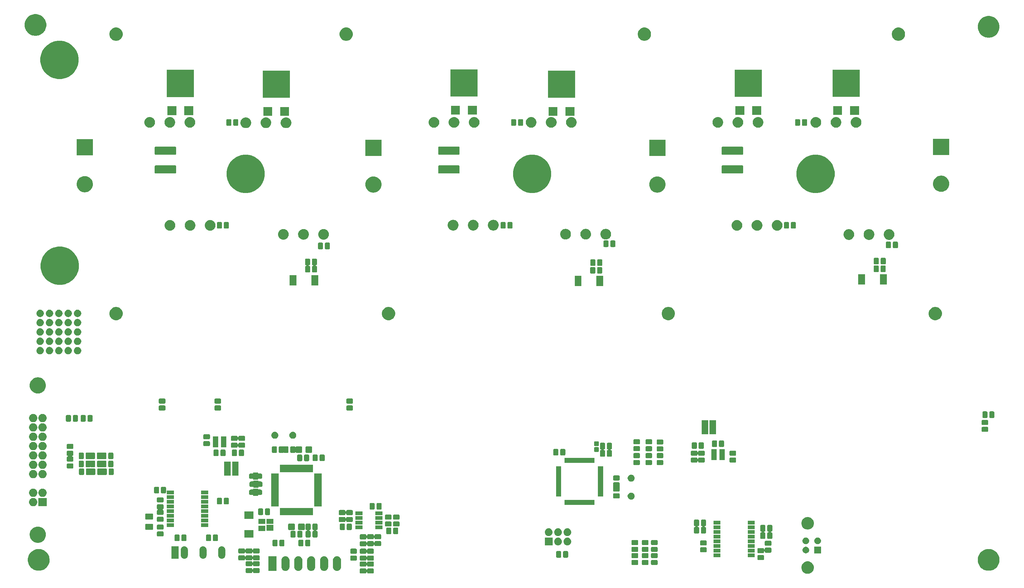
<source format=gbr>
%TF.GenerationSoftware,KiCad,Pcbnew,(5.0.0)*%
%TF.CreationDate,2019-04-29T14:38:46+02:00*%
%TF.ProjectId,Amalga_100,416D616C67615F3130302E6B69636164,rev?*%
%TF.SameCoordinates,Original*%
%TF.FileFunction,Soldermask,Top*%
%TF.FilePolarity,Negative*%
%FSLAX46Y46*%
G04 Gerber Fmt 4.6, Leading zero omitted, Abs format (unit mm)*
G04 Created by KiCad (PCBNEW (5.0.0)) date 04/29/19 14:38:46*
%MOMM*%
%LPD*%
G01*
G04 APERTURE LIST*
%ADD10C,0.100000*%
G04 APERTURE END LIST*
D10*
G36*
X229235872Y-162955330D02*
X229235874Y-162955331D01*
X229235875Y-162955331D01*
X229247888Y-162960307D01*
X229545252Y-163083479D01*
X229823687Y-163269523D01*
X230060477Y-163506313D01*
X230246521Y-163784748D01*
X230374670Y-164094128D01*
X230440000Y-164422565D01*
X230440000Y-164757435D01*
X230375132Y-165083551D01*
X230374669Y-165085875D01*
X230371120Y-165094442D01*
X230246521Y-165395252D01*
X230060477Y-165673687D01*
X229823687Y-165910477D01*
X229545252Y-166096521D01*
X229296284Y-166199647D01*
X229235875Y-166224669D01*
X229235874Y-166224669D01*
X229235872Y-166224670D01*
X228907435Y-166290000D01*
X228572565Y-166290000D01*
X228244128Y-166224670D01*
X228244126Y-166224669D01*
X228244125Y-166224669D01*
X228183716Y-166199647D01*
X227934748Y-166096521D01*
X227656313Y-165910477D01*
X227419523Y-165673687D01*
X227233479Y-165395252D01*
X227108880Y-165094442D01*
X227105331Y-165085875D01*
X227104869Y-165083551D01*
X227040000Y-164757435D01*
X227040000Y-164422565D01*
X227105330Y-164094128D01*
X227233479Y-163784748D01*
X227419523Y-163506313D01*
X227656313Y-163269523D01*
X227934748Y-163083479D01*
X228232112Y-162960307D01*
X228244125Y-162955331D01*
X228244126Y-162955331D01*
X228244128Y-162955330D01*
X228572565Y-162890000D01*
X228907435Y-162890000D01*
X229235872Y-162955330D01*
X229235872Y-162955330D01*
G37*
G36*
X108663463Y-164818619D02*
X108718478Y-164835307D01*
X108769178Y-164862407D01*
X108813620Y-164898880D01*
X108850093Y-164943322D01*
X108877193Y-164994022D01*
X108893881Y-165049037D01*
X108900482Y-165116052D01*
X108904306Y-165135279D01*
X108911808Y-165153390D01*
X108922699Y-165169690D01*
X108936561Y-165183551D01*
X108952861Y-165194442D01*
X108970972Y-165201944D01*
X108990199Y-165205768D01*
X109009802Y-165205768D01*
X109029029Y-165201944D01*
X109047140Y-165194442D01*
X109063440Y-165183551D01*
X109077301Y-165169689D01*
X109088192Y-165153389D01*
X109095694Y-165135278D01*
X109099518Y-165116052D01*
X109106119Y-165049037D01*
X109122807Y-164994022D01*
X109149907Y-164943322D01*
X109186380Y-164898880D01*
X109230822Y-164862407D01*
X109281522Y-164835307D01*
X109336537Y-164818619D01*
X109398658Y-164812500D01*
X110601342Y-164812500D01*
X110663463Y-164818619D01*
X110718478Y-164835307D01*
X110769178Y-164862407D01*
X110813620Y-164898880D01*
X110850093Y-164943322D01*
X110877193Y-164994022D01*
X110893881Y-165049037D01*
X110900000Y-165111158D01*
X110900000Y-165888842D01*
X110893881Y-165950963D01*
X110877193Y-166005978D01*
X110850093Y-166056678D01*
X110813620Y-166101120D01*
X110769178Y-166137593D01*
X110718478Y-166164693D01*
X110663463Y-166181381D01*
X110601342Y-166187500D01*
X109398658Y-166187500D01*
X109336537Y-166181381D01*
X109281522Y-166164693D01*
X109230822Y-166137593D01*
X109186380Y-166101120D01*
X109149907Y-166056678D01*
X109122807Y-166005978D01*
X109106119Y-165950963D01*
X109099518Y-165883948D01*
X109095694Y-165864721D01*
X109088192Y-165846610D01*
X109077301Y-165830310D01*
X109063439Y-165816449D01*
X109047139Y-165805558D01*
X109029028Y-165798056D01*
X109009801Y-165794232D01*
X108990198Y-165794232D01*
X108970971Y-165798056D01*
X108952860Y-165805558D01*
X108936560Y-165816449D01*
X108922699Y-165830311D01*
X108911808Y-165846611D01*
X108904306Y-165864722D01*
X108900482Y-165883948D01*
X108893881Y-165950963D01*
X108877193Y-166005978D01*
X108850093Y-166056678D01*
X108813620Y-166101120D01*
X108769178Y-166137593D01*
X108718478Y-166164693D01*
X108663463Y-166181381D01*
X108601342Y-166187500D01*
X107398658Y-166187500D01*
X107336537Y-166181381D01*
X107281522Y-166164693D01*
X107230822Y-166137593D01*
X107186380Y-166101120D01*
X107149907Y-166056678D01*
X107122807Y-166005978D01*
X107106119Y-165950963D01*
X107100000Y-165888842D01*
X107100000Y-165111158D01*
X107106119Y-165049037D01*
X107122807Y-164994022D01*
X107149907Y-164943322D01*
X107186380Y-164898880D01*
X107230822Y-164862407D01*
X107281522Y-164835307D01*
X107336537Y-164818619D01*
X107398658Y-164812500D01*
X108601342Y-164812500D01*
X108663463Y-164818619D01*
X108663463Y-164818619D01*
G37*
G36*
X77663463Y-164718619D02*
X77718478Y-164735307D01*
X77769178Y-164762407D01*
X77813620Y-164798880D01*
X77850093Y-164843322D01*
X77877193Y-164894022D01*
X77893881Y-164949037D01*
X77900482Y-165016052D01*
X77904306Y-165035279D01*
X77911808Y-165053390D01*
X77922699Y-165069690D01*
X77936561Y-165083551D01*
X77952861Y-165094442D01*
X77970972Y-165101944D01*
X77990199Y-165105768D01*
X78009802Y-165105768D01*
X78029029Y-165101944D01*
X78047140Y-165094442D01*
X78063440Y-165083551D01*
X78077301Y-165069689D01*
X78088192Y-165053389D01*
X78095694Y-165035278D01*
X78099518Y-165016052D01*
X78106119Y-164949037D01*
X78122807Y-164894022D01*
X78149907Y-164843322D01*
X78186380Y-164798880D01*
X78230822Y-164762407D01*
X78281522Y-164735307D01*
X78336537Y-164718619D01*
X78398658Y-164712500D01*
X79601342Y-164712500D01*
X79663463Y-164718619D01*
X79718478Y-164735307D01*
X79769178Y-164762407D01*
X79813620Y-164798880D01*
X79850093Y-164843322D01*
X79877193Y-164894022D01*
X79893881Y-164949037D01*
X79900000Y-165011158D01*
X79900000Y-165788842D01*
X79893881Y-165850963D01*
X79877193Y-165905978D01*
X79850093Y-165956678D01*
X79813620Y-166001120D01*
X79769178Y-166037593D01*
X79718478Y-166064693D01*
X79663463Y-166081381D01*
X79601342Y-166087500D01*
X78398658Y-166087500D01*
X78336537Y-166081381D01*
X78281522Y-166064693D01*
X78230822Y-166037593D01*
X78186380Y-166001120D01*
X78149907Y-165956678D01*
X78122807Y-165905978D01*
X78106119Y-165850963D01*
X78099518Y-165783948D01*
X78095694Y-165764721D01*
X78088192Y-165746610D01*
X78077301Y-165730310D01*
X78063439Y-165716449D01*
X78047139Y-165705558D01*
X78029028Y-165698056D01*
X78009801Y-165694232D01*
X77990198Y-165694232D01*
X77970971Y-165698056D01*
X77952860Y-165705558D01*
X77936560Y-165716449D01*
X77922699Y-165730311D01*
X77911808Y-165746611D01*
X77904306Y-165764722D01*
X77900482Y-165783948D01*
X77893881Y-165850963D01*
X77877193Y-165905978D01*
X77850093Y-165956678D01*
X77813620Y-166001120D01*
X77769178Y-166037593D01*
X77718478Y-166064693D01*
X77663463Y-166081381D01*
X77601342Y-166087500D01*
X76398658Y-166087500D01*
X76336537Y-166081381D01*
X76281522Y-166064693D01*
X76230822Y-166037593D01*
X76186380Y-166001120D01*
X76149907Y-165956678D01*
X76122807Y-165905978D01*
X76106119Y-165850963D01*
X76100000Y-165788842D01*
X76100000Y-165011158D01*
X76106119Y-164949037D01*
X76122807Y-164894022D01*
X76149907Y-164843322D01*
X76186380Y-164798880D01*
X76230822Y-164762407D01*
X76281522Y-164735307D01*
X76336537Y-164718619D01*
X76398658Y-164712500D01*
X77601342Y-164712500D01*
X77663463Y-164718619D01*
X77663463Y-164718619D01*
G37*
G36*
X94115634Y-161515915D02*
X94322988Y-161578816D01*
X94422380Y-161631942D01*
X94514084Y-161680958D01*
X94629848Y-161775963D01*
X94681581Y-161818419D01*
X94819041Y-161985914D01*
X94921184Y-162177011D01*
X94984085Y-162384365D01*
X95000000Y-162545958D01*
X95000000Y-164454042D01*
X94984085Y-164615635D01*
X94921184Y-164822989D01*
X94819041Y-165014086D01*
X94681581Y-165181581D01*
X94514086Y-165319041D01*
X94322989Y-165421184D01*
X94115635Y-165484085D01*
X93900000Y-165505323D01*
X93684366Y-165484085D01*
X93477012Y-165421184D01*
X93285915Y-165319041D01*
X93118420Y-165181581D01*
X92980960Y-165014086D01*
X92878817Y-164822989D01*
X92815916Y-164615634D01*
X92800000Y-164454042D01*
X92800000Y-162545959D01*
X92815915Y-162384366D01*
X92878816Y-162177012D01*
X92966749Y-162012500D01*
X92980958Y-161985916D01*
X93118419Y-161818419D01*
X93178419Y-161769178D01*
X93285914Y-161680959D01*
X93477011Y-161578816D01*
X93684365Y-161515915D01*
X93900000Y-161494677D01*
X94115634Y-161515915D01*
X94115634Y-161515915D01*
G37*
G36*
X97615634Y-161515915D02*
X97822988Y-161578816D01*
X97922380Y-161631942D01*
X98014084Y-161680958D01*
X98129848Y-161775963D01*
X98181581Y-161818419D01*
X98319041Y-161985914D01*
X98421184Y-162177011D01*
X98484085Y-162384365D01*
X98500000Y-162545958D01*
X98500000Y-164454042D01*
X98484085Y-164615635D01*
X98421184Y-164822989D01*
X98319041Y-165014086D01*
X98181581Y-165181581D01*
X98014086Y-165319041D01*
X97822989Y-165421184D01*
X97615635Y-165484085D01*
X97400000Y-165505323D01*
X97184366Y-165484085D01*
X96977012Y-165421184D01*
X96785915Y-165319041D01*
X96618420Y-165181581D01*
X96480960Y-165014086D01*
X96378817Y-164822989D01*
X96315916Y-164615634D01*
X96300000Y-164454042D01*
X96300000Y-162545959D01*
X96315915Y-162384366D01*
X96378816Y-162177012D01*
X96466749Y-162012500D01*
X96480958Y-161985916D01*
X96618419Y-161818419D01*
X96678419Y-161769178D01*
X96785914Y-161680959D01*
X96977011Y-161578816D01*
X97184365Y-161515915D01*
X97400000Y-161494677D01*
X97615634Y-161515915D01*
X97615634Y-161515915D01*
G37*
G36*
X101115634Y-161515915D02*
X101322988Y-161578816D01*
X101422380Y-161631942D01*
X101514084Y-161680958D01*
X101629848Y-161775963D01*
X101681581Y-161818419D01*
X101819041Y-161985914D01*
X101921184Y-162177011D01*
X101984085Y-162384365D01*
X102000000Y-162545958D01*
X102000000Y-164454042D01*
X101984085Y-164615635D01*
X101921184Y-164822989D01*
X101819041Y-165014086D01*
X101681581Y-165181581D01*
X101514086Y-165319041D01*
X101322989Y-165421184D01*
X101115635Y-165484085D01*
X100900000Y-165505323D01*
X100684366Y-165484085D01*
X100477012Y-165421184D01*
X100285915Y-165319041D01*
X100118420Y-165181581D01*
X99980960Y-165014086D01*
X99878817Y-164822989D01*
X99815916Y-164615634D01*
X99800000Y-164454042D01*
X99800000Y-162545959D01*
X99815915Y-162384366D01*
X99878816Y-162177012D01*
X99966749Y-162012500D01*
X99980958Y-161985916D01*
X100118419Y-161818419D01*
X100178419Y-161769178D01*
X100285914Y-161680959D01*
X100477011Y-161578816D01*
X100684365Y-161515915D01*
X100900000Y-161494677D01*
X101115634Y-161515915D01*
X101115634Y-161515915D01*
G37*
G36*
X90615634Y-161515915D02*
X90822988Y-161578816D01*
X90922380Y-161631942D01*
X91014084Y-161680958D01*
X91129848Y-161775963D01*
X91181581Y-161818419D01*
X91319041Y-161985914D01*
X91421184Y-162177011D01*
X91484085Y-162384365D01*
X91500000Y-162545958D01*
X91500000Y-164454042D01*
X91484085Y-164615635D01*
X91421184Y-164822989D01*
X91319041Y-165014086D01*
X91181581Y-165181581D01*
X91014086Y-165319041D01*
X90822989Y-165421184D01*
X90615635Y-165484085D01*
X90400000Y-165505323D01*
X90184366Y-165484085D01*
X89977012Y-165421184D01*
X89785915Y-165319041D01*
X89618420Y-165181581D01*
X89480960Y-165014086D01*
X89378817Y-164822989D01*
X89315916Y-164615634D01*
X89300000Y-164454042D01*
X89300000Y-162545959D01*
X89315915Y-162384366D01*
X89378816Y-162177012D01*
X89466749Y-162012500D01*
X89480958Y-161985916D01*
X89618419Y-161818419D01*
X89678419Y-161769178D01*
X89785914Y-161680959D01*
X89977011Y-161578816D01*
X90184365Y-161515915D01*
X90400000Y-161494677D01*
X90615634Y-161515915D01*
X90615634Y-161515915D01*
G37*
G36*
X87115634Y-161515915D02*
X87322988Y-161578816D01*
X87422380Y-161631942D01*
X87514084Y-161680958D01*
X87629848Y-161775963D01*
X87681581Y-161818419D01*
X87819041Y-161985914D01*
X87921184Y-162177011D01*
X87984085Y-162384365D01*
X88000000Y-162545958D01*
X88000000Y-164454042D01*
X87984085Y-164615635D01*
X87921184Y-164822989D01*
X87819041Y-165014086D01*
X87681581Y-165181581D01*
X87514086Y-165319041D01*
X87322989Y-165421184D01*
X87115635Y-165484085D01*
X86900000Y-165505323D01*
X86684366Y-165484085D01*
X86477012Y-165421184D01*
X86285915Y-165319041D01*
X86118420Y-165181581D01*
X85980960Y-165014086D01*
X85878817Y-164822989D01*
X85815916Y-164615634D01*
X85800000Y-164454042D01*
X85800000Y-162545959D01*
X85815915Y-162384366D01*
X85878816Y-162177012D01*
X85966749Y-162012500D01*
X85980958Y-161985916D01*
X86118419Y-161818419D01*
X86178419Y-161769178D01*
X86285914Y-161680959D01*
X86477011Y-161578816D01*
X86684365Y-161515915D01*
X86900000Y-161494677D01*
X87115634Y-161515915D01*
X87115634Y-161515915D01*
G37*
G36*
X84500000Y-165500000D02*
X82300000Y-165500000D01*
X82300000Y-161500000D01*
X84500000Y-161500000D01*
X84500000Y-165500000D01*
X84500000Y-165500000D01*
G37*
G36*
X278410033Y-159593658D02*
X278760486Y-159663367D01*
X279297349Y-159885744D01*
X279780516Y-160208585D01*
X280191415Y-160619484D01*
X280345242Y-160849703D01*
X280514256Y-161102651D01*
X280736633Y-161639514D01*
X280793642Y-161926120D01*
X280850000Y-162209450D01*
X280850000Y-162790550D01*
X280809246Y-162995432D01*
X280736633Y-163360486D01*
X280520870Y-163881381D01*
X280514256Y-163897349D01*
X280191415Y-164380516D01*
X279780516Y-164791415D01*
X279598278Y-164913182D01*
X279297349Y-165114256D01*
X278760486Y-165336633D01*
X278418523Y-165404653D01*
X278190550Y-165450000D01*
X277609450Y-165450000D01*
X277381477Y-165404653D01*
X277039514Y-165336633D01*
X276502651Y-165114256D01*
X276201722Y-164913182D01*
X276019484Y-164791415D01*
X275608585Y-164380516D01*
X275285744Y-163897349D01*
X275279130Y-163881381D01*
X275063367Y-163360486D01*
X274990754Y-162995432D01*
X274950000Y-162790550D01*
X274950000Y-162209450D01*
X275006358Y-161926120D01*
X275063367Y-161639514D01*
X275285744Y-161102651D01*
X275454758Y-160849703D01*
X275608585Y-160619484D01*
X276019484Y-160208585D01*
X276502651Y-159885744D01*
X277039514Y-159663367D01*
X277389967Y-159593658D01*
X277609450Y-159550000D01*
X278190550Y-159550000D01*
X278410033Y-159593658D01*
X278410033Y-159593658D01*
G37*
G36*
X20410033Y-159593658D02*
X20760486Y-159663367D01*
X21297349Y-159885744D01*
X21780516Y-160208585D01*
X22191415Y-160619484D01*
X22345242Y-160849703D01*
X22514256Y-161102651D01*
X22736633Y-161639514D01*
X22793642Y-161926120D01*
X22850000Y-162209450D01*
X22850000Y-162790550D01*
X22809246Y-162995432D01*
X22736633Y-163360486D01*
X22520870Y-163881381D01*
X22514256Y-163897349D01*
X22191415Y-164380516D01*
X21780516Y-164791415D01*
X21598278Y-164913182D01*
X21297349Y-165114256D01*
X20760486Y-165336633D01*
X20418523Y-165404653D01*
X20190550Y-165450000D01*
X19609450Y-165450000D01*
X19381477Y-165404653D01*
X19039514Y-165336633D01*
X18502651Y-165114256D01*
X18201722Y-164913182D01*
X18019484Y-164791415D01*
X17608585Y-164380516D01*
X17285744Y-163897349D01*
X17279130Y-163881381D01*
X17063367Y-163360486D01*
X16990754Y-162995432D01*
X16950000Y-162790550D01*
X16950000Y-162209450D01*
X17006358Y-161926120D01*
X17063367Y-161639514D01*
X17285744Y-161102651D01*
X17454758Y-160849703D01*
X17608585Y-160619484D01*
X18019484Y-160208585D01*
X18502651Y-159885744D01*
X19039514Y-159663367D01*
X19389967Y-159593658D01*
X19609450Y-159550000D01*
X20190550Y-159550000D01*
X20410033Y-159593658D01*
X20410033Y-159593658D01*
G37*
G36*
X108663463Y-162943619D02*
X108718478Y-162960307D01*
X108769178Y-162987407D01*
X108813620Y-163023880D01*
X108850093Y-163068322D01*
X108877193Y-163119022D01*
X108893881Y-163174037D01*
X108900482Y-163241052D01*
X108904306Y-163260279D01*
X108911808Y-163278390D01*
X108922699Y-163294690D01*
X108936561Y-163308551D01*
X108952861Y-163319442D01*
X108970972Y-163326944D01*
X108990199Y-163330768D01*
X109009802Y-163330768D01*
X109029029Y-163326944D01*
X109047140Y-163319442D01*
X109063440Y-163308551D01*
X109077301Y-163294689D01*
X109088192Y-163278389D01*
X109095694Y-163260278D01*
X109099518Y-163241052D01*
X109106119Y-163174037D01*
X109122807Y-163119022D01*
X109149907Y-163068322D01*
X109186380Y-163023880D01*
X109230822Y-162987407D01*
X109281522Y-162960307D01*
X109336537Y-162943619D01*
X109398658Y-162937500D01*
X110601342Y-162937500D01*
X110663463Y-162943619D01*
X110718478Y-162960307D01*
X110769178Y-162987407D01*
X110813620Y-163023880D01*
X110850093Y-163068322D01*
X110877193Y-163119022D01*
X110893881Y-163174037D01*
X110900000Y-163236158D01*
X110900000Y-164013842D01*
X110893881Y-164075963D01*
X110877193Y-164130978D01*
X110850093Y-164181678D01*
X110813620Y-164226120D01*
X110769178Y-164262593D01*
X110718478Y-164289693D01*
X110663463Y-164306381D01*
X110601342Y-164312500D01*
X109398658Y-164312500D01*
X109336537Y-164306381D01*
X109281522Y-164289693D01*
X109230822Y-164262593D01*
X109186380Y-164226120D01*
X109149907Y-164181678D01*
X109122807Y-164130978D01*
X109106119Y-164075963D01*
X109099518Y-164008948D01*
X109095694Y-163989721D01*
X109088192Y-163971610D01*
X109077301Y-163955310D01*
X109063439Y-163941449D01*
X109047139Y-163930558D01*
X109029028Y-163923056D01*
X109009801Y-163919232D01*
X108990198Y-163919232D01*
X108970971Y-163923056D01*
X108952860Y-163930558D01*
X108936560Y-163941449D01*
X108922699Y-163955311D01*
X108911808Y-163971611D01*
X108904306Y-163989722D01*
X108900482Y-164008948D01*
X108893881Y-164075963D01*
X108877193Y-164130978D01*
X108850093Y-164181678D01*
X108813620Y-164226120D01*
X108769178Y-164262593D01*
X108718478Y-164289693D01*
X108663463Y-164306381D01*
X108601342Y-164312500D01*
X107398658Y-164312500D01*
X107336537Y-164306381D01*
X107281522Y-164289693D01*
X107230822Y-164262593D01*
X107186380Y-164226120D01*
X107149907Y-164181678D01*
X107122807Y-164130978D01*
X107106119Y-164075963D01*
X107100000Y-164013842D01*
X107100000Y-163236158D01*
X107106119Y-163174037D01*
X107122807Y-163119022D01*
X107149907Y-163068322D01*
X107186380Y-163023880D01*
X107230822Y-162987407D01*
X107281522Y-162960307D01*
X107336537Y-162943619D01*
X107398658Y-162937500D01*
X108601342Y-162937500D01*
X108663463Y-162943619D01*
X108663463Y-162943619D01*
G37*
G36*
X77663463Y-162843619D02*
X77718478Y-162860307D01*
X77769178Y-162887407D01*
X77813620Y-162923880D01*
X77850093Y-162968322D01*
X77877193Y-163019022D01*
X77893881Y-163074037D01*
X77900482Y-163141052D01*
X77904306Y-163160279D01*
X77911808Y-163178390D01*
X77922699Y-163194690D01*
X77936561Y-163208551D01*
X77952861Y-163219442D01*
X77970972Y-163226944D01*
X77990199Y-163230768D01*
X78009802Y-163230768D01*
X78029029Y-163226944D01*
X78047140Y-163219442D01*
X78063440Y-163208551D01*
X78077301Y-163194689D01*
X78088192Y-163178389D01*
X78095694Y-163160278D01*
X78099518Y-163141052D01*
X78106119Y-163074037D01*
X78122807Y-163019022D01*
X78149907Y-162968322D01*
X78186380Y-162923880D01*
X78230822Y-162887407D01*
X78281522Y-162860307D01*
X78336537Y-162843619D01*
X78398658Y-162837500D01*
X79601342Y-162837500D01*
X79663463Y-162843619D01*
X79718478Y-162860307D01*
X79769178Y-162887407D01*
X79813620Y-162923880D01*
X79850093Y-162968322D01*
X79877193Y-163019022D01*
X79893881Y-163074037D01*
X79900000Y-163136158D01*
X79900000Y-163913842D01*
X79893881Y-163975963D01*
X79877193Y-164030978D01*
X79850093Y-164081678D01*
X79813620Y-164126120D01*
X79769178Y-164162593D01*
X79718478Y-164189693D01*
X79663463Y-164206381D01*
X79601342Y-164212500D01*
X78398658Y-164212500D01*
X78336537Y-164206381D01*
X78281522Y-164189693D01*
X78230822Y-164162593D01*
X78186380Y-164126120D01*
X78149907Y-164081678D01*
X78122807Y-164030978D01*
X78106119Y-163975963D01*
X78099518Y-163908948D01*
X78095694Y-163889721D01*
X78088192Y-163871610D01*
X78077301Y-163855310D01*
X78063439Y-163841449D01*
X78047139Y-163830558D01*
X78029028Y-163823056D01*
X78009801Y-163819232D01*
X77990198Y-163819232D01*
X77970971Y-163823056D01*
X77952860Y-163830558D01*
X77936560Y-163841449D01*
X77922699Y-163855311D01*
X77911808Y-163871611D01*
X77904306Y-163889722D01*
X77900482Y-163908948D01*
X77893881Y-163975963D01*
X77877193Y-164030978D01*
X77850093Y-164081678D01*
X77813620Y-164126120D01*
X77769178Y-164162593D01*
X77718478Y-164189693D01*
X77663463Y-164206381D01*
X77601342Y-164212500D01*
X76398658Y-164212500D01*
X76336537Y-164206381D01*
X76281522Y-164189693D01*
X76230822Y-164162593D01*
X76186380Y-164126120D01*
X76149907Y-164081678D01*
X76122807Y-164030978D01*
X76106119Y-163975963D01*
X76100000Y-163913842D01*
X76100000Y-163136158D01*
X76106119Y-163074037D01*
X76122807Y-163019022D01*
X76149907Y-162968322D01*
X76186380Y-162923880D01*
X76230822Y-162887407D01*
X76281522Y-162860307D01*
X76336537Y-162843619D01*
X76398658Y-162837500D01*
X77601342Y-162837500D01*
X77663463Y-162843619D01*
X77663463Y-162843619D01*
G37*
G36*
X182463463Y-162518619D02*
X182518478Y-162535307D01*
X182569178Y-162562407D01*
X182613620Y-162598880D01*
X182650093Y-162643322D01*
X182677193Y-162694022D01*
X182693881Y-162749037D01*
X182700000Y-162811158D01*
X182700000Y-163588842D01*
X182693881Y-163650963D01*
X182677193Y-163705978D01*
X182650093Y-163756678D01*
X182613620Y-163801120D01*
X182569178Y-163837593D01*
X182518478Y-163864693D01*
X182463463Y-163881381D01*
X182401342Y-163887500D01*
X181198658Y-163887500D01*
X181136537Y-163881381D01*
X181081522Y-163864693D01*
X181030822Y-163837593D01*
X180986380Y-163801120D01*
X180949907Y-163756678D01*
X180922807Y-163705978D01*
X180906119Y-163650963D01*
X180900000Y-163588842D01*
X180900000Y-162811158D01*
X180906119Y-162749037D01*
X180922807Y-162694022D01*
X180949907Y-162643322D01*
X180986380Y-162598880D01*
X181030822Y-162562407D01*
X181081522Y-162535307D01*
X181136537Y-162518619D01*
X181198658Y-162512500D01*
X182401342Y-162512500D01*
X182463463Y-162518619D01*
X182463463Y-162518619D01*
G37*
G36*
X185263463Y-162518619D02*
X185318478Y-162535307D01*
X185369178Y-162562407D01*
X185413620Y-162598880D01*
X185450093Y-162643322D01*
X185477193Y-162694022D01*
X185493881Y-162749037D01*
X185500000Y-162811158D01*
X185500000Y-163588842D01*
X185493881Y-163650963D01*
X185477193Y-163705978D01*
X185450093Y-163756678D01*
X185413620Y-163801120D01*
X185369178Y-163837593D01*
X185318478Y-163864693D01*
X185263463Y-163881381D01*
X185201342Y-163887500D01*
X183998658Y-163887500D01*
X183936537Y-163881381D01*
X183881522Y-163864693D01*
X183830822Y-163837593D01*
X183786380Y-163801120D01*
X183749907Y-163756678D01*
X183722807Y-163705978D01*
X183706119Y-163650963D01*
X183700000Y-163588842D01*
X183700000Y-162811158D01*
X183706119Y-162749037D01*
X183722807Y-162694022D01*
X183749907Y-162643322D01*
X183786380Y-162598880D01*
X183830822Y-162562407D01*
X183881522Y-162535307D01*
X183936537Y-162518619D01*
X183998658Y-162512500D01*
X185201342Y-162512500D01*
X185263463Y-162518619D01*
X185263463Y-162518619D01*
G37*
G36*
X187763463Y-162518619D02*
X187818478Y-162535307D01*
X187869178Y-162562407D01*
X187913620Y-162598880D01*
X187950093Y-162643322D01*
X187977193Y-162694022D01*
X187993881Y-162749037D01*
X188000000Y-162811158D01*
X188000000Y-163588842D01*
X187993881Y-163650963D01*
X187977193Y-163705978D01*
X187950093Y-163756678D01*
X187913620Y-163801120D01*
X187869178Y-163837593D01*
X187818478Y-163864693D01*
X187763463Y-163881381D01*
X187701342Y-163887500D01*
X186498658Y-163887500D01*
X186436537Y-163881381D01*
X186381522Y-163864693D01*
X186330822Y-163837593D01*
X186286380Y-163801120D01*
X186249907Y-163756678D01*
X186222807Y-163705978D01*
X186206119Y-163650963D01*
X186200000Y-163588842D01*
X186200000Y-162811158D01*
X186206119Y-162749037D01*
X186222807Y-162694022D01*
X186249907Y-162643322D01*
X186286380Y-162598880D01*
X186330822Y-162562407D01*
X186381522Y-162535307D01*
X186436537Y-162518619D01*
X186498658Y-162512500D01*
X187701342Y-162512500D01*
X187763463Y-162518619D01*
X187763463Y-162518619D01*
G37*
G36*
X108663463Y-161318619D02*
X108718478Y-161335307D01*
X108769178Y-161362407D01*
X108813620Y-161398880D01*
X108850093Y-161443322D01*
X108877193Y-161494022D01*
X108893881Y-161549037D01*
X108900482Y-161616052D01*
X108904306Y-161635279D01*
X108911808Y-161653390D01*
X108922699Y-161669690D01*
X108936561Y-161683551D01*
X108952861Y-161694442D01*
X108970972Y-161701944D01*
X108990199Y-161705768D01*
X109009802Y-161705768D01*
X109029029Y-161701944D01*
X109047140Y-161694442D01*
X109063440Y-161683551D01*
X109077301Y-161669689D01*
X109088192Y-161653389D01*
X109095694Y-161635278D01*
X109099518Y-161616052D01*
X109106119Y-161549037D01*
X109122807Y-161494022D01*
X109149907Y-161443322D01*
X109186380Y-161398880D01*
X109230822Y-161362407D01*
X109281522Y-161335307D01*
X109336537Y-161318619D01*
X109398658Y-161312500D01*
X110601342Y-161312500D01*
X110663463Y-161318619D01*
X110718478Y-161335307D01*
X110769178Y-161362407D01*
X110813620Y-161398880D01*
X110850093Y-161443322D01*
X110877193Y-161494022D01*
X110893881Y-161549037D01*
X110900000Y-161611158D01*
X110900000Y-162388842D01*
X110893881Y-162450963D01*
X110877193Y-162505978D01*
X110850093Y-162556678D01*
X110813620Y-162601120D01*
X110769178Y-162637593D01*
X110718478Y-162664693D01*
X110663463Y-162681381D01*
X110601342Y-162687500D01*
X109398658Y-162687500D01*
X109336537Y-162681381D01*
X109281522Y-162664693D01*
X109230822Y-162637593D01*
X109186380Y-162601120D01*
X109149907Y-162556678D01*
X109122807Y-162505978D01*
X109106119Y-162450963D01*
X109099518Y-162383948D01*
X109095694Y-162364721D01*
X109088192Y-162346610D01*
X109077301Y-162330310D01*
X109063439Y-162316449D01*
X109047139Y-162305558D01*
X109029028Y-162298056D01*
X109009801Y-162294232D01*
X108990198Y-162294232D01*
X108970971Y-162298056D01*
X108952860Y-162305558D01*
X108936560Y-162316449D01*
X108922699Y-162330311D01*
X108911808Y-162346611D01*
X108904306Y-162364722D01*
X108900482Y-162383948D01*
X108893881Y-162450963D01*
X108877193Y-162505978D01*
X108850093Y-162556678D01*
X108813620Y-162601120D01*
X108769178Y-162637593D01*
X108718478Y-162664693D01*
X108663463Y-162681381D01*
X108601342Y-162687500D01*
X107398658Y-162687500D01*
X107336537Y-162681381D01*
X107281522Y-162664693D01*
X107230822Y-162637593D01*
X107186380Y-162601120D01*
X107149907Y-162556678D01*
X107122807Y-162505978D01*
X107106119Y-162450963D01*
X107100000Y-162388842D01*
X107100000Y-161611158D01*
X107106119Y-161549037D01*
X107122807Y-161494022D01*
X107149907Y-161443322D01*
X107186380Y-161398880D01*
X107230822Y-161362407D01*
X107281522Y-161335307D01*
X107336537Y-161318619D01*
X107398658Y-161312500D01*
X108601342Y-161312500D01*
X108663463Y-161318619D01*
X108663463Y-161318619D01*
G37*
G36*
X106063463Y-161318619D02*
X106118478Y-161335307D01*
X106169178Y-161362407D01*
X106213620Y-161398880D01*
X106250093Y-161443322D01*
X106277193Y-161494022D01*
X106293881Y-161549037D01*
X106300000Y-161611158D01*
X106300000Y-162388842D01*
X106293881Y-162450963D01*
X106277193Y-162505978D01*
X106250093Y-162556678D01*
X106213620Y-162601120D01*
X106169178Y-162637593D01*
X106118478Y-162664693D01*
X106063463Y-162681381D01*
X106001342Y-162687500D01*
X104798658Y-162687500D01*
X104736537Y-162681381D01*
X104681522Y-162664693D01*
X104630822Y-162637593D01*
X104586380Y-162601120D01*
X104549907Y-162556678D01*
X104522807Y-162505978D01*
X104506119Y-162450963D01*
X104500000Y-162388842D01*
X104500000Y-161611158D01*
X104506119Y-161549037D01*
X104522807Y-161494022D01*
X104549907Y-161443322D01*
X104586380Y-161398880D01*
X104630822Y-161362407D01*
X104681522Y-161335307D01*
X104736537Y-161318619D01*
X104798658Y-161312500D01*
X106001342Y-161312500D01*
X106063463Y-161318619D01*
X106063463Y-161318619D01*
G37*
G36*
X75663463Y-161256119D02*
X75718478Y-161272807D01*
X75769178Y-161299907D01*
X75813620Y-161336380D01*
X75850093Y-161380822D01*
X75877193Y-161431522D01*
X75893881Y-161486537D01*
X75900482Y-161553552D01*
X75904306Y-161572779D01*
X75911808Y-161590890D01*
X75922699Y-161607190D01*
X75936561Y-161621051D01*
X75952861Y-161631942D01*
X75970972Y-161639444D01*
X75990199Y-161643268D01*
X76009802Y-161643268D01*
X76029029Y-161639444D01*
X76047140Y-161631942D01*
X76063440Y-161621051D01*
X76077301Y-161607189D01*
X76088192Y-161590889D01*
X76095694Y-161572778D01*
X76099518Y-161553552D01*
X76106119Y-161486537D01*
X76122807Y-161431522D01*
X76149907Y-161380822D01*
X76186380Y-161336380D01*
X76230822Y-161299907D01*
X76281522Y-161272807D01*
X76336537Y-161256119D01*
X76398658Y-161250000D01*
X77601342Y-161250000D01*
X77663463Y-161256119D01*
X77718478Y-161272807D01*
X77769178Y-161299907D01*
X77813620Y-161336380D01*
X77850093Y-161380822D01*
X77877193Y-161431522D01*
X77893881Y-161486537D01*
X77900482Y-161553552D01*
X77904306Y-161572779D01*
X77911808Y-161590890D01*
X77922699Y-161607190D01*
X77936561Y-161621051D01*
X77952861Y-161631942D01*
X77970972Y-161639444D01*
X77990199Y-161643268D01*
X78009802Y-161643268D01*
X78029029Y-161639444D01*
X78047140Y-161631942D01*
X78063440Y-161621051D01*
X78077301Y-161607189D01*
X78088192Y-161590889D01*
X78095694Y-161572778D01*
X78099518Y-161553552D01*
X78106119Y-161486537D01*
X78122807Y-161431522D01*
X78149907Y-161380822D01*
X78186380Y-161336380D01*
X78230822Y-161299907D01*
X78281522Y-161272807D01*
X78336537Y-161256119D01*
X78398658Y-161250000D01*
X79601342Y-161250000D01*
X79663463Y-161256119D01*
X79718478Y-161272807D01*
X79769178Y-161299907D01*
X79813620Y-161336380D01*
X79850093Y-161380822D01*
X79877193Y-161431522D01*
X79893881Y-161486537D01*
X79900000Y-161548658D01*
X79900000Y-162326342D01*
X79893881Y-162388463D01*
X79877193Y-162443478D01*
X79850093Y-162494178D01*
X79813620Y-162538620D01*
X79769178Y-162575093D01*
X79718478Y-162602193D01*
X79663463Y-162618881D01*
X79601342Y-162625000D01*
X78398658Y-162625000D01*
X78336537Y-162618881D01*
X78281522Y-162602193D01*
X78230822Y-162575093D01*
X78186380Y-162538620D01*
X78149907Y-162494178D01*
X78122807Y-162443478D01*
X78106119Y-162388463D01*
X78099518Y-162321448D01*
X78095694Y-162302221D01*
X78088192Y-162284110D01*
X78077301Y-162267810D01*
X78063439Y-162253949D01*
X78047139Y-162243058D01*
X78029028Y-162235556D01*
X78009801Y-162231732D01*
X77990198Y-162231732D01*
X77970971Y-162235556D01*
X77952860Y-162243058D01*
X77936560Y-162253949D01*
X77922699Y-162267811D01*
X77911808Y-162284111D01*
X77904306Y-162302222D01*
X77900482Y-162321448D01*
X77893881Y-162388463D01*
X77877193Y-162443478D01*
X77850093Y-162494178D01*
X77813620Y-162538620D01*
X77769178Y-162575093D01*
X77718478Y-162602193D01*
X77663463Y-162618881D01*
X77601342Y-162625000D01*
X76398658Y-162625000D01*
X76336537Y-162618881D01*
X76281522Y-162602193D01*
X76230822Y-162575093D01*
X76186380Y-162538620D01*
X76149907Y-162494178D01*
X76122807Y-162443478D01*
X76106119Y-162388463D01*
X76099518Y-162321448D01*
X76095694Y-162302221D01*
X76088192Y-162284110D01*
X76077301Y-162267810D01*
X76063439Y-162253949D01*
X76047139Y-162243058D01*
X76029028Y-162235556D01*
X76009801Y-162231732D01*
X75990198Y-162231732D01*
X75970971Y-162235556D01*
X75952860Y-162243058D01*
X75936560Y-162253949D01*
X75922699Y-162267811D01*
X75911808Y-162284111D01*
X75904306Y-162302222D01*
X75900482Y-162321448D01*
X75893881Y-162388463D01*
X75877193Y-162443478D01*
X75850093Y-162494178D01*
X75813620Y-162538620D01*
X75769178Y-162575093D01*
X75718478Y-162602193D01*
X75663463Y-162618881D01*
X75601342Y-162625000D01*
X74398658Y-162625000D01*
X74336537Y-162618881D01*
X74281522Y-162602193D01*
X74230822Y-162575093D01*
X74186380Y-162538620D01*
X74149907Y-162494178D01*
X74122807Y-162443478D01*
X74106119Y-162388463D01*
X74100000Y-162326342D01*
X74100000Y-161548658D01*
X74106119Y-161486537D01*
X74122807Y-161431522D01*
X74149907Y-161380822D01*
X74186380Y-161336380D01*
X74230822Y-161299907D01*
X74281522Y-161272807D01*
X74336537Y-161256119D01*
X74398658Y-161250000D01*
X75601342Y-161250000D01*
X75663463Y-161256119D01*
X75663463Y-161256119D01*
G37*
G36*
X216663463Y-161176119D02*
X216718478Y-161192807D01*
X216769178Y-161219907D01*
X216813620Y-161256380D01*
X216850093Y-161300822D01*
X216877193Y-161351522D01*
X216893881Y-161406537D01*
X216900000Y-161468658D01*
X216900000Y-162246342D01*
X216893881Y-162308463D01*
X216877193Y-162363478D01*
X216850093Y-162414178D01*
X216813620Y-162458620D01*
X216769178Y-162495093D01*
X216718478Y-162522193D01*
X216663463Y-162538881D01*
X216601342Y-162545000D01*
X215398658Y-162545000D01*
X215336537Y-162538881D01*
X215281522Y-162522193D01*
X215230822Y-162495093D01*
X215186380Y-162458620D01*
X215149907Y-162414178D01*
X215122807Y-162363478D01*
X215106119Y-162308463D01*
X215100000Y-162246342D01*
X215100000Y-161468658D01*
X215106119Y-161406537D01*
X215122807Y-161351522D01*
X215149907Y-161300822D01*
X215186380Y-161256380D01*
X215230822Y-161219907D01*
X215281522Y-161192807D01*
X215336537Y-161176119D01*
X215398658Y-161170000D01*
X216601342Y-161170000D01*
X216663463Y-161176119D01*
X216663463Y-161176119D01*
G37*
G36*
X69769533Y-158812101D02*
X69786231Y-158813746D01*
X69965307Y-158868068D01*
X70130345Y-158956282D01*
X70275001Y-159074999D01*
X70393718Y-159219655D01*
X70481932Y-159384692D01*
X70536254Y-159563768D01*
X70537034Y-159571688D01*
X70550000Y-159703330D01*
X70550000Y-161296670D01*
X70544680Y-161350682D01*
X70536254Y-161436232D01*
X70481932Y-161615308D01*
X70393718Y-161780345D01*
X70275001Y-161925001D01*
X70130345Y-162043718D01*
X69965308Y-162131932D01*
X69786232Y-162186254D01*
X69769534Y-162187899D01*
X69600000Y-162204597D01*
X69430467Y-162187899D01*
X69413769Y-162186254D01*
X69234693Y-162131932D01*
X69069656Y-162043718D01*
X68925000Y-161925001D01*
X68806283Y-161780345D01*
X68718069Y-161615308D01*
X68687919Y-161515916D01*
X68663746Y-161436231D01*
X68650000Y-161296670D01*
X68650000Y-159703331D01*
X68663746Y-159563770D01*
X68663747Y-159563768D01*
X68718068Y-159384693D01*
X68806282Y-159219655D01*
X68924999Y-159074999D01*
X69069655Y-158956282D01*
X69234692Y-158868068D01*
X69413768Y-158813746D01*
X69430466Y-158812101D01*
X69600000Y-158795403D01*
X69769533Y-158812101D01*
X69769533Y-158812101D01*
G37*
G36*
X64689533Y-158812101D02*
X64706231Y-158813746D01*
X64885307Y-158868068D01*
X65050345Y-158956282D01*
X65195001Y-159074999D01*
X65313718Y-159219655D01*
X65401932Y-159384692D01*
X65456254Y-159563768D01*
X65457034Y-159571688D01*
X65470000Y-159703330D01*
X65470000Y-161296670D01*
X65464680Y-161350682D01*
X65456254Y-161436232D01*
X65401932Y-161615308D01*
X65313718Y-161780345D01*
X65195001Y-161925001D01*
X65050345Y-162043718D01*
X64885308Y-162131932D01*
X64706232Y-162186254D01*
X64689534Y-162187899D01*
X64520000Y-162204597D01*
X64350467Y-162187899D01*
X64333769Y-162186254D01*
X64154693Y-162131932D01*
X63989656Y-162043718D01*
X63845000Y-161925001D01*
X63726283Y-161780345D01*
X63638069Y-161615308D01*
X63607919Y-161515916D01*
X63583746Y-161436231D01*
X63570000Y-161296670D01*
X63570000Y-159703331D01*
X63583746Y-159563770D01*
X63583747Y-159563768D01*
X63638068Y-159384693D01*
X63726282Y-159219655D01*
X63844999Y-159074999D01*
X63989655Y-158956282D01*
X64154692Y-158868068D01*
X64333768Y-158813746D01*
X64350466Y-158812101D01*
X64520000Y-158795403D01*
X64689533Y-158812101D01*
X64689533Y-158812101D01*
G37*
G36*
X59609533Y-158812101D02*
X59626231Y-158813746D01*
X59805307Y-158868068D01*
X59970345Y-158956282D01*
X60115001Y-159074999D01*
X60233718Y-159219655D01*
X60321932Y-159384692D01*
X60376254Y-159563768D01*
X60377034Y-159571688D01*
X60390000Y-159703330D01*
X60390000Y-161296670D01*
X60384680Y-161350682D01*
X60376254Y-161436232D01*
X60321932Y-161615308D01*
X60233718Y-161780345D01*
X60115001Y-161925001D01*
X59970345Y-162043718D01*
X59805308Y-162131932D01*
X59626232Y-162186254D01*
X59609534Y-162187899D01*
X59440000Y-162204597D01*
X59270467Y-162187899D01*
X59253769Y-162186254D01*
X59074693Y-162131932D01*
X58909656Y-162043718D01*
X58765000Y-161925001D01*
X58646283Y-161780345D01*
X58558069Y-161615308D01*
X58527919Y-161515916D01*
X58503746Y-161436231D01*
X58490000Y-161296670D01*
X58490000Y-159703331D01*
X58503746Y-159563770D01*
X58503747Y-159563768D01*
X58558068Y-159384693D01*
X58646282Y-159219655D01*
X58764999Y-159074999D01*
X58909655Y-158956282D01*
X59074692Y-158868068D01*
X59253768Y-158813746D01*
X59270466Y-158812101D01*
X59440000Y-158795403D01*
X59609533Y-158812101D01*
X59609533Y-158812101D01*
G37*
G36*
X57850000Y-162200000D02*
X55950000Y-162200000D01*
X55950000Y-158800000D01*
X57850000Y-158800000D01*
X57850000Y-162200000D01*
X57850000Y-162200000D01*
G37*
G36*
X182463463Y-160643619D02*
X182518478Y-160660307D01*
X182569178Y-160687407D01*
X182613620Y-160723880D01*
X182650093Y-160768322D01*
X182677193Y-160819022D01*
X182693881Y-160874037D01*
X182700000Y-160936158D01*
X182700000Y-161713842D01*
X182693881Y-161775963D01*
X182677193Y-161830978D01*
X182650093Y-161881678D01*
X182613620Y-161926120D01*
X182569178Y-161962593D01*
X182518478Y-161989693D01*
X182463463Y-162006381D01*
X182401342Y-162012500D01*
X181198658Y-162012500D01*
X181136537Y-162006381D01*
X181081522Y-161989693D01*
X181030822Y-161962593D01*
X180986380Y-161926120D01*
X180949907Y-161881678D01*
X180922807Y-161830978D01*
X180906119Y-161775963D01*
X180900000Y-161713842D01*
X180900000Y-160936158D01*
X180906119Y-160874037D01*
X180922807Y-160819022D01*
X180949907Y-160768322D01*
X180986380Y-160723880D01*
X181030822Y-160687407D01*
X181081522Y-160660307D01*
X181136537Y-160643619D01*
X181198658Y-160637500D01*
X182401342Y-160637500D01*
X182463463Y-160643619D01*
X182463463Y-160643619D01*
G37*
G36*
X187763463Y-160643619D02*
X187818478Y-160660307D01*
X187869178Y-160687407D01*
X187913620Y-160723880D01*
X187950093Y-160768322D01*
X187977193Y-160819022D01*
X187993881Y-160874037D01*
X188000000Y-160936158D01*
X188000000Y-161713842D01*
X187993881Y-161775963D01*
X187977193Y-161830978D01*
X187950093Y-161881678D01*
X187913620Y-161926120D01*
X187869178Y-161962593D01*
X187818478Y-161989693D01*
X187763463Y-162006381D01*
X187701342Y-162012500D01*
X186498658Y-162012500D01*
X186436537Y-162006381D01*
X186381522Y-161989693D01*
X186330822Y-161962593D01*
X186286380Y-161926120D01*
X186249907Y-161881678D01*
X186222807Y-161830978D01*
X186206119Y-161775963D01*
X186200000Y-161713842D01*
X186200000Y-160936158D01*
X186206119Y-160874037D01*
X186222807Y-160819022D01*
X186249907Y-160768322D01*
X186286380Y-160723880D01*
X186330822Y-160687407D01*
X186381522Y-160660307D01*
X186436537Y-160643619D01*
X186498658Y-160637500D01*
X187701342Y-160637500D01*
X187763463Y-160643619D01*
X187763463Y-160643619D01*
G37*
G36*
X185263463Y-160643619D02*
X185318478Y-160660307D01*
X185369178Y-160687407D01*
X185413620Y-160723880D01*
X185450093Y-160768322D01*
X185477193Y-160819022D01*
X185493881Y-160874037D01*
X185500000Y-160936158D01*
X185500000Y-161713842D01*
X185493881Y-161775963D01*
X185477193Y-161830978D01*
X185450093Y-161881678D01*
X185413620Y-161926120D01*
X185369178Y-161962593D01*
X185318478Y-161989693D01*
X185263463Y-162006381D01*
X185201342Y-162012500D01*
X183998658Y-162012500D01*
X183936537Y-162006381D01*
X183881522Y-161989693D01*
X183830822Y-161962593D01*
X183786380Y-161926120D01*
X183749907Y-161881678D01*
X183722807Y-161830978D01*
X183706119Y-161775963D01*
X183700000Y-161713842D01*
X183700000Y-160936158D01*
X183706119Y-160874037D01*
X183722807Y-160819022D01*
X183749907Y-160768322D01*
X183786380Y-160723880D01*
X183830822Y-160687407D01*
X183881522Y-160660307D01*
X183936537Y-160643619D01*
X183998658Y-160637500D01*
X185201342Y-160637500D01*
X185263463Y-160643619D01*
X185263463Y-160643619D01*
G37*
G36*
X163450963Y-160106119D02*
X163505978Y-160122807D01*
X163556678Y-160149907D01*
X163601120Y-160186380D01*
X163637593Y-160230822D01*
X163664693Y-160281522D01*
X163681381Y-160336537D01*
X163687500Y-160398658D01*
X163687500Y-161601342D01*
X163681381Y-161663463D01*
X163664693Y-161718478D01*
X163637593Y-161769178D01*
X163601120Y-161813620D01*
X163556678Y-161850093D01*
X163505978Y-161877193D01*
X163450963Y-161893881D01*
X163388842Y-161900000D01*
X162611158Y-161900000D01*
X162549037Y-161893881D01*
X162494022Y-161877193D01*
X162443322Y-161850093D01*
X162398880Y-161813620D01*
X162362407Y-161769178D01*
X162335307Y-161718478D01*
X162318619Y-161663463D01*
X162312500Y-161601342D01*
X162312500Y-160398658D01*
X162318619Y-160336537D01*
X162335307Y-160281522D01*
X162362407Y-160230822D01*
X162398880Y-160186380D01*
X162443322Y-160149907D01*
X162494022Y-160122807D01*
X162549037Y-160106119D01*
X162611158Y-160100000D01*
X163388842Y-160100000D01*
X163450963Y-160106119D01*
X163450963Y-160106119D01*
G37*
G36*
X161575963Y-160106119D02*
X161630978Y-160122807D01*
X161681678Y-160149907D01*
X161726120Y-160186380D01*
X161762593Y-160230822D01*
X161789693Y-160281522D01*
X161806381Y-160336537D01*
X161812500Y-160398658D01*
X161812500Y-161601342D01*
X161806381Y-161663463D01*
X161789693Y-161718478D01*
X161762593Y-161769178D01*
X161726120Y-161813620D01*
X161681678Y-161850093D01*
X161630978Y-161877193D01*
X161575963Y-161893881D01*
X161513842Y-161900000D01*
X160736158Y-161900000D01*
X160674037Y-161893881D01*
X160619022Y-161877193D01*
X160568322Y-161850093D01*
X160523880Y-161813620D01*
X160487407Y-161769178D01*
X160460307Y-161718478D01*
X160443619Y-161663463D01*
X160437500Y-161601342D01*
X160437500Y-160398658D01*
X160443619Y-160336537D01*
X160460307Y-160281522D01*
X160487407Y-160230822D01*
X160523880Y-160186380D01*
X160568322Y-160149907D01*
X160619022Y-160122807D01*
X160674037Y-160106119D01*
X160736158Y-160100000D01*
X161513842Y-160100000D01*
X161575963Y-160106119D01*
X161575963Y-160106119D01*
G37*
G36*
X205074999Y-161739999D02*
X203174999Y-161739999D01*
X203174999Y-160739999D01*
X205074999Y-160739999D01*
X205074999Y-161739999D01*
X205074999Y-161739999D01*
G37*
G36*
X214374999Y-161739999D02*
X212474999Y-161739999D01*
X212474999Y-160739999D01*
X214374999Y-160739999D01*
X214374999Y-161739999D01*
X214374999Y-161739999D01*
G37*
G36*
X108663463Y-159443619D02*
X108718478Y-159460307D01*
X108769178Y-159487407D01*
X108813620Y-159523880D01*
X108850093Y-159568322D01*
X108877193Y-159619022D01*
X108893881Y-159674037D01*
X108900482Y-159741052D01*
X108904306Y-159760279D01*
X108911808Y-159778390D01*
X108922699Y-159794690D01*
X108936561Y-159808551D01*
X108952861Y-159819442D01*
X108970972Y-159826944D01*
X108990199Y-159830768D01*
X109009802Y-159830768D01*
X109029029Y-159826944D01*
X109047140Y-159819442D01*
X109063440Y-159808551D01*
X109077301Y-159794689D01*
X109088192Y-159778389D01*
X109095694Y-159760278D01*
X109099518Y-159741052D01*
X109106119Y-159674037D01*
X109122807Y-159619022D01*
X109149907Y-159568322D01*
X109186380Y-159523880D01*
X109230822Y-159487407D01*
X109281522Y-159460307D01*
X109336537Y-159443619D01*
X109398658Y-159437500D01*
X110601342Y-159437500D01*
X110663463Y-159443619D01*
X110718478Y-159460307D01*
X110769178Y-159487407D01*
X110813620Y-159523880D01*
X110850093Y-159568322D01*
X110877193Y-159619022D01*
X110893881Y-159674037D01*
X110900000Y-159736158D01*
X110900000Y-160513842D01*
X110893881Y-160575963D01*
X110877193Y-160630978D01*
X110850093Y-160681678D01*
X110813620Y-160726120D01*
X110769178Y-160762593D01*
X110718478Y-160789693D01*
X110663463Y-160806381D01*
X110601342Y-160812500D01*
X109398658Y-160812500D01*
X109336537Y-160806381D01*
X109281522Y-160789693D01*
X109230822Y-160762593D01*
X109186380Y-160726120D01*
X109149907Y-160681678D01*
X109122807Y-160630978D01*
X109106119Y-160575963D01*
X109099518Y-160508948D01*
X109095694Y-160489721D01*
X109088192Y-160471610D01*
X109077301Y-160455310D01*
X109063439Y-160441449D01*
X109047139Y-160430558D01*
X109029028Y-160423056D01*
X109009801Y-160419232D01*
X108990198Y-160419232D01*
X108970971Y-160423056D01*
X108952860Y-160430558D01*
X108936560Y-160441449D01*
X108922699Y-160455311D01*
X108911808Y-160471611D01*
X108904306Y-160489722D01*
X108900482Y-160508948D01*
X108893881Y-160575963D01*
X108877193Y-160630978D01*
X108850093Y-160681678D01*
X108813620Y-160726120D01*
X108769178Y-160762593D01*
X108718478Y-160789693D01*
X108663463Y-160806381D01*
X108601342Y-160812500D01*
X107398658Y-160812500D01*
X107336537Y-160806381D01*
X107281522Y-160789693D01*
X107230822Y-160762593D01*
X107186380Y-160726120D01*
X107149907Y-160681678D01*
X107122807Y-160630978D01*
X107106119Y-160575963D01*
X107100000Y-160513842D01*
X107100000Y-159736158D01*
X107106119Y-159674037D01*
X107122807Y-159619022D01*
X107149907Y-159568322D01*
X107186380Y-159523880D01*
X107230822Y-159487407D01*
X107281522Y-159460307D01*
X107336537Y-159443619D01*
X107398658Y-159437500D01*
X108601342Y-159437500D01*
X108663463Y-159443619D01*
X108663463Y-159443619D01*
G37*
G36*
X106063463Y-159443619D02*
X106118478Y-159460307D01*
X106169178Y-159487407D01*
X106213620Y-159523880D01*
X106250093Y-159568322D01*
X106277193Y-159619022D01*
X106293881Y-159674037D01*
X106300000Y-159736158D01*
X106300000Y-160513842D01*
X106293881Y-160575963D01*
X106277193Y-160630978D01*
X106250093Y-160681678D01*
X106213620Y-160726120D01*
X106169178Y-160762593D01*
X106118478Y-160789693D01*
X106063463Y-160806381D01*
X106001342Y-160812500D01*
X104798658Y-160812500D01*
X104736537Y-160806381D01*
X104681522Y-160789693D01*
X104630822Y-160762593D01*
X104586380Y-160726120D01*
X104549907Y-160681678D01*
X104522807Y-160630978D01*
X104506119Y-160575963D01*
X104500000Y-160513842D01*
X104500000Y-159736158D01*
X104506119Y-159674037D01*
X104522807Y-159619022D01*
X104549907Y-159568322D01*
X104586380Y-159523880D01*
X104630822Y-159487407D01*
X104681522Y-159460307D01*
X104736537Y-159443619D01*
X104798658Y-159437500D01*
X106001342Y-159437500D01*
X106063463Y-159443619D01*
X106063463Y-159443619D01*
G37*
G36*
X75663463Y-159381119D02*
X75718478Y-159397807D01*
X75769178Y-159424907D01*
X75813620Y-159461380D01*
X75850093Y-159505822D01*
X75877193Y-159556522D01*
X75893881Y-159611537D01*
X75900482Y-159678552D01*
X75904306Y-159697779D01*
X75911808Y-159715890D01*
X75922699Y-159732190D01*
X75936561Y-159746051D01*
X75952861Y-159756942D01*
X75970972Y-159764444D01*
X75990199Y-159768268D01*
X76009802Y-159768268D01*
X76029029Y-159764444D01*
X76047140Y-159756942D01*
X76063440Y-159746051D01*
X76077301Y-159732189D01*
X76088192Y-159715889D01*
X76095694Y-159697778D01*
X76099518Y-159678552D01*
X76106119Y-159611537D01*
X76122807Y-159556522D01*
X76149907Y-159505822D01*
X76186380Y-159461380D01*
X76230822Y-159424907D01*
X76281522Y-159397807D01*
X76336537Y-159381119D01*
X76398658Y-159375000D01*
X77601342Y-159375000D01*
X77663463Y-159381119D01*
X77718478Y-159397807D01*
X77769178Y-159424907D01*
X77813620Y-159461380D01*
X77850093Y-159505822D01*
X77877193Y-159556522D01*
X77893881Y-159611537D01*
X77900482Y-159678552D01*
X77904306Y-159697779D01*
X77911808Y-159715890D01*
X77922699Y-159732190D01*
X77936561Y-159746051D01*
X77952861Y-159756942D01*
X77970972Y-159764444D01*
X77990199Y-159768268D01*
X78009802Y-159768268D01*
X78029029Y-159764444D01*
X78047140Y-159756942D01*
X78063440Y-159746051D01*
X78077301Y-159732189D01*
X78088192Y-159715889D01*
X78095694Y-159697778D01*
X78099518Y-159678552D01*
X78106119Y-159611537D01*
X78122807Y-159556522D01*
X78149907Y-159505822D01*
X78186380Y-159461380D01*
X78230822Y-159424907D01*
X78281522Y-159397807D01*
X78336537Y-159381119D01*
X78398658Y-159375000D01*
X79601342Y-159375000D01*
X79663463Y-159381119D01*
X79718478Y-159397807D01*
X79769178Y-159424907D01*
X79813620Y-159461380D01*
X79850093Y-159505822D01*
X79877193Y-159556522D01*
X79893881Y-159611537D01*
X79900000Y-159673658D01*
X79900000Y-160451342D01*
X79893881Y-160513463D01*
X79877193Y-160568478D01*
X79850093Y-160619178D01*
X79813620Y-160663620D01*
X79769178Y-160700093D01*
X79718478Y-160727193D01*
X79663463Y-160743881D01*
X79601342Y-160750000D01*
X78398658Y-160750000D01*
X78336537Y-160743881D01*
X78281522Y-160727193D01*
X78230822Y-160700093D01*
X78186380Y-160663620D01*
X78149907Y-160619178D01*
X78122807Y-160568478D01*
X78106119Y-160513463D01*
X78099518Y-160446448D01*
X78095694Y-160427221D01*
X78088192Y-160409110D01*
X78077301Y-160392810D01*
X78063439Y-160378949D01*
X78047139Y-160368058D01*
X78029028Y-160360556D01*
X78009801Y-160356732D01*
X77990198Y-160356732D01*
X77970971Y-160360556D01*
X77952860Y-160368058D01*
X77936560Y-160378949D01*
X77922699Y-160392811D01*
X77911808Y-160409111D01*
X77904306Y-160427222D01*
X77900482Y-160446448D01*
X77893881Y-160513463D01*
X77877193Y-160568478D01*
X77850093Y-160619178D01*
X77813620Y-160663620D01*
X77769178Y-160700093D01*
X77718478Y-160727193D01*
X77663463Y-160743881D01*
X77601342Y-160750000D01*
X76398658Y-160750000D01*
X76336537Y-160743881D01*
X76281522Y-160727193D01*
X76230822Y-160700093D01*
X76186380Y-160663620D01*
X76149907Y-160619178D01*
X76122807Y-160568478D01*
X76106119Y-160513463D01*
X76099518Y-160446448D01*
X76095694Y-160427221D01*
X76088192Y-160409110D01*
X76077301Y-160392810D01*
X76063439Y-160378949D01*
X76047139Y-160368058D01*
X76029028Y-160360556D01*
X76009801Y-160356732D01*
X75990198Y-160356732D01*
X75970971Y-160360556D01*
X75952860Y-160368058D01*
X75936560Y-160378949D01*
X75922699Y-160392811D01*
X75911808Y-160409111D01*
X75904306Y-160427222D01*
X75900482Y-160446448D01*
X75893881Y-160513463D01*
X75877193Y-160568478D01*
X75850093Y-160619178D01*
X75813620Y-160663620D01*
X75769178Y-160700093D01*
X75718478Y-160727193D01*
X75663463Y-160743881D01*
X75601342Y-160750000D01*
X74398658Y-160750000D01*
X74336537Y-160743881D01*
X74281522Y-160727193D01*
X74230822Y-160700093D01*
X74186380Y-160663620D01*
X74149907Y-160619178D01*
X74122807Y-160568478D01*
X74106119Y-160513463D01*
X74100000Y-160451342D01*
X74100000Y-159673658D01*
X74106119Y-159611537D01*
X74122807Y-159556522D01*
X74149907Y-159505822D01*
X74186380Y-159461380D01*
X74230822Y-159424907D01*
X74281522Y-159397807D01*
X74336537Y-159381119D01*
X74398658Y-159375000D01*
X75601342Y-159375000D01*
X75663463Y-159381119D01*
X75663463Y-159381119D01*
G37*
G36*
X232350000Y-160720000D02*
X230550000Y-160720000D01*
X230550000Y-158920000D01*
X232350000Y-158920000D01*
X232350000Y-160720000D01*
X232350000Y-160720000D01*
G37*
G36*
X228512520Y-158954586D02*
X228512522Y-158954587D01*
X228512523Y-158954587D01*
X228564619Y-158976166D01*
X228676310Y-159022430D01*
X228823717Y-159120924D01*
X228949076Y-159246283D01*
X228985518Y-159300822D01*
X229047570Y-159393690D01*
X229101497Y-159523880D01*
X229115414Y-159557480D01*
X229150000Y-159731358D01*
X229150000Y-159908642D01*
X229135558Y-159981250D01*
X229115413Y-160082523D01*
X229065050Y-160204110D01*
X229047570Y-160246310D01*
X228949076Y-160393717D01*
X228823717Y-160519076D01*
X228702161Y-160600297D01*
X228676310Y-160617570D01*
X228512523Y-160685413D01*
X228512522Y-160685413D01*
X228512520Y-160685414D01*
X228338642Y-160720000D01*
X228161358Y-160720000D01*
X227987480Y-160685414D01*
X227987478Y-160685413D01*
X227987477Y-160685413D01*
X227823690Y-160617570D01*
X227797839Y-160600297D01*
X227676283Y-160519076D01*
X227550924Y-160393717D01*
X227452430Y-160246310D01*
X227434950Y-160204110D01*
X227384587Y-160082523D01*
X227364443Y-159981250D01*
X227350000Y-159908642D01*
X227350000Y-159731358D01*
X227384586Y-159557480D01*
X227398504Y-159523880D01*
X227452430Y-159393690D01*
X227514482Y-159300822D01*
X227550924Y-159246283D01*
X227676283Y-159120924D01*
X227823690Y-159022430D01*
X227935381Y-158976166D01*
X227987477Y-158954587D01*
X227987478Y-158954587D01*
X227987480Y-158954586D01*
X228161358Y-158920000D01*
X228338642Y-158920000D01*
X228512520Y-158954586D01*
X228512520Y-158954586D01*
G37*
G36*
X218663463Y-159176119D02*
X218718478Y-159192807D01*
X218769178Y-159219907D01*
X218813620Y-159256380D01*
X218850093Y-159300822D01*
X218877193Y-159351522D01*
X218893881Y-159406537D01*
X218900000Y-159468658D01*
X218900000Y-160246342D01*
X218893881Y-160308463D01*
X218877193Y-160363478D01*
X218850093Y-160414178D01*
X218813620Y-160458620D01*
X218769178Y-160495093D01*
X218718478Y-160522193D01*
X218663463Y-160538881D01*
X218601342Y-160545000D01*
X217398658Y-160545000D01*
X217336537Y-160538881D01*
X217281522Y-160522193D01*
X217230822Y-160495093D01*
X217186380Y-160458620D01*
X217149907Y-160414178D01*
X217122807Y-160363478D01*
X217106119Y-160308463D01*
X217099518Y-160241448D01*
X217095694Y-160222221D01*
X217088192Y-160204110D01*
X217077301Y-160187810D01*
X217063439Y-160173949D01*
X217047139Y-160163058D01*
X217029028Y-160155556D01*
X217009801Y-160151732D01*
X216990198Y-160151732D01*
X216970971Y-160155556D01*
X216952860Y-160163058D01*
X216936560Y-160173949D01*
X216922699Y-160187811D01*
X216911808Y-160204111D01*
X216904306Y-160222222D01*
X216900000Y-160251250D01*
X216900000Y-160371342D01*
X216893881Y-160433463D01*
X216877193Y-160488478D01*
X216850093Y-160539178D01*
X216813620Y-160583620D01*
X216769178Y-160620093D01*
X216718478Y-160647193D01*
X216663463Y-160663881D01*
X216601342Y-160670000D01*
X215398658Y-160670000D01*
X215336537Y-160663881D01*
X215281522Y-160647193D01*
X215230822Y-160620093D01*
X215186380Y-160583620D01*
X215149907Y-160539178D01*
X215122807Y-160488478D01*
X215106119Y-160433463D01*
X215100000Y-160371342D01*
X215100000Y-159593658D01*
X215106119Y-159531537D01*
X215122807Y-159476522D01*
X215149907Y-159425822D01*
X215186380Y-159381380D01*
X215230822Y-159344907D01*
X215281522Y-159317807D01*
X215336537Y-159301119D01*
X215398658Y-159295000D01*
X216601342Y-159295000D01*
X216663463Y-159301119D01*
X216718478Y-159317807D01*
X216769178Y-159344907D01*
X216813620Y-159381380D01*
X216850093Y-159425822D01*
X216877193Y-159476522D01*
X216893881Y-159531537D01*
X216900482Y-159598552D01*
X216904306Y-159617779D01*
X216911808Y-159635890D01*
X216922699Y-159652190D01*
X216936561Y-159666051D01*
X216952861Y-159676942D01*
X216970972Y-159684444D01*
X216990199Y-159688268D01*
X217009802Y-159688268D01*
X217029029Y-159684444D01*
X217047140Y-159676942D01*
X217063440Y-159666051D01*
X217077301Y-159652189D01*
X217088192Y-159635889D01*
X217095694Y-159617778D01*
X217100000Y-159588750D01*
X217100000Y-159468658D01*
X217106119Y-159406537D01*
X217122807Y-159351522D01*
X217149907Y-159300822D01*
X217186380Y-159256380D01*
X217230822Y-159219907D01*
X217281522Y-159192807D01*
X217336537Y-159176119D01*
X217398658Y-159170000D01*
X218601342Y-159170000D01*
X218663463Y-159176119D01*
X218663463Y-159176119D01*
G37*
G36*
X205074999Y-160469999D02*
X203174999Y-160469999D01*
X203174999Y-159469999D01*
X205074999Y-159469999D01*
X205074999Y-160469999D01*
X205074999Y-160469999D01*
G37*
G36*
X214374999Y-160469999D02*
X212474999Y-160469999D01*
X212474999Y-159469999D01*
X214374999Y-159469999D01*
X214374999Y-160469999D01*
X214374999Y-160469999D01*
G37*
G36*
X201113463Y-159076119D02*
X201168478Y-159092807D01*
X201219178Y-159119907D01*
X201263620Y-159156380D01*
X201300093Y-159200822D01*
X201327193Y-159251522D01*
X201343881Y-159306537D01*
X201350000Y-159368658D01*
X201350000Y-160146342D01*
X201343881Y-160208463D01*
X201327193Y-160263478D01*
X201300093Y-160314178D01*
X201263620Y-160358620D01*
X201219178Y-160395093D01*
X201168478Y-160422193D01*
X201113463Y-160438881D01*
X201051342Y-160445000D01*
X199848658Y-160445000D01*
X199786537Y-160438881D01*
X199731522Y-160422193D01*
X199680822Y-160395093D01*
X199636380Y-160358620D01*
X199599907Y-160314178D01*
X199572807Y-160263478D01*
X199556119Y-160208463D01*
X199550000Y-160146342D01*
X199550000Y-159368658D01*
X199556119Y-159306537D01*
X199572807Y-159251522D01*
X199599907Y-159200822D01*
X199636380Y-159156380D01*
X199680822Y-159119907D01*
X199731522Y-159092807D01*
X199786537Y-159076119D01*
X199848658Y-159070000D01*
X201051342Y-159070000D01*
X201113463Y-159076119D01*
X201113463Y-159076119D01*
G37*
G36*
X182463463Y-158956119D02*
X182518478Y-158972807D01*
X182569178Y-158999907D01*
X182613620Y-159036380D01*
X182650093Y-159080822D01*
X182677193Y-159131522D01*
X182693881Y-159186537D01*
X182700000Y-159248658D01*
X182700000Y-160026342D01*
X182693881Y-160088463D01*
X182677193Y-160143478D01*
X182650093Y-160194178D01*
X182613620Y-160238620D01*
X182569178Y-160275093D01*
X182518478Y-160302193D01*
X182463463Y-160318881D01*
X182401342Y-160325000D01*
X181198658Y-160325000D01*
X181136537Y-160318881D01*
X181081522Y-160302193D01*
X181030822Y-160275093D01*
X180986380Y-160238620D01*
X180949907Y-160194178D01*
X180922807Y-160143478D01*
X180906119Y-160088463D01*
X180900000Y-160026342D01*
X180900000Y-159248658D01*
X180906119Y-159186537D01*
X180922807Y-159131522D01*
X180949907Y-159080822D01*
X180986380Y-159036380D01*
X181030822Y-158999907D01*
X181081522Y-158972807D01*
X181136537Y-158956119D01*
X181198658Y-158950000D01*
X182401342Y-158950000D01*
X182463463Y-158956119D01*
X182463463Y-158956119D01*
G37*
G36*
X187763463Y-158956119D02*
X187818478Y-158972807D01*
X187869178Y-158999907D01*
X187913620Y-159036380D01*
X187950093Y-159080822D01*
X187977193Y-159131522D01*
X187993881Y-159186537D01*
X188000000Y-159248658D01*
X188000000Y-160026342D01*
X187993881Y-160088463D01*
X187977193Y-160143478D01*
X187950093Y-160194178D01*
X187913620Y-160238620D01*
X187869178Y-160275093D01*
X187818478Y-160302193D01*
X187763463Y-160318881D01*
X187701342Y-160325000D01*
X186498658Y-160325000D01*
X186436537Y-160318881D01*
X186381522Y-160302193D01*
X186330822Y-160275093D01*
X186286380Y-160238620D01*
X186249907Y-160194178D01*
X186222807Y-160143478D01*
X186206119Y-160088463D01*
X186200000Y-160026342D01*
X186200000Y-159248658D01*
X186206119Y-159186537D01*
X186222807Y-159131522D01*
X186249907Y-159080822D01*
X186286380Y-159036380D01*
X186330822Y-158999907D01*
X186381522Y-158972807D01*
X186436537Y-158956119D01*
X186498658Y-158950000D01*
X187701342Y-158950000D01*
X187763463Y-158956119D01*
X187763463Y-158956119D01*
G37*
G36*
X185263463Y-158956119D02*
X185318478Y-158972807D01*
X185369178Y-158999907D01*
X185413620Y-159036380D01*
X185450093Y-159080822D01*
X185477193Y-159131522D01*
X185493881Y-159186537D01*
X185500000Y-159248658D01*
X185500000Y-160026342D01*
X185493881Y-160088463D01*
X185477193Y-160143478D01*
X185450093Y-160194178D01*
X185413620Y-160238620D01*
X185369178Y-160275093D01*
X185318478Y-160302193D01*
X185263463Y-160318881D01*
X185201342Y-160325000D01*
X183998658Y-160325000D01*
X183936537Y-160318881D01*
X183881522Y-160302193D01*
X183830822Y-160275093D01*
X183786380Y-160238620D01*
X183749907Y-160194178D01*
X183722807Y-160143478D01*
X183706119Y-160088463D01*
X183700000Y-160026342D01*
X183700000Y-159248658D01*
X183706119Y-159186537D01*
X183722807Y-159131522D01*
X183749907Y-159080822D01*
X183786380Y-159036380D01*
X183830822Y-158999907D01*
X183881522Y-158972807D01*
X183936537Y-158956119D01*
X183998658Y-158950000D01*
X185201342Y-158950000D01*
X185263463Y-158956119D01*
X185263463Y-158956119D01*
G37*
G36*
X205074999Y-159199999D02*
X203174999Y-159199999D01*
X203174999Y-158199999D01*
X205074999Y-158199999D01*
X205074999Y-159199999D01*
X205074999Y-159199999D01*
G37*
G36*
X214374999Y-159199999D02*
X212474999Y-159199999D01*
X212474999Y-158199999D01*
X214374999Y-158199999D01*
X214374999Y-159199999D01*
X214374999Y-159199999D01*
G37*
G36*
X84513463Y-157006119D02*
X84568478Y-157022807D01*
X84619178Y-157049907D01*
X84663620Y-157086380D01*
X84700093Y-157130822D01*
X84727193Y-157181522D01*
X84743881Y-157236537D01*
X84750000Y-157298658D01*
X84750000Y-158501342D01*
X84743881Y-158563463D01*
X84727193Y-158618478D01*
X84700093Y-158669178D01*
X84663620Y-158713620D01*
X84619178Y-158750093D01*
X84568478Y-158777193D01*
X84513463Y-158793881D01*
X84451342Y-158800000D01*
X83673658Y-158800000D01*
X83611537Y-158793881D01*
X83556522Y-158777193D01*
X83505822Y-158750093D01*
X83461380Y-158713620D01*
X83424907Y-158669178D01*
X83397807Y-158618478D01*
X83381119Y-158563463D01*
X83375000Y-158501342D01*
X83375000Y-157298658D01*
X83381119Y-157236537D01*
X83397807Y-157181522D01*
X83424907Y-157130822D01*
X83461380Y-157086380D01*
X83505822Y-157049907D01*
X83556522Y-157022807D01*
X83611537Y-157006119D01*
X83673658Y-157000000D01*
X84451342Y-157000000D01*
X84513463Y-157006119D01*
X84513463Y-157006119D01*
G37*
G36*
X93425963Y-157006119D02*
X93480978Y-157022807D01*
X93531678Y-157049907D01*
X93576120Y-157086380D01*
X93612593Y-157130822D01*
X93639693Y-157181522D01*
X93656381Y-157236537D01*
X93662500Y-157298658D01*
X93662500Y-158501342D01*
X93656381Y-158563463D01*
X93639693Y-158618478D01*
X93612593Y-158669178D01*
X93576120Y-158713620D01*
X93531678Y-158750093D01*
X93480978Y-158777193D01*
X93425963Y-158793881D01*
X93363842Y-158800000D01*
X92586158Y-158800000D01*
X92524037Y-158793881D01*
X92469022Y-158777193D01*
X92418322Y-158750093D01*
X92373880Y-158713620D01*
X92337407Y-158669178D01*
X92310307Y-158618478D01*
X92293619Y-158563463D01*
X92287500Y-158501342D01*
X92287500Y-157298658D01*
X92293619Y-157236537D01*
X92310307Y-157181522D01*
X92337407Y-157130822D01*
X92373880Y-157086380D01*
X92418322Y-157049907D01*
X92469022Y-157022807D01*
X92524037Y-157006119D01*
X92586158Y-157000000D01*
X93363842Y-157000000D01*
X93425963Y-157006119D01*
X93425963Y-157006119D01*
G37*
G36*
X91550963Y-157006119D02*
X91605978Y-157022807D01*
X91656678Y-157049907D01*
X91701120Y-157086380D01*
X91737593Y-157130822D01*
X91764693Y-157181522D01*
X91781381Y-157236537D01*
X91787500Y-157298658D01*
X91787500Y-158501342D01*
X91781381Y-158563463D01*
X91764693Y-158618478D01*
X91737593Y-158669178D01*
X91701120Y-158713620D01*
X91656678Y-158750093D01*
X91605978Y-158777193D01*
X91550963Y-158793881D01*
X91488842Y-158800000D01*
X90711158Y-158800000D01*
X90649037Y-158793881D01*
X90594022Y-158777193D01*
X90543322Y-158750093D01*
X90498880Y-158713620D01*
X90462407Y-158669178D01*
X90435307Y-158618478D01*
X90418619Y-158563463D01*
X90412500Y-158501342D01*
X90412500Y-157298658D01*
X90418619Y-157236537D01*
X90435307Y-157181522D01*
X90462407Y-157130822D01*
X90498880Y-157086380D01*
X90543322Y-157049907D01*
X90594022Y-157022807D01*
X90649037Y-157006119D01*
X90711158Y-157000000D01*
X91488842Y-157000000D01*
X91550963Y-157006119D01*
X91550963Y-157006119D01*
G37*
G36*
X86388463Y-157006119D02*
X86443478Y-157022807D01*
X86494178Y-157049907D01*
X86538620Y-157086380D01*
X86575093Y-157130822D01*
X86602193Y-157181522D01*
X86618881Y-157236537D01*
X86625000Y-157298658D01*
X86625000Y-158501342D01*
X86618881Y-158563463D01*
X86602193Y-158618478D01*
X86575093Y-158669178D01*
X86538620Y-158713620D01*
X86494178Y-158750093D01*
X86443478Y-158777193D01*
X86388463Y-158793881D01*
X86326342Y-158800000D01*
X85548658Y-158800000D01*
X85486537Y-158793881D01*
X85431522Y-158777193D01*
X85380822Y-158750093D01*
X85336380Y-158713620D01*
X85299907Y-158669178D01*
X85272807Y-158618478D01*
X85256119Y-158563463D01*
X85250000Y-158501342D01*
X85250000Y-157298658D01*
X85256119Y-157236537D01*
X85272807Y-157181522D01*
X85299907Y-157130822D01*
X85336380Y-157086380D01*
X85380822Y-157049907D01*
X85431522Y-157022807D01*
X85486537Y-157006119D01*
X85548658Y-157000000D01*
X86326342Y-157000000D01*
X86388463Y-157006119D01*
X86388463Y-157006119D01*
G37*
G36*
X112663463Y-157386303D02*
X112718478Y-157402991D01*
X112769178Y-157430091D01*
X112813620Y-157466564D01*
X112850093Y-157511006D01*
X112877193Y-157561706D01*
X112893881Y-157616721D01*
X112900000Y-157678842D01*
X112900000Y-158456526D01*
X112893881Y-158518647D01*
X112877193Y-158573662D01*
X112850093Y-158624362D01*
X112813620Y-158668804D01*
X112769178Y-158705277D01*
X112718478Y-158732377D01*
X112663463Y-158749065D01*
X112601342Y-158755184D01*
X111398658Y-158755184D01*
X111336537Y-158749065D01*
X111281522Y-158732377D01*
X111230822Y-158705277D01*
X111186380Y-158668804D01*
X111149907Y-158624362D01*
X111122807Y-158573662D01*
X111106119Y-158518647D01*
X111099518Y-158451632D01*
X111095694Y-158432405D01*
X111088192Y-158414294D01*
X111077301Y-158397994D01*
X111063439Y-158384133D01*
X111047139Y-158373242D01*
X111029028Y-158365740D01*
X111009801Y-158361916D01*
X110990198Y-158361916D01*
X110970971Y-158365740D01*
X110952860Y-158373242D01*
X110936560Y-158384133D01*
X110922699Y-158397995D01*
X110911808Y-158414295D01*
X110904306Y-158432406D01*
X110900000Y-158461434D01*
X110900000Y-158463842D01*
X110893881Y-158525963D01*
X110877193Y-158580978D01*
X110850093Y-158631678D01*
X110813620Y-158676120D01*
X110769178Y-158712593D01*
X110718478Y-158739693D01*
X110663463Y-158756381D01*
X110601342Y-158762500D01*
X109398658Y-158762500D01*
X109336537Y-158756381D01*
X109281522Y-158739693D01*
X109230822Y-158712593D01*
X109186380Y-158676120D01*
X109149907Y-158631678D01*
X109122807Y-158580978D01*
X109106119Y-158525963D01*
X109099518Y-158458948D01*
X109095694Y-158439721D01*
X109088192Y-158421610D01*
X109077301Y-158405310D01*
X109063439Y-158391449D01*
X109047139Y-158380558D01*
X109029028Y-158373056D01*
X109009801Y-158369232D01*
X108990198Y-158369232D01*
X108970971Y-158373056D01*
X108952860Y-158380558D01*
X108936560Y-158391449D01*
X108922699Y-158405311D01*
X108911808Y-158421611D01*
X108904306Y-158439722D01*
X108900000Y-158468750D01*
X108900000Y-158488842D01*
X108893881Y-158550963D01*
X108877193Y-158605978D01*
X108850093Y-158656678D01*
X108813620Y-158701120D01*
X108769178Y-158737593D01*
X108718478Y-158764693D01*
X108663463Y-158781381D01*
X108601342Y-158787500D01*
X107398658Y-158787500D01*
X107336537Y-158781381D01*
X107281522Y-158764693D01*
X107230822Y-158737593D01*
X107186380Y-158701120D01*
X107149907Y-158656678D01*
X107122807Y-158605978D01*
X107106119Y-158550963D01*
X107100000Y-158488842D01*
X107100000Y-157711158D01*
X107106119Y-157649037D01*
X107122807Y-157594022D01*
X107149907Y-157543322D01*
X107186380Y-157498880D01*
X107230822Y-157462407D01*
X107281522Y-157435307D01*
X107336537Y-157418619D01*
X107398658Y-157412500D01*
X108601342Y-157412500D01*
X108663463Y-157418619D01*
X108718478Y-157435307D01*
X108769178Y-157462407D01*
X108813620Y-157498880D01*
X108850093Y-157543322D01*
X108877193Y-157594022D01*
X108893881Y-157649037D01*
X108900482Y-157716052D01*
X108904306Y-157735279D01*
X108911808Y-157753390D01*
X108922699Y-157769690D01*
X108936561Y-157783551D01*
X108952861Y-157794442D01*
X108970972Y-157801944D01*
X108990199Y-157805768D01*
X109009802Y-157805768D01*
X109029029Y-157801944D01*
X109047140Y-157794442D01*
X109063440Y-157783551D01*
X109077301Y-157769689D01*
X109088192Y-157753389D01*
X109095694Y-157735278D01*
X109100000Y-157706250D01*
X109100000Y-157686158D01*
X109106119Y-157624037D01*
X109122807Y-157569022D01*
X109149907Y-157518322D01*
X109186380Y-157473880D01*
X109230822Y-157437407D01*
X109281522Y-157410307D01*
X109336537Y-157393619D01*
X109398658Y-157387500D01*
X110601342Y-157387500D01*
X110663463Y-157393619D01*
X110718478Y-157410307D01*
X110769178Y-157437407D01*
X110813620Y-157473880D01*
X110850093Y-157518322D01*
X110877193Y-157569022D01*
X110893881Y-157624037D01*
X110900482Y-157691052D01*
X110904306Y-157710279D01*
X110911808Y-157728390D01*
X110922699Y-157744690D01*
X110936561Y-157758551D01*
X110952861Y-157769442D01*
X110970972Y-157776944D01*
X110990199Y-157780768D01*
X111009802Y-157780768D01*
X111029029Y-157776944D01*
X111047140Y-157769442D01*
X111063440Y-157758551D01*
X111077301Y-157744689D01*
X111088192Y-157728389D01*
X111095694Y-157710278D01*
X111100000Y-157681250D01*
X111100000Y-157678842D01*
X111106119Y-157616721D01*
X111122807Y-157561706D01*
X111149907Y-157511006D01*
X111186380Y-157466564D01*
X111230822Y-157430091D01*
X111281522Y-157402991D01*
X111336537Y-157386303D01*
X111398658Y-157380184D01*
X112601342Y-157380184D01*
X112663463Y-157386303D01*
X112663463Y-157386303D01*
G37*
G36*
X218663463Y-157301119D02*
X218718478Y-157317807D01*
X218769178Y-157344907D01*
X218813620Y-157381380D01*
X218850093Y-157425822D01*
X218877193Y-157476522D01*
X218893881Y-157531537D01*
X218900000Y-157593658D01*
X218900000Y-158371342D01*
X218893881Y-158433463D01*
X218877193Y-158488478D01*
X218850093Y-158539178D01*
X218813620Y-158583620D01*
X218769178Y-158620093D01*
X218718478Y-158647193D01*
X218663463Y-158663881D01*
X218601342Y-158670000D01*
X217398658Y-158670000D01*
X217336537Y-158663881D01*
X217281522Y-158647193D01*
X217230822Y-158620093D01*
X217186380Y-158583620D01*
X217149907Y-158539178D01*
X217122807Y-158488478D01*
X217106119Y-158433463D01*
X217100000Y-158371342D01*
X217100000Y-157593658D01*
X217106119Y-157531537D01*
X217122807Y-157476522D01*
X217149907Y-157425822D01*
X217186380Y-157381380D01*
X217230822Y-157344907D01*
X217281522Y-157317807D01*
X217336537Y-157301119D01*
X217398658Y-157295000D01*
X218601342Y-157295000D01*
X218663463Y-157301119D01*
X218663463Y-157301119D01*
G37*
G36*
X201113463Y-157201119D02*
X201168478Y-157217807D01*
X201219178Y-157244907D01*
X201263620Y-157281380D01*
X201300093Y-157325822D01*
X201327193Y-157376522D01*
X201343881Y-157431537D01*
X201350000Y-157493658D01*
X201350000Y-158271342D01*
X201343881Y-158333463D01*
X201327193Y-158388478D01*
X201300093Y-158439178D01*
X201263620Y-158483620D01*
X201219178Y-158520093D01*
X201168478Y-158547193D01*
X201113463Y-158563881D01*
X201051342Y-158570000D01*
X199848658Y-158570000D01*
X199786537Y-158563881D01*
X199731522Y-158547193D01*
X199680822Y-158520093D01*
X199636380Y-158483620D01*
X199599907Y-158439178D01*
X199572807Y-158388478D01*
X199556119Y-158333463D01*
X199550000Y-158271342D01*
X199550000Y-157493658D01*
X199556119Y-157431537D01*
X199572807Y-157376522D01*
X199599907Y-157325822D01*
X199636380Y-157281380D01*
X199680822Y-157244907D01*
X199731522Y-157217807D01*
X199786537Y-157201119D01*
X199848658Y-157195000D01*
X201051342Y-157195000D01*
X201113463Y-157201119D01*
X201113463Y-157201119D01*
G37*
G36*
X163647271Y-156461395D02*
X163685836Y-156465193D01*
X163883762Y-156525233D01*
X164066171Y-156622733D01*
X164226054Y-156753946D01*
X164357267Y-156913829D01*
X164454767Y-157096238D01*
X164514807Y-157294164D01*
X164515492Y-157301119D01*
X164535081Y-157500000D01*
X164520401Y-157649037D01*
X164514807Y-157705836D01*
X164454767Y-157903762D01*
X164357267Y-158086171D01*
X164226054Y-158246054D01*
X164066171Y-158377267D01*
X163883762Y-158474767D01*
X163685836Y-158534807D01*
X163647272Y-158538605D01*
X163531584Y-158550000D01*
X163428416Y-158550000D01*
X163312728Y-158538605D01*
X163274164Y-158534807D01*
X163076238Y-158474767D01*
X162893829Y-158377267D01*
X162733946Y-158246054D01*
X162602733Y-158086171D01*
X162505233Y-157903762D01*
X162445193Y-157705836D01*
X162439599Y-157649037D01*
X162424919Y-157500000D01*
X162444508Y-157301119D01*
X162445193Y-157294164D01*
X162505233Y-157096238D01*
X162602733Y-156913829D01*
X162733946Y-156753946D01*
X162893829Y-156622733D01*
X163076238Y-156525233D01*
X163274164Y-156465193D01*
X163312729Y-156461395D01*
X163428416Y-156450000D01*
X163531584Y-156450000D01*
X163647271Y-156461395D01*
X163647271Y-156461395D01*
G37*
G36*
X161107271Y-156461395D02*
X161145836Y-156465193D01*
X161343762Y-156525233D01*
X161526171Y-156622733D01*
X161686054Y-156753946D01*
X161817267Y-156913829D01*
X161914767Y-157096238D01*
X161974807Y-157294164D01*
X161975492Y-157301119D01*
X161995081Y-157500000D01*
X161980401Y-157649037D01*
X161974807Y-157705836D01*
X161914767Y-157903762D01*
X161817267Y-158086171D01*
X161686054Y-158246054D01*
X161526171Y-158377267D01*
X161343762Y-158474767D01*
X161145836Y-158534807D01*
X161107272Y-158538605D01*
X160991584Y-158550000D01*
X160888416Y-158550000D01*
X160772728Y-158538605D01*
X160734164Y-158534807D01*
X160536238Y-158474767D01*
X160353829Y-158377267D01*
X160193946Y-158246054D01*
X160062733Y-158086171D01*
X159965233Y-157903762D01*
X159905193Y-157705836D01*
X159899599Y-157649037D01*
X159884919Y-157500000D01*
X159904508Y-157301119D01*
X159905193Y-157294164D01*
X159965233Y-157096238D01*
X160062733Y-156913829D01*
X160193946Y-156753946D01*
X160353829Y-156622733D01*
X160536238Y-156525233D01*
X160734164Y-156465193D01*
X160772729Y-156461395D01*
X160888416Y-156450000D01*
X160991584Y-156450000D01*
X161107271Y-156461395D01*
X161107271Y-156461395D01*
G37*
G36*
X159450000Y-158550000D02*
X157350000Y-158550000D01*
X157350000Y-156450000D01*
X159450000Y-156450000D01*
X159450000Y-158550000D01*
X159450000Y-158550000D01*
G37*
G36*
X187763463Y-157081119D02*
X187818478Y-157097807D01*
X187869178Y-157124907D01*
X187913620Y-157161380D01*
X187950093Y-157205822D01*
X187977193Y-157256522D01*
X187993881Y-157311537D01*
X188000000Y-157373658D01*
X188000000Y-158151342D01*
X187993881Y-158213463D01*
X187977193Y-158268478D01*
X187950093Y-158319178D01*
X187913620Y-158363620D01*
X187869178Y-158400093D01*
X187818478Y-158427193D01*
X187763463Y-158443881D01*
X187701342Y-158450000D01*
X186498658Y-158450000D01*
X186436537Y-158443881D01*
X186381522Y-158427193D01*
X186330822Y-158400093D01*
X186286380Y-158363620D01*
X186249907Y-158319178D01*
X186222807Y-158268478D01*
X186206119Y-158213463D01*
X186200000Y-158151342D01*
X186200000Y-157373658D01*
X186206119Y-157311537D01*
X186222807Y-157256522D01*
X186249907Y-157205822D01*
X186286380Y-157161380D01*
X186330822Y-157124907D01*
X186381522Y-157097807D01*
X186436537Y-157081119D01*
X186498658Y-157075000D01*
X187701342Y-157075000D01*
X187763463Y-157081119D01*
X187763463Y-157081119D01*
G37*
G36*
X185263463Y-157081119D02*
X185318478Y-157097807D01*
X185369178Y-157124907D01*
X185413620Y-157161380D01*
X185450093Y-157205822D01*
X185477193Y-157256522D01*
X185493881Y-157311537D01*
X185500000Y-157373658D01*
X185500000Y-158151342D01*
X185493881Y-158213463D01*
X185477193Y-158268478D01*
X185450093Y-158319178D01*
X185413620Y-158363620D01*
X185369178Y-158400093D01*
X185318478Y-158427193D01*
X185263463Y-158443881D01*
X185201342Y-158450000D01*
X183998658Y-158450000D01*
X183936537Y-158443881D01*
X183881522Y-158427193D01*
X183830822Y-158400093D01*
X183786380Y-158363620D01*
X183749907Y-158319178D01*
X183722807Y-158268478D01*
X183706119Y-158213463D01*
X183700000Y-158151342D01*
X183700000Y-157373658D01*
X183706119Y-157311537D01*
X183722807Y-157256522D01*
X183749907Y-157205822D01*
X183786380Y-157161380D01*
X183830822Y-157124907D01*
X183881522Y-157097807D01*
X183936537Y-157081119D01*
X183998658Y-157075000D01*
X185201342Y-157075000D01*
X185263463Y-157081119D01*
X185263463Y-157081119D01*
G37*
G36*
X182463463Y-157081119D02*
X182518478Y-157097807D01*
X182569178Y-157124907D01*
X182613620Y-157161380D01*
X182650093Y-157205822D01*
X182677193Y-157256522D01*
X182693881Y-157311537D01*
X182700000Y-157373658D01*
X182700000Y-158151342D01*
X182693881Y-158213463D01*
X182677193Y-158268478D01*
X182650093Y-158319178D01*
X182613620Y-158363620D01*
X182569178Y-158400093D01*
X182518478Y-158427193D01*
X182463463Y-158443881D01*
X182401342Y-158450000D01*
X181198658Y-158450000D01*
X181136537Y-158443881D01*
X181081522Y-158427193D01*
X181030822Y-158400093D01*
X180986380Y-158363620D01*
X180949907Y-158319178D01*
X180922807Y-158268478D01*
X180906119Y-158213463D01*
X180900000Y-158151342D01*
X180900000Y-157373658D01*
X180906119Y-157311537D01*
X180922807Y-157256522D01*
X180949907Y-157205822D01*
X180986380Y-157161380D01*
X181030822Y-157124907D01*
X181081522Y-157097807D01*
X181136537Y-157081119D01*
X181198658Y-157075000D01*
X182401342Y-157075000D01*
X182463463Y-157081119D01*
X182463463Y-157081119D01*
G37*
G36*
X228512520Y-156454586D02*
X228512522Y-156454587D01*
X228512523Y-156454587D01*
X228644208Y-156509133D01*
X228676310Y-156522430D01*
X228823717Y-156620924D01*
X228949076Y-156746283D01*
X229023306Y-156857377D01*
X229047570Y-156893690D01*
X229102444Y-157026166D01*
X229115414Y-157057480D01*
X229150000Y-157231358D01*
X229150000Y-157408642D01*
X229117569Y-157571688D01*
X229115413Y-157582523D01*
X229081586Y-157664188D01*
X229047570Y-157746310D01*
X228949076Y-157893717D01*
X228823717Y-158019076D01*
X228693252Y-158106250D01*
X228676310Y-158117570D01*
X228512523Y-158185413D01*
X228512522Y-158185413D01*
X228512520Y-158185414D01*
X228338642Y-158220000D01*
X228161358Y-158220000D01*
X227987480Y-158185414D01*
X227987478Y-158185413D01*
X227987477Y-158185413D01*
X227823690Y-158117570D01*
X227806748Y-158106250D01*
X227676283Y-158019076D01*
X227550924Y-157893717D01*
X227452430Y-157746310D01*
X227418414Y-157664188D01*
X227384587Y-157582523D01*
X227382432Y-157571688D01*
X227350000Y-157408642D01*
X227350000Y-157231358D01*
X227384586Y-157057480D01*
X227397557Y-157026166D01*
X227452430Y-156893690D01*
X227476694Y-156857377D01*
X227550924Y-156746283D01*
X227676283Y-156620924D01*
X227823690Y-156522430D01*
X227855792Y-156509133D01*
X227987477Y-156454587D01*
X227987478Y-156454587D01*
X227987480Y-156454586D01*
X228161358Y-156420000D01*
X228338642Y-156420000D01*
X228512520Y-156454586D01*
X228512520Y-156454586D01*
G37*
G36*
X231712520Y-156454586D02*
X231712522Y-156454587D01*
X231712523Y-156454587D01*
X231844208Y-156509133D01*
X231876310Y-156522430D01*
X232023717Y-156620924D01*
X232149076Y-156746283D01*
X232223306Y-156857377D01*
X232247570Y-156893690D01*
X232302444Y-157026166D01*
X232315414Y-157057480D01*
X232350000Y-157231358D01*
X232350000Y-157408642D01*
X232317569Y-157571688D01*
X232315413Y-157582523D01*
X232281586Y-157664188D01*
X232247570Y-157746310D01*
X232149076Y-157893717D01*
X232023717Y-158019076D01*
X231893252Y-158106250D01*
X231876310Y-158117570D01*
X231712523Y-158185413D01*
X231712522Y-158185413D01*
X231712520Y-158185414D01*
X231538642Y-158220000D01*
X231361358Y-158220000D01*
X231187480Y-158185414D01*
X231187478Y-158185413D01*
X231187477Y-158185413D01*
X231023690Y-158117570D01*
X231006748Y-158106250D01*
X230876283Y-158019076D01*
X230750924Y-157893717D01*
X230652430Y-157746310D01*
X230618414Y-157664188D01*
X230584587Y-157582523D01*
X230582432Y-157571688D01*
X230550000Y-157408642D01*
X230550000Y-157231358D01*
X230584586Y-157057480D01*
X230597557Y-157026166D01*
X230652430Y-156893690D01*
X230676694Y-156857377D01*
X230750924Y-156746283D01*
X230876283Y-156620924D01*
X231023690Y-156522430D01*
X231055792Y-156509133D01*
X231187477Y-156454587D01*
X231187478Y-156454587D01*
X231187480Y-156454586D01*
X231361358Y-156420000D01*
X231538642Y-156420000D01*
X231712520Y-156454586D01*
X231712520Y-156454586D01*
G37*
G36*
X205074999Y-157929999D02*
X203174999Y-157929999D01*
X203174999Y-156929999D01*
X205074999Y-156929999D01*
X205074999Y-157929999D01*
X205074999Y-157929999D01*
G37*
G36*
X214374999Y-157929999D02*
X212474999Y-157929999D01*
X212474999Y-156929999D01*
X214374999Y-156929999D01*
X214374999Y-157929999D01*
X214374999Y-157929999D01*
G37*
G36*
X20036695Y-153473818D02*
X20291719Y-153524545D01*
X20692091Y-153690385D01*
X21052417Y-153931147D01*
X21358853Y-154237583D01*
X21599615Y-154597909D01*
X21765455Y-154998281D01*
X21798783Y-155165834D01*
X21850000Y-155423319D01*
X21850000Y-155856681D01*
X21832735Y-155943478D01*
X21765455Y-156281719D01*
X21599615Y-156682091D01*
X21358853Y-157042417D01*
X21052417Y-157348853D01*
X20692091Y-157589615D01*
X20291719Y-157755455D01*
X20095716Y-157794442D01*
X19866681Y-157840000D01*
X19433319Y-157840000D01*
X19204284Y-157794442D01*
X19008281Y-157755455D01*
X18607909Y-157589615D01*
X18247583Y-157348853D01*
X17941147Y-157042417D01*
X17700385Y-156682091D01*
X17534545Y-156281719D01*
X17467265Y-155943478D01*
X17450000Y-155856681D01*
X17450000Y-155423319D01*
X17501217Y-155165834D01*
X17534545Y-154998281D01*
X17700385Y-154597909D01*
X17941147Y-154237583D01*
X18247583Y-153931147D01*
X18607909Y-153690385D01*
X19008281Y-153524545D01*
X19263305Y-153473818D01*
X19433319Y-153440000D01*
X19866681Y-153440000D01*
X20036695Y-153473818D01*
X20036695Y-153473818D01*
G37*
G36*
X68350963Y-155606119D02*
X68405978Y-155622807D01*
X68456678Y-155649907D01*
X68501120Y-155686380D01*
X68537593Y-155730822D01*
X68564693Y-155781522D01*
X68581381Y-155836537D01*
X68587500Y-155898658D01*
X68587500Y-157101342D01*
X68581381Y-157163463D01*
X68564693Y-157218478D01*
X68537593Y-157269178D01*
X68501120Y-157313620D01*
X68456678Y-157350093D01*
X68405978Y-157377193D01*
X68350963Y-157393881D01*
X68288842Y-157400000D01*
X67511158Y-157400000D01*
X67449037Y-157393881D01*
X67394022Y-157377193D01*
X67343322Y-157350093D01*
X67298880Y-157313620D01*
X67262407Y-157269178D01*
X67235307Y-157218478D01*
X67218619Y-157163463D01*
X67212500Y-157101342D01*
X67212500Y-155898658D01*
X67218619Y-155836537D01*
X67235307Y-155781522D01*
X67262407Y-155730822D01*
X67298880Y-155686380D01*
X67343322Y-155649907D01*
X67394022Y-155622807D01*
X67449037Y-155606119D01*
X67511158Y-155600000D01*
X68288842Y-155600000D01*
X68350963Y-155606119D01*
X68350963Y-155606119D01*
G37*
G36*
X66475963Y-155606119D02*
X66530978Y-155622807D01*
X66581678Y-155649907D01*
X66626120Y-155686380D01*
X66662593Y-155730822D01*
X66689693Y-155781522D01*
X66706381Y-155836537D01*
X66712500Y-155898658D01*
X66712500Y-157101342D01*
X66706381Y-157163463D01*
X66689693Y-157218478D01*
X66662593Y-157269178D01*
X66626120Y-157313620D01*
X66581678Y-157350093D01*
X66530978Y-157377193D01*
X66475963Y-157393881D01*
X66413842Y-157400000D01*
X65636158Y-157400000D01*
X65574037Y-157393881D01*
X65519022Y-157377193D01*
X65468322Y-157350093D01*
X65423880Y-157313620D01*
X65387407Y-157269178D01*
X65360307Y-157218478D01*
X65343619Y-157163463D01*
X65337500Y-157101342D01*
X65337500Y-155898658D01*
X65343619Y-155836537D01*
X65360307Y-155781522D01*
X65387407Y-155730822D01*
X65423880Y-155686380D01*
X65468322Y-155649907D01*
X65519022Y-155622807D01*
X65574037Y-155606119D01*
X65636158Y-155600000D01*
X66413842Y-155600000D01*
X66475963Y-155606119D01*
X66475963Y-155606119D01*
G37*
G36*
X57913463Y-155606119D02*
X57968478Y-155622807D01*
X58019178Y-155649907D01*
X58063620Y-155686380D01*
X58100093Y-155730822D01*
X58127193Y-155781522D01*
X58143881Y-155836537D01*
X58150000Y-155898658D01*
X58150000Y-157101342D01*
X58143881Y-157163463D01*
X58127193Y-157218478D01*
X58100093Y-157269178D01*
X58063620Y-157313620D01*
X58019178Y-157350093D01*
X57968478Y-157377193D01*
X57913463Y-157393881D01*
X57851342Y-157400000D01*
X57073658Y-157400000D01*
X57011537Y-157393881D01*
X56956522Y-157377193D01*
X56905822Y-157350093D01*
X56861380Y-157313620D01*
X56824907Y-157269178D01*
X56797807Y-157218478D01*
X56781119Y-157163463D01*
X56775000Y-157101342D01*
X56775000Y-155898658D01*
X56781119Y-155836537D01*
X56797807Y-155781522D01*
X56824907Y-155730822D01*
X56861380Y-155686380D01*
X56905822Y-155649907D01*
X56956522Y-155622807D01*
X57011537Y-155606119D01*
X57073658Y-155600000D01*
X57851342Y-155600000D01*
X57913463Y-155606119D01*
X57913463Y-155606119D01*
G37*
G36*
X59788463Y-155606119D02*
X59843478Y-155622807D01*
X59894178Y-155649907D01*
X59938620Y-155686380D01*
X59975093Y-155730822D01*
X60002193Y-155781522D01*
X60018881Y-155836537D01*
X60025000Y-155898658D01*
X60025000Y-157101342D01*
X60018881Y-157163463D01*
X60002193Y-157218478D01*
X59975093Y-157269178D01*
X59938620Y-157313620D01*
X59894178Y-157350093D01*
X59843478Y-157377193D01*
X59788463Y-157393881D01*
X59726342Y-157400000D01*
X58948658Y-157400000D01*
X58886537Y-157393881D01*
X58831522Y-157377193D01*
X58780822Y-157350093D01*
X58736380Y-157313620D01*
X58699907Y-157269178D01*
X58672807Y-157218478D01*
X58656119Y-157163463D01*
X58650000Y-157101342D01*
X58650000Y-155898658D01*
X58656119Y-155836537D01*
X58672807Y-155781522D01*
X58699907Y-155730822D01*
X58736380Y-155686380D01*
X58780822Y-155649907D01*
X58831522Y-155622807D01*
X58886537Y-155606119D01*
X58948658Y-155600000D01*
X59726342Y-155600000D01*
X59788463Y-155606119D01*
X59788463Y-155606119D01*
G37*
G36*
X112663463Y-155511303D02*
X112718478Y-155527991D01*
X112769178Y-155555091D01*
X112813620Y-155591564D01*
X112850093Y-155636006D01*
X112877193Y-155686706D01*
X112893881Y-155741721D01*
X112900000Y-155803842D01*
X112900000Y-156581526D01*
X112893881Y-156643647D01*
X112877193Y-156698662D01*
X112850093Y-156749362D01*
X112813620Y-156793804D01*
X112769178Y-156830277D01*
X112718478Y-156857377D01*
X112663463Y-156874065D01*
X112601342Y-156880184D01*
X111398658Y-156880184D01*
X111336537Y-156874065D01*
X111281522Y-156857377D01*
X111230822Y-156830277D01*
X111186380Y-156793804D01*
X111149907Y-156749362D01*
X111122807Y-156698662D01*
X111106119Y-156643647D01*
X111099518Y-156576632D01*
X111095694Y-156557405D01*
X111088192Y-156539294D01*
X111077301Y-156522994D01*
X111063439Y-156509133D01*
X111047139Y-156498242D01*
X111029028Y-156490740D01*
X111009801Y-156486916D01*
X110990198Y-156486916D01*
X110970971Y-156490740D01*
X110952860Y-156498242D01*
X110936560Y-156509133D01*
X110922699Y-156522995D01*
X110911808Y-156539295D01*
X110904306Y-156557406D01*
X110900000Y-156586434D01*
X110900000Y-156588842D01*
X110893881Y-156650963D01*
X110877193Y-156705978D01*
X110850093Y-156756678D01*
X110813620Y-156801120D01*
X110769178Y-156837593D01*
X110718478Y-156864693D01*
X110663463Y-156881381D01*
X110601342Y-156887500D01*
X109398658Y-156887500D01*
X109336537Y-156881381D01*
X109281522Y-156864693D01*
X109230822Y-156837593D01*
X109186380Y-156801120D01*
X109149907Y-156756678D01*
X109122807Y-156705978D01*
X109106119Y-156650963D01*
X109099518Y-156583948D01*
X109095694Y-156564721D01*
X109088192Y-156546610D01*
X109077301Y-156530310D01*
X109063439Y-156516449D01*
X109047139Y-156505558D01*
X109029028Y-156498056D01*
X109009801Y-156494232D01*
X108990198Y-156494232D01*
X108970971Y-156498056D01*
X108952860Y-156505558D01*
X108936560Y-156516449D01*
X108922699Y-156530311D01*
X108911808Y-156546611D01*
X108904306Y-156564722D01*
X108900000Y-156593750D01*
X108900000Y-156613842D01*
X108893881Y-156675963D01*
X108877193Y-156730978D01*
X108850093Y-156781678D01*
X108813620Y-156826120D01*
X108769178Y-156862593D01*
X108718478Y-156889693D01*
X108663463Y-156906381D01*
X108601342Y-156912500D01*
X107398658Y-156912500D01*
X107336537Y-156906381D01*
X107281522Y-156889693D01*
X107230822Y-156862593D01*
X107186380Y-156826120D01*
X107149907Y-156781678D01*
X107122807Y-156730978D01*
X107106119Y-156675963D01*
X107100000Y-156613842D01*
X107100000Y-155836158D01*
X107106119Y-155774037D01*
X107122807Y-155719022D01*
X107149907Y-155668322D01*
X107186380Y-155623880D01*
X107230822Y-155587407D01*
X107281522Y-155560307D01*
X107336537Y-155543619D01*
X107398658Y-155537500D01*
X108601342Y-155537500D01*
X108663463Y-155543619D01*
X108718478Y-155560307D01*
X108769178Y-155587407D01*
X108813620Y-155623880D01*
X108850093Y-155668322D01*
X108877193Y-155719022D01*
X108893881Y-155774037D01*
X108900482Y-155841052D01*
X108904306Y-155860279D01*
X108911808Y-155878390D01*
X108922699Y-155894690D01*
X108936561Y-155908551D01*
X108952861Y-155919442D01*
X108970972Y-155926944D01*
X108990199Y-155930768D01*
X109009802Y-155930768D01*
X109029029Y-155926944D01*
X109047140Y-155919442D01*
X109063440Y-155908551D01*
X109077301Y-155894689D01*
X109088192Y-155878389D01*
X109095694Y-155860278D01*
X109100000Y-155831250D01*
X109100000Y-155811158D01*
X109106119Y-155749037D01*
X109122807Y-155694022D01*
X109149907Y-155643322D01*
X109186380Y-155598880D01*
X109230822Y-155562407D01*
X109281522Y-155535307D01*
X109336537Y-155518619D01*
X109398658Y-155512500D01*
X110601342Y-155512500D01*
X110663463Y-155518619D01*
X110718478Y-155535307D01*
X110769178Y-155562407D01*
X110813620Y-155598880D01*
X110850093Y-155643322D01*
X110877193Y-155694022D01*
X110893881Y-155749037D01*
X110900482Y-155816052D01*
X110904306Y-155835279D01*
X110911808Y-155853390D01*
X110922699Y-155869690D01*
X110936561Y-155883551D01*
X110952861Y-155894442D01*
X110970972Y-155901944D01*
X110990199Y-155905768D01*
X111009802Y-155905768D01*
X111029029Y-155901944D01*
X111047140Y-155894442D01*
X111063440Y-155883551D01*
X111077301Y-155869689D01*
X111088192Y-155853389D01*
X111095694Y-155835278D01*
X111100000Y-155806250D01*
X111100000Y-155803842D01*
X111106119Y-155741721D01*
X111122807Y-155686706D01*
X111149907Y-155636006D01*
X111186380Y-155591564D01*
X111230822Y-155555091D01*
X111281522Y-155527991D01*
X111336537Y-155511303D01*
X111398658Y-155505184D01*
X112601342Y-155505184D01*
X112663463Y-155511303D01*
X112663463Y-155511303D01*
G37*
G36*
X218908462Y-152996118D02*
X218963477Y-153012806D01*
X219014177Y-153039906D01*
X219058619Y-153076379D01*
X219095092Y-153120821D01*
X219122192Y-153171521D01*
X219138880Y-153226536D01*
X219144999Y-153288657D01*
X219144999Y-154491341D01*
X219138880Y-154553462D01*
X219122192Y-154608477D01*
X219095092Y-154659177D01*
X219058619Y-154703619D01*
X219014177Y-154740092D01*
X218963477Y-154767192D01*
X218908462Y-154783880D01*
X218841447Y-154790481D01*
X218822220Y-154794305D01*
X218804109Y-154801807D01*
X218787809Y-154812698D01*
X218773948Y-154826560D01*
X218763057Y-154842860D01*
X218755555Y-154860971D01*
X218751731Y-154880198D01*
X218751731Y-154899801D01*
X218755555Y-154919028D01*
X218763057Y-154937139D01*
X218773948Y-154953439D01*
X218787810Y-154967300D01*
X218804110Y-154978191D01*
X218822221Y-154985693D01*
X218841447Y-154989517D01*
X218908462Y-154996118D01*
X218963477Y-155012806D01*
X219014177Y-155039906D01*
X219058619Y-155076379D01*
X219095092Y-155120821D01*
X219122192Y-155171521D01*
X219138880Y-155226536D01*
X219144999Y-155288657D01*
X219144999Y-156491341D01*
X219138880Y-156553462D01*
X219122192Y-156608477D01*
X219095092Y-156659177D01*
X219058619Y-156703619D01*
X219014177Y-156740092D01*
X218963477Y-156767192D01*
X218908462Y-156783880D01*
X218846341Y-156789999D01*
X218068657Y-156789999D01*
X218006536Y-156783880D01*
X217951521Y-156767192D01*
X217900821Y-156740092D01*
X217856379Y-156703619D01*
X217819906Y-156659177D01*
X217792806Y-156608477D01*
X217776118Y-156553462D01*
X217769999Y-156491341D01*
X217769999Y-155288657D01*
X217776118Y-155226536D01*
X217792806Y-155171521D01*
X217819906Y-155120821D01*
X217856379Y-155076379D01*
X217900821Y-155039906D01*
X217951521Y-155012806D01*
X218006536Y-154996118D01*
X218073551Y-154989517D01*
X218092778Y-154985693D01*
X218110889Y-154978191D01*
X218127189Y-154967300D01*
X218141050Y-154953438D01*
X218151941Y-154937138D01*
X218159443Y-154919027D01*
X218163267Y-154899800D01*
X218163267Y-154880197D01*
X218159443Y-154860970D01*
X218151941Y-154842859D01*
X218141050Y-154826559D01*
X218127188Y-154812698D01*
X218110888Y-154801807D01*
X218092777Y-154794305D01*
X218073551Y-154790481D01*
X218006536Y-154783880D01*
X217951521Y-154767192D01*
X217900821Y-154740092D01*
X217856379Y-154703619D01*
X217819906Y-154659177D01*
X217792806Y-154608477D01*
X217776118Y-154553462D01*
X217769999Y-154491341D01*
X217769999Y-153288657D01*
X217776118Y-153226536D01*
X217792806Y-153171521D01*
X217819906Y-153120821D01*
X217856379Y-153076379D01*
X217900821Y-153039906D01*
X217951521Y-153012806D01*
X218006536Y-152996118D01*
X218068657Y-152989999D01*
X218846341Y-152989999D01*
X218908462Y-152996118D01*
X218908462Y-152996118D01*
G37*
G36*
X217033462Y-152996118D02*
X217088477Y-153012806D01*
X217139177Y-153039906D01*
X217183619Y-153076379D01*
X217220092Y-153120821D01*
X217247192Y-153171521D01*
X217263880Y-153226536D01*
X217269999Y-153288657D01*
X217269999Y-154491341D01*
X217263880Y-154553462D01*
X217247192Y-154608477D01*
X217220092Y-154659177D01*
X217183619Y-154703619D01*
X217139177Y-154740092D01*
X217088477Y-154767192D01*
X217033462Y-154783880D01*
X216966447Y-154790481D01*
X216947220Y-154794305D01*
X216929109Y-154801807D01*
X216912809Y-154812698D01*
X216898948Y-154826560D01*
X216888057Y-154842860D01*
X216880555Y-154860971D01*
X216876731Y-154880198D01*
X216876731Y-154899801D01*
X216880555Y-154919028D01*
X216888057Y-154937139D01*
X216898948Y-154953439D01*
X216912810Y-154967300D01*
X216929110Y-154978191D01*
X216947221Y-154985693D01*
X216966447Y-154989517D01*
X217033462Y-154996118D01*
X217088477Y-155012806D01*
X217139177Y-155039906D01*
X217183619Y-155076379D01*
X217220092Y-155120821D01*
X217247192Y-155171521D01*
X217263880Y-155226536D01*
X217269999Y-155288657D01*
X217269999Y-156491341D01*
X217263880Y-156553462D01*
X217247192Y-156608477D01*
X217220092Y-156659177D01*
X217183619Y-156703619D01*
X217139177Y-156740092D01*
X217088477Y-156767192D01*
X217033462Y-156783880D01*
X216971341Y-156789999D01*
X216193657Y-156789999D01*
X216131536Y-156783880D01*
X216076521Y-156767192D01*
X216025821Y-156740092D01*
X215981379Y-156703619D01*
X215944906Y-156659177D01*
X215917806Y-156608477D01*
X215901118Y-156553462D01*
X215894999Y-156491341D01*
X215894999Y-155288657D01*
X215901118Y-155226536D01*
X215917806Y-155171521D01*
X215944906Y-155120821D01*
X215981379Y-155076379D01*
X216025821Y-155039906D01*
X216076521Y-155012806D01*
X216131536Y-154996118D01*
X216198551Y-154989517D01*
X216217778Y-154985693D01*
X216235889Y-154978191D01*
X216252189Y-154967300D01*
X216266050Y-154953438D01*
X216276941Y-154937138D01*
X216284443Y-154919027D01*
X216288267Y-154899800D01*
X216288267Y-154880197D01*
X216284443Y-154860970D01*
X216276941Y-154842859D01*
X216266050Y-154826559D01*
X216252188Y-154812698D01*
X216235888Y-154801807D01*
X216217777Y-154794305D01*
X216198551Y-154790481D01*
X216131536Y-154783880D01*
X216076521Y-154767192D01*
X216025821Y-154740092D01*
X215981379Y-154703619D01*
X215944906Y-154659177D01*
X215917806Y-154608477D01*
X215901118Y-154553462D01*
X215894999Y-154491341D01*
X215894999Y-153288657D01*
X215901118Y-153226536D01*
X215917806Y-153171521D01*
X215944906Y-153120821D01*
X215981379Y-153076379D01*
X216025821Y-153039906D01*
X216076521Y-153012806D01*
X216131536Y-152996118D01*
X216193657Y-152989999D01*
X216971341Y-152989999D01*
X217033462Y-152996118D01*
X217033462Y-152996118D01*
G37*
G36*
X205074999Y-156659999D02*
X203174999Y-156659999D01*
X203174999Y-155659999D01*
X205074999Y-155659999D01*
X205074999Y-156659999D01*
X205074999Y-156659999D01*
G37*
G36*
X214374999Y-156659999D02*
X212474999Y-156659999D01*
X212474999Y-155659999D01*
X214374999Y-155659999D01*
X214374999Y-156659999D01*
X214374999Y-156659999D01*
G37*
G36*
X78215000Y-156440000D02*
X75785000Y-156440000D01*
X75785000Y-154440000D01*
X78215000Y-154440000D01*
X78215000Y-156440000D01*
X78215000Y-156440000D01*
G37*
G36*
X91288463Y-154606119D02*
X91343478Y-154622807D01*
X91394178Y-154649907D01*
X91438620Y-154686380D01*
X91475093Y-154730822D01*
X91502193Y-154781522D01*
X91518881Y-154836537D01*
X91525000Y-154898658D01*
X91525000Y-156101342D01*
X91518881Y-156163463D01*
X91502193Y-156218478D01*
X91475093Y-156269178D01*
X91438620Y-156313620D01*
X91394178Y-156350093D01*
X91343478Y-156377193D01*
X91288463Y-156393881D01*
X91226342Y-156400000D01*
X90448658Y-156400000D01*
X90386537Y-156393881D01*
X90331522Y-156377193D01*
X90280822Y-156350093D01*
X90236380Y-156313620D01*
X90199907Y-156269178D01*
X90172807Y-156218478D01*
X90156119Y-156163463D01*
X90150000Y-156101342D01*
X90150000Y-154898658D01*
X90156119Y-154836537D01*
X90172807Y-154781522D01*
X90199907Y-154730822D01*
X90236380Y-154686380D01*
X90280822Y-154649907D01*
X90331522Y-154622807D01*
X90386537Y-154606119D01*
X90448658Y-154600000D01*
X91226342Y-154600000D01*
X91288463Y-154606119D01*
X91288463Y-154606119D01*
G37*
G36*
X89413463Y-154606119D02*
X89468478Y-154622807D01*
X89519178Y-154649907D01*
X89563620Y-154686380D01*
X89600093Y-154730822D01*
X89627193Y-154781522D01*
X89643881Y-154836537D01*
X89650000Y-154898658D01*
X89650000Y-156101342D01*
X89643881Y-156163463D01*
X89627193Y-156218478D01*
X89600093Y-156269178D01*
X89563620Y-156313620D01*
X89519178Y-156350093D01*
X89468478Y-156377193D01*
X89413463Y-156393881D01*
X89351342Y-156400000D01*
X88573658Y-156400000D01*
X88511537Y-156393881D01*
X88456522Y-156377193D01*
X88405822Y-156350093D01*
X88361380Y-156313620D01*
X88324907Y-156269178D01*
X88297807Y-156218478D01*
X88281119Y-156163463D01*
X88275000Y-156101342D01*
X88275000Y-154898658D01*
X88281119Y-154836537D01*
X88297807Y-154781522D01*
X88324907Y-154730822D01*
X88361380Y-154686380D01*
X88405822Y-154649907D01*
X88456522Y-154622807D01*
X88511537Y-154606119D01*
X88573658Y-154600000D01*
X89351342Y-154600000D01*
X89413463Y-154606119D01*
X89413463Y-154606119D01*
G37*
G36*
X95388463Y-152606119D02*
X95443478Y-152622807D01*
X95494178Y-152649907D01*
X95538620Y-152686380D01*
X95575093Y-152730822D01*
X95602193Y-152781522D01*
X95618881Y-152836537D01*
X95625000Y-152898658D01*
X95625000Y-154101342D01*
X95618881Y-154163463D01*
X95602193Y-154218478D01*
X95575093Y-154269178D01*
X95538620Y-154313620D01*
X95494178Y-154350093D01*
X95443478Y-154377193D01*
X95388463Y-154393881D01*
X95321448Y-154400482D01*
X95302221Y-154404306D01*
X95284110Y-154411808D01*
X95267810Y-154422699D01*
X95253949Y-154436561D01*
X95243058Y-154452861D01*
X95235556Y-154470972D01*
X95231732Y-154490199D01*
X95231732Y-154509802D01*
X95235556Y-154529029D01*
X95243058Y-154547140D01*
X95253949Y-154563440D01*
X95267811Y-154577301D01*
X95284111Y-154588192D01*
X95302222Y-154595694D01*
X95321448Y-154599518D01*
X95388463Y-154606119D01*
X95443478Y-154622807D01*
X95494178Y-154649907D01*
X95538620Y-154686380D01*
X95575093Y-154730822D01*
X95602193Y-154781522D01*
X95618881Y-154836537D01*
X95625000Y-154898658D01*
X95625000Y-156101342D01*
X95618881Y-156163463D01*
X95602193Y-156218478D01*
X95575093Y-156269178D01*
X95538620Y-156313620D01*
X95494178Y-156350093D01*
X95443478Y-156377193D01*
X95388463Y-156393881D01*
X95326342Y-156400000D01*
X94548658Y-156400000D01*
X94486537Y-156393881D01*
X94431522Y-156377193D01*
X94380822Y-156350093D01*
X94336380Y-156313620D01*
X94299907Y-156269178D01*
X94272807Y-156218478D01*
X94256119Y-156163463D01*
X94250000Y-156101342D01*
X94250000Y-154898658D01*
X94256119Y-154836537D01*
X94272807Y-154781522D01*
X94299907Y-154730822D01*
X94336380Y-154686380D01*
X94380822Y-154649907D01*
X94431522Y-154622807D01*
X94486537Y-154606119D01*
X94553552Y-154599518D01*
X94572779Y-154595694D01*
X94590890Y-154588192D01*
X94607190Y-154577301D01*
X94621051Y-154563439D01*
X94631942Y-154547139D01*
X94639444Y-154529028D01*
X94643268Y-154509801D01*
X94643268Y-154490198D01*
X94639444Y-154470971D01*
X94631942Y-154452860D01*
X94621051Y-154436560D01*
X94607189Y-154422699D01*
X94590889Y-154411808D01*
X94572778Y-154404306D01*
X94553552Y-154400482D01*
X94486537Y-154393881D01*
X94431522Y-154377193D01*
X94380822Y-154350093D01*
X94336380Y-154313620D01*
X94299907Y-154269178D01*
X94272807Y-154218478D01*
X94256119Y-154163463D01*
X94250000Y-154101342D01*
X94250000Y-152898658D01*
X94256119Y-152836537D01*
X94272807Y-152781522D01*
X94299907Y-152730822D01*
X94336380Y-152686380D01*
X94380822Y-152649907D01*
X94431522Y-152622807D01*
X94486537Y-152606119D01*
X94548658Y-152600000D01*
X95326342Y-152600000D01*
X95388463Y-152606119D01*
X95388463Y-152606119D01*
G37*
G36*
X93513463Y-152606119D02*
X93568478Y-152622807D01*
X93619178Y-152649907D01*
X93663620Y-152686380D01*
X93700093Y-152730822D01*
X93727193Y-152781522D01*
X93743881Y-152836537D01*
X93750000Y-152898658D01*
X93750000Y-154101342D01*
X93743881Y-154163463D01*
X93727193Y-154218478D01*
X93700093Y-154269178D01*
X93663620Y-154313620D01*
X93619178Y-154350093D01*
X93568478Y-154377193D01*
X93513463Y-154393881D01*
X93446448Y-154400482D01*
X93427221Y-154404306D01*
X93409110Y-154411808D01*
X93392810Y-154422699D01*
X93378949Y-154436561D01*
X93368058Y-154452861D01*
X93360556Y-154470972D01*
X93356732Y-154490199D01*
X93356732Y-154509802D01*
X93360556Y-154529029D01*
X93368058Y-154547140D01*
X93378949Y-154563440D01*
X93392811Y-154577301D01*
X93409111Y-154588192D01*
X93427222Y-154595694D01*
X93446448Y-154599518D01*
X93513463Y-154606119D01*
X93568478Y-154622807D01*
X93619178Y-154649907D01*
X93663620Y-154686380D01*
X93700093Y-154730822D01*
X93727193Y-154781522D01*
X93743881Y-154836537D01*
X93750000Y-154898658D01*
X93750000Y-156101342D01*
X93743881Y-156163463D01*
X93727193Y-156218478D01*
X93700093Y-156269178D01*
X93663620Y-156313620D01*
X93619178Y-156350093D01*
X93568478Y-156377193D01*
X93513463Y-156393881D01*
X93451342Y-156400000D01*
X92673658Y-156400000D01*
X92611537Y-156393881D01*
X92556522Y-156377193D01*
X92505822Y-156350093D01*
X92461380Y-156313620D01*
X92424907Y-156269178D01*
X92397807Y-156218478D01*
X92381119Y-156163463D01*
X92375000Y-156101342D01*
X92375000Y-154898658D01*
X92381119Y-154836537D01*
X92397807Y-154781522D01*
X92424907Y-154730822D01*
X92461380Y-154686380D01*
X92505822Y-154649907D01*
X92556522Y-154622807D01*
X92611537Y-154606119D01*
X92678552Y-154599518D01*
X92697779Y-154595694D01*
X92715890Y-154588192D01*
X92732190Y-154577301D01*
X92746051Y-154563439D01*
X92756942Y-154547139D01*
X92764444Y-154529028D01*
X92768268Y-154509801D01*
X92768268Y-154490198D01*
X92764444Y-154470971D01*
X92756942Y-154452860D01*
X92746051Y-154436560D01*
X92732189Y-154422699D01*
X92715889Y-154411808D01*
X92697778Y-154404306D01*
X92678552Y-154400482D01*
X92611537Y-154393881D01*
X92556522Y-154377193D01*
X92505822Y-154350093D01*
X92461380Y-154313620D01*
X92424907Y-154269178D01*
X92397807Y-154218478D01*
X92381119Y-154163463D01*
X92375000Y-154101342D01*
X92375000Y-152898658D01*
X92381119Y-152836537D01*
X92397807Y-152781522D01*
X92424907Y-152730822D01*
X92461380Y-152686380D01*
X92505822Y-152649907D01*
X92556522Y-152622807D01*
X92611537Y-152606119D01*
X92673658Y-152600000D01*
X93451342Y-152600000D01*
X93513463Y-152606119D01*
X93513463Y-152606119D01*
G37*
G36*
X53563463Y-154756119D02*
X53618478Y-154772807D01*
X53669178Y-154799907D01*
X53713620Y-154836380D01*
X53750093Y-154880822D01*
X53777193Y-154931522D01*
X53793881Y-154986537D01*
X53800000Y-155048658D01*
X53800000Y-155826342D01*
X53793881Y-155888463D01*
X53777193Y-155943478D01*
X53750093Y-155994178D01*
X53713620Y-156038620D01*
X53669178Y-156075093D01*
X53618478Y-156102193D01*
X53563463Y-156118881D01*
X53501342Y-156125000D01*
X52298658Y-156125000D01*
X52236537Y-156118881D01*
X52181522Y-156102193D01*
X52130822Y-156075093D01*
X52086380Y-156038620D01*
X52049907Y-155994178D01*
X52022807Y-155943478D01*
X52006119Y-155888463D01*
X52000000Y-155826342D01*
X52000000Y-155048658D01*
X52006119Y-154986537D01*
X52022807Y-154931522D01*
X52049907Y-154880822D01*
X52086380Y-154836380D01*
X52130822Y-154799907D01*
X52181522Y-154772807D01*
X52236537Y-154756119D01*
X52298658Y-154750000D01*
X53501342Y-154750000D01*
X53563463Y-154756119D01*
X53563463Y-154756119D01*
G37*
G36*
X163647272Y-153921395D02*
X163685836Y-153925193D01*
X163883762Y-153985233D01*
X164066171Y-154082733D01*
X164226054Y-154213946D01*
X164357267Y-154373829D01*
X164454767Y-154556238D01*
X164514807Y-154754164D01*
X164517686Y-154783394D01*
X164535081Y-154960000D01*
X164526875Y-155043312D01*
X164514807Y-155165836D01*
X164454767Y-155363762D01*
X164357267Y-155546171D01*
X164226054Y-155706054D01*
X164066171Y-155837267D01*
X163883762Y-155934767D01*
X163685836Y-155994807D01*
X163647271Y-155998605D01*
X163531584Y-156010000D01*
X163428416Y-156010000D01*
X163312729Y-155998605D01*
X163274164Y-155994807D01*
X163076238Y-155934767D01*
X162893829Y-155837267D01*
X162733946Y-155706054D01*
X162602733Y-155546171D01*
X162505233Y-155363762D01*
X162445193Y-155165836D01*
X162433125Y-155043312D01*
X162424919Y-154960000D01*
X162442314Y-154783394D01*
X162445193Y-154754164D01*
X162505233Y-154556238D01*
X162602733Y-154373829D01*
X162733946Y-154213946D01*
X162893829Y-154082733D01*
X163076238Y-153985233D01*
X163274164Y-153925193D01*
X163312728Y-153921395D01*
X163428416Y-153910000D01*
X163531584Y-153910000D01*
X163647272Y-153921395D01*
X163647272Y-153921395D01*
G37*
G36*
X158567272Y-153921395D02*
X158605836Y-153925193D01*
X158803762Y-153985233D01*
X158986171Y-154082733D01*
X159146054Y-154213946D01*
X159277267Y-154373829D01*
X159374767Y-154556238D01*
X159434807Y-154754164D01*
X159437686Y-154783394D01*
X159455081Y-154960000D01*
X159446875Y-155043312D01*
X159434807Y-155165836D01*
X159374767Y-155363762D01*
X159277267Y-155546171D01*
X159146054Y-155706054D01*
X158986171Y-155837267D01*
X158803762Y-155934767D01*
X158605836Y-155994807D01*
X158567271Y-155998605D01*
X158451584Y-156010000D01*
X158348416Y-156010000D01*
X158232729Y-155998605D01*
X158194164Y-155994807D01*
X157996238Y-155934767D01*
X157813829Y-155837267D01*
X157653946Y-155706054D01*
X157522733Y-155546171D01*
X157425233Y-155363762D01*
X157365193Y-155165836D01*
X157353125Y-155043312D01*
X157344919Y-154960000D01*
X157362314Y-154783394D01*
X157365193Y-154754164D01*
X157425233Y-154556238D01*
X157522733Y-154373829D01*
X157653946Y-154213946D01*
X157813829Y-154082733D01*
X157996238Y-153985233D01*
X158194164Y-153925193D01*
X158232728Y-153921395D01*
X158348416Y-153910000D01*
X158451584Y-153910000D01*
X158567272Y-153921395D01*
X158567272Y-153921395D01*
G37*
G36*
X161107272Y-153921395D02*
X161145836Y-153925193D01*
X161343762Y-153985233D01*
X161526171Y-154082733D01*
X161686054Y-154213946D01*
X161817267Y-154373829D01*
X161914767Y-154556238D01*
X161974807Y-154754164D01*
X161977686Y-154783394D01*
X161995081Y-154960000D01*
X161986875Y-155043312D01*
X161974807Y-155165836D01*
X161914767Y-155363762D01*
X161817267Y-155546171D01*
X161686054Y-155706054D01*
X161526171Y-155837267D01*
X161343762Y-155934767D01*
X161145836Y-155994807D01*
X161107271Y-155998605D01*
X160991584Y-156010000D01*
X160888416Y-156010000D01*
X160772729Y-155998605D01*
X160734164Y-155994807D01*
X160536238Y-155934767D01*
X160353829Y-155837267D01*
X160193946Y-155706054D01*
X160062733Y-155546171D01*
X159965233Y-155363762D01*
X159905193Y-155165836D01*
X159893125Y-155043312D01*
X159884919Y-154960000D01*
X159902314Y-154783394D01*
X159905193Y-154754164D01*
X159965233Y-154556238D01*
X160062733Y-154373829D01*
X160193946Y-154213946D01*
X160353829Y-154082733D01*
X160536238Y-153985233D01*
X160734164Y-153925193D01*
X160772728Y-153921395D01*
X160888416Y-153910000D01*
X160991584Y-153910000D01*
X161107272Y-153921395D01*
X161107272Y-153921395D01*
G37*
G36*
X117288463Y-153706119D02*
X117343478Y-153722807D01*
X117394178Y-153749907D01*
X117438620Y-153786380D01*
X117475093Y-153830822D01*
X117502193Y-153881522D01*
X117518881Y-153936537D01*
X117525000Y-153998658D01*
X117525000Y-155201342D01*
X117518881Y-155263463D01*
X117502193Y-155318478D01*
X117475093Y-155369178D01*
X117438620Y-155413620D01*
X117394178Y-155450093D01*
X117343478Y-155477193D01*
X117288463Y-155493881D01*
X117226342Y-155500000D01*
X116448658Y-155500000D01*
X116386537Y-155493881D01*
X116331522Y-155477193D01*
X116280822Y-155450093D01*
X116236380Y-155413620D01*
X116199907Y-155369178D01*
X116172807Y-155318478D01*
X116156119Y-155263463D01*
X116150000Y-155201342D01*
X116150000Y-153998658D01*
X116156119Y-153936537D01*
X116172807Y-153881522D01*
X116199907Y-153830822D01*
X116236380Y-153786380D01*
X116280822Y-153749907D01*
X116331522Y-153722807D01*
X116386537Y-153706119D01*
X116448658Y-153700000D01*
X117226342Y-153700000D01*
X117288463Y-153706119D01*
X117288463Y-153706119D01*
G37*
G36*
X115413463Y-153706119D02*
X115468478Y-153722807D01*
X115519178Y-153749907D01*
X115563620Y-153786380D01*
X115600093Y-153830822D01*
X115627193Y-153881522D01*
X115643881Y-153936537D01*
X115650000Y-153998658D01*
X115650000Y-155201342D01*
X115643881Y-155263463D01*
X115627193Y-155318478D01*
X115600093Y-155369178D01*
X115563620Y-155413620D01*
X115519178Y-155450093D01*
X115468478Y-155477193D01*
X115413463Y-155493881D01*
X115351342Y-155500000D01*
X114573658Y-155500000D01*
X114511537Y-155493881D01*
X114456522Y-155477193D01*
X114405822Y-155450093D01*
X114361380Y-155413620D01*
X114324907Y-155369178D01*
X114297807Y-155318478D01*
X114281119Y-155263463D01*
X114275000Y-155201342D01*
X114275000Y-153998658D01*
X114281119Y-153936537D01*
X114297807Y-153881522D01*
X114324907Y-153830822D01*
X114361380Y-153786380D01*
X114405822Y-153749907D01*
X114456522Y-153722807D01*
X114511537Y-153706119D01*
X114573658Y-153700000D01*
X115351342Y-153700000D01*
X115413463Y-153706119D01*
X115413463Y-153706119D01*
G37*
G36*
X205074999Y-155389999D02*
X203174999Y-155389999D01*
X203174999Y-154389999D01*
X205074999Y-154389999D01*
X205074999Y-155389999D01*
X205074999Y-155389999D01*
G37*
G36*
X214374999Y-155389999D02*
X212474999Y-155389999D01*
X212474999Y-154389999D01*
X214374999Y-154389999D01*
X214374999Y-155389999D01*
X214374999Y-155389999D01*
G37*
G36*
X199013463Y-151526119D02*
X199068478Y-151542807D01*
X199119178Y-151569907D01*
X199163620Y-151606380D01*
X199200093Y-151650822D01*
X199227193Y-151701522D01*
X199243881Y-151756537D01*
X199250000Y-151818658D01*
X199250000Y-153021342D01*
X199243881Y-153083463D01*
X199227193Y-153138478D01*
X199200093Y-153189178D01*
X199163620Y-153233620D01*
X199119178Y-153270093D01*
X199068478Y-153297193D01*
X199013463Y-153313881D01*
X198946448Y-153320482D01*
X198927221Y-153324306D01*
X198909110Y-153331808D01*
X198892810Y-153342699D01*
X198878949Y-153356561D01*
X198868058Y-153372861D01*
X198860556Y-153390972D01*
X198856732Y-153410199D01*
X198856732Y-153429802D01*
X198860556Y-153449029D01*
X198868058Y-153467140D01*
X198878949Y-153483440D01*
X198892811Y-153497301D01*
X198909111Y-153508192D01*
X198927222Y-153515694D01*
X198946448Y-153519518D01*
X199013463Y-153526119D01*
X199068478Y-153542807D01*
X199119178Y-153569907D01*
X199163620Y-153606380D01*
X199200093Y-153650822D01*
X199227193Y-153701522D01*
X199243881Y-153756537D01*
X199250000Y-153818658D01*
X199250000Y-155021342D01*
X199243881Y-155083463D01*
X199227193Y-155138478D01*
X199200093Y-155189178D01*
X199163620Y-155233620D01*
X199119178Y-155270093D01*
X199068478Y-155297193D01*
X199013463Y-155313881D01*
X198951342Y-155320000D01*
X198173658Y-155320000D01*
X198111537Y-155313881D01*
X198056522Y-155297193D01*
X198005822Y-155270093D01*
X197961380Y-155233620D01*
X197924907Y-155189178D01*
X197897807Y-155138478D01*
X197881119Y-155083463D01*
X197875000Y-155021342D01*
X197875000Y-153818658D01*
X197881119Y-153756537D01*
X197897807Y-153701522D01*
X197924907Y-153650822D01*
X197961380Y-153606380D01*
X198005822Y-153569907D01*
X198056522Y-153542807D01*
X198111537Y-153526119D01*
X198178552Y-153519518D01*
X198197779Y-153515694D01*
X198215890Y-153508192D01*
X198232190Y-153497301D01*
X198246051Y-153483439D01*
X198256942Y-153467139D01*
X198264444Y-153449028D01*
X198268268Y-153429801D01*
X198268268Y-153410198D01*
X198264444Y-153390971D01*
X198256942Y-153372860D01*
X198246051Y-153356560D01*
X198232189Y-153342699D01*
X198215889Y-153331808D01*
X198197778Y-153324306D01*
X198178552Y-153320482D01*
X198111537Y-153313881D01*
X198056522Y-153297193D01*
X198005822Y-153270093D01*
X197961380Y-153233620D01*
X197924907Y-153189178D01*
X197897807Y-153138478D01*
X197881119Y-153083463D01*
X197875000Y-153021342D01*
X197875000Y-151818658D01*
X197881119Y-151756537D01*
X197897807Y-151701522D01*
X197924907Y-151650822D01*
X197961380Y-151606380D01*
X198005822Y-151569907D01*
X198056522Y-151542807D01*
X198111537Y-151526119D01*
X198173658Y-151520000D01*
X198951342Y-151520000D01*
X199013463Y-151526119D01*
X199013463Y-151526119D01*
G37*
G36*
X200888463Y-151526119D02*
X200943478Y-151542807D01*
X200994178Y-151569907D01*
X201038620Y-151606380D01*
X201075093Y-151650822D01*
X201102193Y-151701522D01*
X201118881Y-151756537D01*
X201125000Y-151818658D01*
X201125000Y-153021342D01*
X201118881Y-153083463D01*
X201102193Y-153138478D01*
X201075093Y-153189178D01*
X201038620Y-153233620D01*
X200994178Y-153270093D01*
X200943478Y-153297193D01*
X200888463Y-153313881D01*
X200821448Y-153320482D01*
X200802221Y-153324306D01*
X200784110Y-153331808D01*
X200767810Y-153342699D01*
X200753949Y-153356561D01*
X200743058Y-153372861D01*
X200735556Y-153390972D01*
X200731732Y-153410199D01*
X200731732Y-153429802D01*
X200735556Y-153449029D01*
X200743058Y-153467140D01*
X200753949Y-153483440D01*
X200767811Y-153497301D01*
X200784111Y-153508192D01*
X200802222Y-153515694D01*
X200821448Y-153519518D01*
X200888463Y-153526119D01*
X200943478Y-153542807D01*
X200994178Y-153569907D01*
X201038620Y-153606380D01*
X201075093Y-153650822D01*
X201102193Y-153701522D01*
X201118881Y-153756537D01*
X201125000Y-153818658D01*
X201125000Y-155021342D01*
X201118881Y-155083463D01*
X201102193Y-155138478D01*
X201075093Y-155189178D01*
X201038620Y-155233620D01*
X200994178Y-155270093D01*
X200943478Y-155297193D01*
X200888463Y-155313881D01*
X200826342Y-155320000D01*
X200048658Y-155320000D01*
X199986537Y-155313881D01*
X199931522Y-155297193D01*
X199880822Y-155270093D01*
X199836380Y-155233620D01*
X199799907Y-155189178D01*
X199772807Y-155138478D01*
X199756119Y-155083463D01*
X199750000Y-155021342D01*
X199750000Y-153818658D01*
X199756119Y-153756537D01*
X199772807Y-153701522D01*
X199799907Y-153650822D01*
X199836380Y-153606380D01*
X199880822Y-153569907D01*
X199931522Y-153542807D01*
X199986537Y-153526119D01*
X200053552Y-153519518D01*
X200072779Y-153515694D01*
X200090890Y-153508192D01*
X200107190Y-153497301D01*
X200121051Y-153483439D01*
X200131942Y-153467139D01*
X200139444Y-153449028D01*
X200143268Y-153429801D01*
X200143268Y-153410198D01*
X200139444Y-153390971D01*
X200131942Y-153372860D01*
X200121051Y-153356560D01*
X200107189Y-153342699D01*
X200090889Y-153331808D01*
X200072778Y-153324306D01*
X200053552Y-153320482D01*
X199986537Y-153313881D01*
X199931522Y-153297193D01*
X199880822Y-153270093D01*
X199836380Y-153233620D01*
X199799907Y-153189178D01*
X199772807Y-153138478D01*
X199756119Y-153083463D01*
X199750000Y-153021342D01*
X199750000Y-151818658D01*
X199756119Y-151756537D01*
X199772807Y-151701522D01*
X199799907Y-151650822D01*
X199836380Y-151606380D01*
X199880822Y-151569907D01*
X199931522Y-151542807D01*
X199986537Y-151526119D01*
X200048658Y-151520000D01*
X200826342Y-151520000D01*
X200888463Y-151526119D01*
X200888463Y-151526119D01*
G37*
G36*
X81400000Y-154650000D02*
X79600000Y-154650000D01*
X79600000Y-153250000D01*
X81400000Y-153250000D01*
X81400000Y-154650000D01*
X81400000Y-154650000D01*
G37*
G36*
X83600000Y-154570000D02*
X81800000Y-154570000D01*
X81800000Y-152970000D01*
X83600000Y-152970000D01*
X83600000Y-154570000D01*
X83600000Y-154570000D01*
G37*
G36*
X102813463Y-152606119D02*
X102868478Y-152622807D01*
X102919178Y-152649907D01*
X102963620Y-152686380D01*
X103000093Y-152730822D01*
X103027193Y-152781522D01*
X103043881Y-152836537D01*
X103050000Y-152898658D01*
X103050000Y-154101342D01*
X103043881Y-154163463D01*
X103027193Y-154218478D01*
X103000093Y-154269178D01*
X102963620Y-154313620D01*
X102919178Y-154350093D01*
X102868478Y-154377193D01*
X102813463Y-154393881D01*
X102751342Y-154400000D01*
X101973658Y-154400000D01*
X101911537Y-154393881D01*
X101856522Y-154377193D01*
X101805822Y-154350093D01*
X101761380Y-154313620D01*
X101724907Y-154269178D01*
X101697807Y-154218478D01*
X101681119Y-154163463D01*
X101675000Y-154101342D01*
X101675000Y-152898658D01*
X101681119Y-152836537D01*
X101697807Y-152781522D01*
X101724907Y-152730822D01*
X101761380Y-152686380D01*
X101805822Y-152649907D01*
X101856522Y-152622807D01*
X101911537Y-152606119D01*
X101973658Y-152600000D01*
X102751342Y-152600000D01*
X102813463Y-152606119D01*
X102813463Y-152606119D01*
G37*
G36*
X104688463Y-152606119D02*
X104743478Y-152622807D01*
X104794178Y-152649907D01*
X104838620Y-152686380D01*
X104875093Y-152730822D01*
X104902193Y-152781522D01*
X104918881Y-152836537D01*
X104925000Y-152898658D01*
X104925000Y-154101342D01*
X104918881Y-154163463D01*
X104902193Y-154218478D01*
X104875093Y-154269178D01*
X104838620Y-154313620D01*
X104794178Y-154350093D01*
X104743478Y-154377193D01*
X104688463Y-154393881D01*
X104626342Y-154400000D01*
X103848658Y-154400000D01*
X103786537Y-154393881D01*
X103731522Y-154377193D01*
X103680822Y-154350093D01*
X103636380Y-154313620D01*
X103599907Y-154269178D01*
X103572807Y-154218478D01*
X103556119Y-154163463D01*
X103550000Y-154101342D01*
X103550000Y-152898658D01*
X103556119Y-152836537D01*
X103572807Y-152781522D01*
X103599907Y-152730822D01*
X103636380Y-152686380D01*
X103680822Y-152649907D01*
X103731522Y-152622807D01*
X103786537Y-152606119D01*
X103848658Y-152600000D01*
X104626342Y-152600000D01*
X104688463Y-152606119D01*
X104688463Y-152606119D01*
G37*
G36*
X89239734Y-152630491D02*
X89288627Y-152645323D01*
X89333684Y-152669406D01*
X89373180Y-152701820D01*
X89405594Y-152741316D01*
X89429677Y-152786373D01*
X89444509Y-152835266D01*
X89450000Y-152891018D01*
X89450000Y-154108982D01*
X89444509Y-154164734D01*
X89429677Y-154213627D01*
X89405594Y-154258684D01*
X89373180Y-154298180D01*
X89333684Y-154330594D01*
X89288627Y-154354677D01*
X89239734Y-154369509D01*
X89183982Y-154375000D01*
X87916018Y-154375000D01*
X87860266Y-154369509D01*
X87811373Y-154354677D01*
X87766316Y-154330594D01*
X87726820Y-154298180D01*
X87694406Y-154258684D01*
X87670323Y-154213627D01*
X87655491Y-154164734D01*
X87650000Y-154108982D01*
X87650000Y-152891018D01*
X87655491Y-152835266D01*
X87670323Y-152786373D01*
X87694406Y-152741316D01*
X87726820Y-152701820D01*
X87766316Y-152669406D01*
X87811373Y-152645323D01*
X87860266Y-152630491D01*
X87916018Y-152625000D01*
X89183982Y-152625000D01*
X89239734Y-152630491D01*
X89239734Y-152630491D01*
G37*
G36*
X91939734Y-152630491D02*
X91988627Y-152645323D01*
X92033684Y-152669406D01*
X92073180Y-152701820D01*
X92105594Y-152741316D01*
X92129677Y-152786373D01*
X92144509Y-152835266D01*
X92150000Y-152891018D01*
X92150000Y-154108982D01*
X92144509Y-154164734D01*
X92129677Y-154213627D01*
X92105594Y-154258684D01*
X92073180Y-154298180D01*
X92033684Y-154330594D01*
X91988627Y-154354677D01*
X91939734Y-154369509D01*
X91883982Y-154375000D01*
X90616018Y-154375000D01*
X90560266Y-154369509D01*
X90511373Y-154354677D01*
X90466316Y-154330594D01*
X90426820Y-154298180D01*
X90394406Y-154258684D01*
X90370323Y-154213627D01*
X90355491Y-154164734D01*
X90350000Y-154108982D01*
X90350000Y-152891018D01*
X90355491Y-152835266D01*
X90370323Y-152786373D01*
X90394406Y-152741316D01*
X90426820Y-152701820D01*
X90466316Y-152669406D01*
X90511373Y-152645323D01*
X90560266Y-152630491D01*
X90616018Y-152625000D01*
X91883982Y-152625000D01*
X91939734Y-152630491D01*
X91939734Y-152630491D01*
G37*
G36*
X50757581Y-152680663D02*
X50808142Y-152696001D01*
X50854735Y-152720905D01*
X50895577Y-152754423D01*
X50929095Y-152795265D01*
X50953999Y-152841858D01*
X50969337Y-152892419D01*
X50975000Y-152949917D01*
X50975000Y-154050083D01*
X50969337Y-154107581D01*
X50953999Y-154158142D01*
X50929095Y-154204735D01*
X50895577Y-154245577D01*
X50854735Y-154279095D01*
X50808142Y-154303999D01*
X50757581Y-154319337D01*
X50700083Y-154325000D01*
X49099917Y-154325000D01*
X49042419Y-154319337D01*
X48991858Y-154303999D01*
X48945265Y-154279095D01*
X48904423Y-154245577D01*
X48870905Y-154204735D01*
X48846001Y-154158142D01*
X48830663Y-154107581D01*
X48825000Y-154050083D01*
X48825000Y-152949917D01*
X48830663Y-152892419D01*
X48846001Y-152841858D01*
X48870905Y-152795265D01*
X48904423Y-152754423D01*
X48945265Y-152720905D01*
X48991858Y-152696001D01*
X49042419Y-152680663D01*
X49099917Y-152675000D01*
X50700083Y-152675000D01*
X50757581Y-152680663D01*
X50757581Y-152680663D01*
G37*
G36*
X53563463Y-152881119D02*
X53618478Y-152897807D01*
X53669178Y-152924907D01*
X53713620Y-152961380D01*
X53750093Y-153005822D01*
X53777193Y-153056522D01*
X53793881Y-153111537D01*
X53800000Y-153173658D01*
X53800000Y-153951342D01*
X53793881Y-154013463D01*
X53777193Y-154068478D01*
X53750093Y-154119178D01*
X53713620Y-154163620D01*
X53669178Y-154200093D01*
X53618478Y-154227193D01*
X53563463Y-154243881D01*
X53501342Y-154250000D01*
X52298658Y-154250000D01*
X52236537Y-154243881D01*
X52181522Y-154227193D01*
X52130822Y-154200093D01*
X52086380Y-154163620D01*
X52049907Y-154119178D01*
X52022807Y-154068478D01*
X52006119Y-154013463D01*
X52000000Y-153951342D01*
X52000000Y-153173658D01*
X52006119Y-153111537D01*
X52022807Y-153056522D01*
X52049907Y-153005822D01*
X52086380Y-152961380D01*
X52130822Y-152924907D01*
X52181522Y-152897807D01*
X52236537Y-152881119D01*
X52298658Y-152875000D01*
X53501342Y-152875000D01*
X53563463Y-152881119D01*
X53563463Y-152881119D01*
G37*
G36*
X229235872Y-150915330D02*
X229235874Y-150915331D01*
X229235875Y-150915331D01*
X229274963Y-150931522D01*
X229545252Y-151043479D01*
X229823687Y-151229523D01*
X230060477Y-151466313D01*
X230246521Y-151744748D01*
X230316129Y-151912797D01*
X230368247Y-152038620D01*
X230374670Y-152054128D01*
X230440000Y-152382565D01*
X230440000Y-152717435D01*
X230374670Y-153045872D01*
X230246521Y-153355252D01*
X230060477Y-153633687D01*
X229823687Y-153870477D01*
X229545252Y-154056521D01*
X229299916Y-154158142D01*
X229235875Y-154184669D01*
X229235874Y-154184669D01*
X229235872Y-154184670D01*
X228907435Y-154250000D01*
X228572565Y-154250000D01*
X228244128Y-154184670D01*
X228244126Y-154184669D01*
X228244125Y-154184669D01*
X228180084Y-154158142D01*
X227934748Y-154056521D01*
X227656313Y-153870477D01*
X227419523Y-153633687D01*
X227233479Y-153355252D01*
X227105330Y-153045872D01*
X227040000Y-152717435D01*
X227040000Y-152382565D01*
X227105330Y-152054128D01*
X227111754Y-152038620D01*
X227163871Y-151912797D01*
X227233479Y-151744748D01*
X227419523Y-151466313D01*
X227656313Y-151229523D01*
X227934748Y-151043479D01*
X228205037Y-150931522D01*
X228244125Y-150915331D01*
X228244126Y-150915331D01*
X228244128Y-150915330D01*
X228572565Y-150850000D01*
X228907435Y-150850000D01*
X229235872Y-150915330D01*
X229235872Y-150915330D01*
G37*
G36*
X107875000Y-154140000D02*
X105925000Y-154140000D01*
X105925000Y-153140000D01*
X107875000Y-153140000D01*
X107875000Y-154140000D01*
X107875000Y-154140000D01*
G37*
G36*
X113275000Y-154140000D02*
X111325000Y-154140000D01*
X111325000Y-153140000D01*
X113275000Y-153140000D01*
X113275000Y-154140000D01*
X113275000Y-154140000D01*
G37*
G36*
X214374999Y-154119999D02*
X212474999Y-154119999D01*
X212474999Y-153119999D01*
X214374999Y-153119999D01*
X214374999Y-154119999D01*
X214374999Y-154119999D01*
G37*
G36*
X205074999Y-154119999D02*
X203174999Y-154119999D01*
X203174999Y-153119999D01*
X205074999Y-153119999D01*
X205074999Y-154119999D01*
X205074999Y-154119999D01*
G37*
G36*
X65900000Y-153545000D02*
X64000000Y-153545000D01*
X64000000Y-152545000D01*
X65900000Y-152545000D01*
X65900000Y-153545000D01*
X65900000Y-153545000D01*
G37*
G36*
X56600000Y-153545000D02*
X54700000Y-153545000D01*
X54700000Y-152545000D01*
X56600000Y-152545000D01*
X56600000Y-153545000D01*
X56600000Y-153545000D01*
G37*
G36*
X115463463Y-152056119D02*
X115518478Y-152072807D01*
X115569178Y-152099907D01*
X115613620Y-152136380D01*
X115650093Y-152180822D01*
X115677193Y-152231522D01*
X115693881Y-152286537D01*
X115700000Y-152348658D01*
X115700000Y-153126342D01*
X115693881Y-153188463D01*
X115677193Y-153243478D01*
X115650093Y-153294178D01*
X115613620Y-153338620D01*
X115569178Y-153375093D01*
X115518478Y-153402193D01*
X115463463Y-153418881D01*
X115401342Y-153425000D01*
X114198658Y-153425000D01*
X114136537Y-153418881D01*
X114081522Y-153402193D01*
X114030822Y-153375093D01*
X113986380Y-153338620D01*
X113949907Y-153294178D01*
X113922807Y-153243478D01*
X113906119Y-153188463D01*
X113900000Y-153126342D01*
X113900000Y-152348658D01*
X113906119Y-152286537D01*
X113922807Y-152231522D01*
X113949907Y-152180822D01*
X113986380Y-152136380D01*
X114030822Y-152099907D01*
X114081522Y-152072807D01*
X114136537Y-152056119D01*
X114198658Y-152050000D01*
X115401342Y-152050000D01*
X115463463Y-152056119D01*
X115463463Y-152056119D01*
G37*
G36*
X117663463Y-152056119D02*
X117718478Y-152072807D01*
X117769178Y-152099907D01*
X117813620Y-152136380D01*
X117850093Y-152180822D01*
X117877193Y-152231522D01*
X117893881Y-152286537D01*
X117900000Y-152348658D01*
X117900000Y-153126342D01*
X117893881Y-153188463D01*
X117877193Y-153243478D01*
X117850093Y-153294178D01*
X117813620Y-153338620D01*
X117769178Y-153375093D01*
X117718478Y-153402193D01*
X117663463Y-153418881D01*
X117601342Y-153425000D01*
X116398658Y-153425000D01*
X116336537Y-153418881D01*
X116281522Y-153402193D01*
X116230822Y-153375093D01*
X116186380Y-153338620D01*
X116149907Y-153294178D01*
X116122807Y-153243478D01*
X116106119Y-153188463D01*
X116100000Y-153126342D01*
X116100000Y-152348658D01*
X116106119Y-152286537D01*
X116122807Y-152231522D01*
X116149907Y-152180822D01*
X116186380Y-152136380D01*
X116230822Y-152099907D01*
X116281522Y-152072807D01*
X116336537Y-152056119D01*
X116398658Y-152050000D01*
X117601342Y-152050000D01*
X117663463Y-152056119D01*
X117663463Y-152056119D01*
G37*
G36*
X107875000Y-152870000D02*
X105925000Y-152870000D01*
X105925000Y-151870000D01*
X107875000Y-151870000D01*
X107875000Y-152870000D01*
X107875000Y-152870000D01*
G37*
G36*
X113275000Y-152870000D02*
X111325000Y-152870000D01*
X111325000Y-151870000D01*
X113275000Y-151870000D01*
X113275000Y-152870000D01*
X113275000Y-152870000D01*
G37*
G36*
X214374999Y-152849999D02*
X212474999Y-152849999D01*
X212474999Y-151849999D01*
X214374999Y-151849999D01*
X214374999Y-152849999D01*
X214374999Y-152849999D01*
G37*
G36*
X205074999Y-152849999D02*
X203174999Y-152849999D01*
X203174999Y-151849999D01*
X205074999Y-151849999D01*
X205074999Y-152849999D01*
X205074999Y-152849999D01*
G37*
G36*
X83600000Y-152750000D02*
X81800000Y-152750000D01*
X81800000Y-151350000D01*
X83600000Y-151350000D01*
X83600000Y-152750000D01*
X83600000Y-152750000D01*
G37*
G36*
X81400000Y-152750000D02*
X79600000Y-152750000D01*
X79600000Y-151350000D01*
X81400000Y-151350000D01*
X81400000Y-152750000D01*
X81400000Y-152750000D01*
G37*
G36*
X65900000Y-152275000D02*
X64000000Y-152275000D01*
X64000000Y-151275000D01*
X65900000Y-151275000D01*
X65900000Y-152275000D01*
X65900000Y-152275000D01*
G37*
G36*
X56600000Y-152275000D02*
X54700000Y-152275000D01*
X54700000Y-151275000D01*
X56600000Y-151275000D01*
X56600000Y-152275000D01*
X56600000Y-152275000D01*
G37*
G36*
X102963463Y-150818619D02*
X103018478Y-150835307D01*
X103069178Y-150862407D01*
X103113620Y-150898880D01*
X103150093Y-150943322D01*
X103177193Y-150994022D01*
X103193881Y-151049037D01*
X103200482Y-151116052D01*
X103204306Y-151135279D01*
X103211808Y-151153390D01*
X103222699Y-151169690D01*
X103236561Y-151183551D01*
X103252861Y-151194442D01*
X103270972Y-151201944D01*
X103290199Y-151205768D01*
X103309802Y-151205768D01*
X103329029Y-151201944D01*
X103347140Y-151194442D01*
X103363440Y-151183551D01*
X103377301Y-151169689D01*
X103388192Y-151153389D01*
X103395694Y-151135278D01*
X103399518Y-151116052D01*
X103406119Y-151049037D01*
X103422807Y-150994022D01*
X103449907Y-150943322D01*
X103486380Y-150898880D01*
X103530822Y-150862407D01*
X103581522Y-150835307D01*
X103636537Y-150818619D01*
X103698658Y-150812500D01*
X104901342Y-150812500D01*
X104963463Y-150818619D01*
X105018478Y-150835307D01*
X105069178Y-150862407D01*
X105113620Y-150898880D01*
X105150093Y-150943322D01*
X105177193Y-150994022D01*
X105193881Y-151049037D01*
X105200000Y-151111158D01*
X105200000Y-151888842D01*
X105193881Y-151950963D01*
X105177193Y-152005978D01*
X105150093Y-152056678D01*
X105113620Y-152101120D01*
X105069178Y-152137593D01*
X105018478Y-152164693D01*
X104963463Y-152181381D01*
X104901342Y-152187500D01*
X103698658Y-152187500D01*
X103636537Y-152181381D01*
X103581522Y-152164693D01*
X103530822Y-152137593D01*
X103486380Y-152101120D01*
X103449907Y-152056678D01*
X103422807Y-152005978D01*
X103406119Y-151950963D01*
X103399518Y-151883948D01*
X103395694Y-151864721D01*
X103388192Y-151846610D01*
X103377301Y-151830310D01*
X103363439Y-151816449D01*
X103347139Y-151805558D01*
X103329028Y-151798056D01*
X103309801Y-151794232D01*
X103290198Y-151794232D01*
X103270971Y-151798056D01*
X103252860Y-151805558D01*
X103236560Y-151816449D01*
X103222699Y-151830311D01*
X103211808Y-151846611D01*
X103204306Y-151864722D01*
X103200482Y-151883948D01*
X103193881Y-151950963D01*
X103177193Y-152005978D01*
X103150093Y-152056678D01*
X103113620Y-152101120D01*
X103069178Y-152137593D01*
X103018478Y-152164693D01*
X102963463Y-152181381D01*
X102901342Y-152187500D01*
X101698658Y-152187500D01*
X101636537Y-152181381D01*
X101581522Y-152164693D01*
X101530822Y-152137593D01*
X101486380Y-152101120D01*
X101449907Y-152056678D01*
X101422807Y-152005978D01*
X101406119Y-151950963D01*
X101400000Y-151888842D01*
X101400000Y-151111158D01*
X101406119Y-151049037D01*
X101422807Y-150994022D01*
X101449907Y-150943322D01*
X101486380Y-150898880D01*
X101530822Y-150862407D01*
X101581522Y-150835307D01*
X101636537Y-150818619D01*
X101698658Y-150812500D01*
X102901342Y-150812500D01*
X102963463Y-150818619D01*
X102963463Y-150818619D01*
G37*
G36*
X53563463Y-150756119D02*
X53618478Y-150772807D01*
X53669178Y-150799907D01*
X53713620Y-150836380D01*
X53750093Y-150880822D01*
X53777193Y-150931522D01*
X53793881Y-150986537D01*
X53800000Y-151048658D01*
X53800000Y-151826342D01*
X53793881Y-151888463D01*
X53777193Y-151943478D01*
X53750093Y-151994178D01*
X53713620Y-152038620D01*
X53669178Y-152075093D01*
X53618478Y-152102193D01*
X53563463Y-152118881D01*
X53501342Y-152125000D01*
X52298658Y-152125000D01*
X52236537Y-152118881D01*
X52181522Y-152102193D01*
X52130822Y-152075093D01*
X52086380Y-152038620D01*
X52049907Y-151994178D01*
X52022807Y-151943478D01*
X52006119Y-151888463D01*
X52000000Y-151826342D01*
X52000000Y-151048658D01*
X52006119Y-150986537D01*
X52022807Y-150931522D01*
X52049907Y-150880822D01*
X52086380Y-150836380D01*
X52130822Y-150799907D01*
X52181522Y-150772807D01*
X52236537Y-150756119D01*
X52298658Y-150750000D01*
X53501342Y-150750000D01*
X53563463Y-150756119D01*
X53563463Y-150756119D01*
G37*
G36*
X113275000Y-151600000D02*
X111325000Y-151600000D01*
X111325000Y-150600000D01*
X113275000Y-150600000D01*
X113275000Y-151600000D01*
X113275000Y-151600000D01*
G37*
G36*
X107875000Y-151600000D02*
X105925000Y-151600000D01*
X105925000Y-150600000D01*
X107875000Y-150600000D01*
X107875000Y-151600000D01*
X107875000Y-151600000D01*
G37*
G36*
X117663463Y-150181119D02*
X117718478Y-150197807D01*
X117769178Y-150224907D01*
X117813620Y-150261380D01*
X117850093Y-150305822D01*
X117877193Y-150356522D01*
X117893881Y-150411537D01*
X117900000Y-150473658D01*
X117900000Y-151251342D01*
X117893881Y-151313463D01*
X117877193Y-151368478D01*
X117850093Y-151419178D01*
X117813620Y-151463620D01*
X117769178Y-151500093D01*
X117718478Y-151527193D01*
X117663463Y-151543881D01*
X117601342Y-151550000D01*
X116398658Y-151550000D01*
X116336537Y-151543881D01*
X116281522Y-151527193D01*
X116230822Y-151500093D01*
X116186380Y-151463620D01*
X116149907Y-151419178D01*
X116122807Y-151368478D01*
X116106119Y-151313463D01*
X116100000Y-151251342D01*
X116100000Y-150473658D01*
X116106119Y-150411537D01*
X116122807Y-150356522D01*
X116149907Y-150305822D01*
X116186380Y-150261380D01*
X116230822Y-150224907D01*
X116281522Y-150197807D01*
X116336537Y-150181119D01*
X116398658Y-150175000D01*
X117601342Y-150175000D01*
X117663463Y-150181119D01*
X117663463Y-150181119D01*
G37*
G36*
X115463463Y-150181119D02*
X115518478Y-150197807D01*
X115569178Y-150224907D01*
X115613620Y-150261380D01*
X115650093Y-150305822D01*
X115677193Y-150356522D01*
X115693881Y-150411537D01*
X115700000Y-150473658D01*
X115700000Y-151251342D01*
X115693881Y-151313463D01*
X115677193Y-151368478D01*
X115650093Y-151419178D01*
X115613620Y-151463620D01*
X115569178Y-151500093D01*
X115518478Y-151527193D01*
X115463463Y-151543881D01*
X115401342Y-151550000D01*
X114198658Y-151550000D01*
X114136537Y-151543881D01*
X114081522Y-151527193D01*
X114030822Y-151500093D01*
X113986380Y-151463620D01*
X113949907Y-151419178D01*
X113922807Y-151368478D01*
X113906119Y-151313463D01*
X113900000Y-151251342D01*
X113900000Y-150473658D01*
X113906119Y-150411537D01*
X113922807Y-150356522D01*
X113949907Y-150305822D01*
X113986380Y-150261380D01*
X114030822Y-150224907D01*
X114081522Y-150197807D01*
X114136537Y-150181119D01*
X114198658Y-150175000D01*
X115401342Y-150175000D01*
X115463463Y-150181119D01*
X115463463Y-150181119D01*
G37*
G36*
X50757581Y-149880663D02*
X50808142Y-149896001D01*
X50854735Y-149920905D01*
X50895577Y-149954423D01*
X50929095Y-149995265D01*
X50953999Y-150041858D01*
X50969337Y-150092419D01*
X50975000Y-150149917D01*
X50975000Y-151250083D01*
X50969337Y-151307581D01*
X50953999Y-151358142D01*
X50929095Y-151404735D01*
X50895577Y-151445577D01*
X50854735Y-151479095D01*
X50808142Y-151503999D01*
X50757581Y-151519337D01*
X50700083Y-151525000D01*
X49099917Y-151525000D01*
X49042419Y-151519337D01*
X48991858Y-151503999D01*
X48945265Y-151479095D01*
X48904423Y-151445577D01*
X48870905Y-151404735D01*
X48846001Y-151358142D01*
X48830663Y-151307581D01*
X48825000Y-151250083D01*
X48825000Y-150149917D01*
X48830663Y-150092419D01*
X48846001Y-150041858D01*
X48870905Y-149995265D01*
X48904423Y-149954423D01*
X48945265Y-149920905D01*
X48991858Y-149896001D01*
X49042419Y-149880663D01*
X49099917Y-149875000D01*
X50700083Y-149875000D01*
X50757581Y-149880663D01*
X50757581Y-149880663D01*
G37*
G36*
X78215000Y-151360000D02*
X75785000Y-151360000D01*
X75785000Y-149360000D01*
X78215000Y-149360000D01*
X78215000Y-151360000D01*
X78215000Y-151360000D01*
G37*
G36*
X65900000Y-151005000D02*
X64000000Y-151005000D01*
X64000000Y-150005000D01*
X65900000Y-150005000D01*
X65900000Y-151005000D01*
X65900000Y-151005000D01*
G37*
G36*
X56600000Y-151005000D02*
X54700000Y-151005000D01*
X54700000Y-150005000D01*
X56600000Y-150005000D01*
X56600000Y-151005000D01*
X56600000Y-151005000D01*
G37*
G36*
X94380000Y-150350000D02*
X85420000Y-150350000D01*
X85420000Y-148350000D01*
X94380000Y-148350000D01*
X94380000Y-150350000D01*
X94380000Y-150350000D01*
G37*
G36*
X113275000Y-150330000D02*
X111325000Y-150330000D01*
X111325000Y-149330000D01*
X113275000Y-149330000D01*
X113275000Y-150330000D01*
X113275000Y-150330000D01*
G37*
G36*
X107875000Y-150330000D02*
X105925000Y-150330000D01*
X105925000Y-149330000D01*
X107875000Y-149330000D01*
X107875000Y-150330000D01*
X107875000Y-150330000D01*
G37*
G36*
X102963463Y-148943619D02*
X103018478Y-148960307D01*
X103069178Y-148987407D01*
X103113620Y-149023880D01*
X103150093Y-149068322D01*
X103177193Y-149119022D01*
X103193881Y-149174037D01*
X103200482Y-149241052D01*
X103204306Y-149260279D01*
X103211808Y-149278390D01*
X103222699Y-149294690D01*
X103236561Y-149308551D01*
X103252861Y-149319442D01*
X103270972Y-149326944D01*
X103290199Y-149330768D01*
X103309802Y-149330768D01*
X103329029Y-149326944D01*
X103347140Y-149319442D01*
X103363440Y-149308551D01*
X103377301Y-149294689D01*
X103388192Y-149278389D01*
X103395694Y-149260278D01*
X103399518Y-149241052D01*
X103406119Y-149174037D01*
X103422807Y-149119022D01*
X103449907Y-149068322D01*
X103486380Y-149023880D01*
X103530822Y-148987407D01*
X103581522Y-148960307D01*
X103636537Y-148943619D01*
X103698658Y-148937500D01*
X104901342Y-148937500D01*
X104963463Y-148943619D01*
X105018478Y-148960307D01*
X105069178Y-148987407D01*
X105113620Y-149023880D01*
X105150093Y-149068322D01*
X105177193Y-149119022D01*
X105193881Y-149174037D01*
X105200000Y-149236158D01*
X105200000Y-150013842D01*
X105193881Y-150075963D01*
X105177193Y-150130978D01*
X105150093Y-150181678D01*
X105113620Y-150226120D01*
X105069178Y-150262593D01*
X105018478Y-150289693D01*
X104963463Y-150306381D01*
X104901342Y-150312500D01*
X103698658Y-150312500D01*
X103636537Y-150306381D01*
X103581522Y-150289693D01*
X103530822Y-150262593D01*
X103486380Y-150226120D01*
X103449907Y-150181678D01*
X103422807Y-150130978D01*
X103406119Y-150075963D01*
X103399518Y-150008948D01*
X103395694Y-149989721D01*
X103388192Y-149971610D01*
X103377301Y-149955310D01*
X103363439Y-149941449D01*
X103347139Y-149930558D01*
X103329028Y-149923056D01*
X103309801Y-149919232D01*
X103290198Y-149919232D01*
X103270971Y-149923056D01*
X103252860Y-149930558D01*
X103236560Y-149941449D01*
X103222699Y-149955311D01*
X103211808Y-149971611D01*
X103204306Y-149989722D01*
X103200482Y-150008948D01*
X103193881Y-150075963D01*
X103177193Y-150130978D01*
X103150093Y-150181678D01*
X103113620Y-150226120D01*
X103069178Y-150262593D01*
X103018478Y-150289693D01*
X102963463Y-150306381D01*
X102901342Y-150312500D01*
X101698658Y-150312500D01*
X101636537Y-150306381D01*
X101581522Y-150289693D01*
X101530822Y-150262593D01*
X101486380Y-150226120D01*
X101449907Y-150181678D01*
X101422807Y-150130978D01*
X101406119Y-150075963D01*
X101400000Y-150013842D01*
X101400000Y-149236158D01*
X101406119Y-149174037D01*
X101422807Y-149119022D01*
X101449907Y-149068322D01*
X101486380Y-149023880D01*
X101530822Y-148987407D01*
X101581522Y-148960307D01*
X101636537Y-148943619D01*
X101698658Y-148937500D01*
X102901342Y-148937500D01*
X102963463Y-148943619D01*
X102963463Y-148943619D01*
G37*
G36*
X82488463Y-148506119D02*
X82543478Y-148522807D01*
X82594178Y-148549907D01*
X82638620Y-148586380D01*
X82675093Y-148630822D01*
X82702193Y-148681522D01*
X82718881Y-148736537D01*
X82725000Y-148798658D01*
X82725000Y-150001342D01*
X82718881Y-150063463D01*
X82702193Y-150118478D01*
X82675093Y-150169178D01*
X82638620Y-150213620D01*
X82594178Y-150250093D01*
X82543478Y-150277193D01*
X82488463Y-150293881D01*
X82426342Y-150300000D01*
X81648658Y-150300000D01*
X81586537Y-150293881D01*
X81531522Y-150277193D01*
X81480822Y-150250093D01*
X81436380Y-150213620D01*
X81399907Y-150169178D01*
X81372807Y-150118478D01*
X81356119Y-150063463D01*
X81350000Y-150001342D01*
X81350000Y-148798658D01*
X81356119Y-148736537D01*
X81372807Y-148681522D01*
X81399907Y-148630822D01*
X81436380Y-148586380D01*
X81480822Y-148549907D01*
X81531522Y-148522807D01*
X81586537Y-148506119D01*
X81648658Y-148500000D01*
X82426342Y-148500000D01*
X82488463Y-148506119D01*
X82488463Y-148506119D01*
G37*
G36*
X80613463Y-148506119D02*
X80668478Y-148522807D01*
X80719178Y-148549907D01*
X80763620Y-148586380D01*
X80800093Y-148630822D01*
X80827193Y-148681522D01*
X80843881Y-148736537D01*
X80850000Y-148798658D01*
X80850000Y-150001342D01*
X80843881Y-150063463D01*
X80827193Y-150118478D01*
X80800093Y-150169178D01*
X80763620Y-150213620D01*
X80719178Y-150250093D01*
X80668478Y-150277193D01*
X80613463Y-150293881D01*
X80551342Y-150300000D01*
X79773658Y-150300000D01*
X79711537Y-150293881D01*
X79656522Y-150277193D01*
X79605822Y-150250093D01*
X79561380Y-150213620D01*
X79524907Y-150169178D01*
X79497807Y-150118478D01*
X79481119Y-150063463D01*
X79475000Y-150001342D01*
X79475000Y-148798658D01*
X79481119Y-148736537D01*
X79497807Y-148681522D01*
X79524907Y-148630822D01*
X79561380Y-148586380D01*
X79605822Y-148549907D01*
X79656522Y-148522807D01*
X79711537Y-148506119D01*
X79773658Y-148500000D01*
X80551342Y-148500000D01*
X80613463Y-148506119D01*
X80613463Y-148506119D01*
G37*
G36*
X53563463Y-147356119D02*
X53618478Y-147372807D01*
X53669178Y-147399907D01*
X53713620Y-147436380D01*
X53750093Y-147480822D01*
X53777193Y-147531522D01*
X53793881Y-147586537D01*
X53800000Y-147648658D01*
X53800000Y-148426342D01*
X53793881Y-148488463D01*
X53777193Y-148543478D01*
X53750093Y-148594178D01*
X53713620Y-148638620D01*
X53669178Y-148675093D01*
X53618478Y-148702193D01*
X53611513Y-148704306D01*
X53593402Y-148711807D01*
X53577102Y-148722698D01*
X53563241Y-148736560D01*
X53552349Y-148752860D01*
X53544847Y-148770971D01*
X53541023Y-148790197D01*
X53541022Y-148809801D01*
X53544847Y-148829028D01*
X53552348Y-148847139D01*
X53563239Y-148863439D01*
X53577101Y-148877300D01*
X53593401Y-148888192D01*
X53611513Y-148895694D01*
X53618478Y-148897807D01*
X53669178Y-148924907D01*
X53713620Y-148961380D01*
X53750093Y-149005822D01*
X53777193Y-149056522D01*
X53793881Y-149111537D01*
X53800000Y-149173658D01*
X53800000Y-149951342D01*
X53793881Y-150013463D01*
X53777193Y-150068478D01*
X53750093Y-150119178D01*
X53713620Y-150163620D01*
X53669178Y-150200093D01*
X53618478Y-150227193D01*
X53563463Y-150243881D01*
X53501342Y-150250000D01*
X52298658Y-150250000D01*
X52236537Y-150243881D01*
X52181522Y-150227193D01*
X52130822Y-150200093D01*
X52086380Y-150163620D01*
X52049907Y-150119178D01*
X52022807Y-150068478D01*
X52006119Y-150013463D01*
X52000000Y-149951342D01*
X52000000Y-149173658D01*
X52006119Y-149111537D01*
X52022807Y-149056522D01*
X52049907Y-149005822D01*
X52086380Y-148961380D01*
X52130822Y-148924907D01*
X52181522Y-148897807D01*
X52188487Y-148895694D01*
X52206598Y-148888193D01*
X52222898Y-148877302D01*
X52236759Y-148863440D01*
X52247651Y-148847140D01*
X52255153Y-148829029D01*
X52258977Y-148809803D01*
X52258978Y-148790199D01*
X52255153Y-148770972D01*
X52247652Y-148752861D01*
X52236761Y-148736561D01*
X52222899Y-148722700D01*
X52206599Y-148711808D01*
X52188487Y-148704306D01*
X52181522Y-148702193D01*
X52130822Y-148675093D01*
X52086380Y-148638620D01*
X52049907Y-148594178D01*
X52022807Y-148543478D01*
X52006119Y-148488463D01*
X52000000Y-148426342D01*
X52000000Y-147648658D01*
X52006119Y-147586537D01*
X52022807Y-147531522D01*
X52049907Y-147480822D01*
X52086380Y-147436380D01*
X52130822Y-147399907D01*
X52181522Y-147372807D01*
X52236537Y-147356119D01*
X52298658Y-147350000D01*
X53501342Y-147350000D01*
X53563463Y-147356119D01*
X53563463Y-147356119D01*
G37*
G36*
X65900000Y-149735000D02*
X64000000Y-149735000D01*
X64000000Y-148735000D01*
X65900000Y-148735000D01*
X65900000Y-149735000D01*
X65900000Y-149735000D01*
G37*
G36*
X56600000Y-149735000D02*
X54700000Y-149735000D01*
X54700000Y-148735000D01*
X56600000Y-148735000D01*
X56600000Y-149735000D01*
X56600000Y-149735000D01*
G37*
G36*
X112788463Y-147006119D02*
X112843478Y-147022807D01*
X112894178Y-147049907D01*
X112938620Y-147086380D01*
X112975093Y-147130822D01*
X113002193Y-147181522D01*
X113018881Y-147236537D01*
X113025000Y-147298658D01*
X113025000Y-148501342D01*
X113018881Y-148563463D01*
X113002193Y-148618478D01*
X112975093Y-148669178D01*
X112938620Y-148713620D01*
X112894178Y-148750093D01*
X112843478Y-148777193D01*
X112788463Y-148793881D01*
X112726342Y-148800000D01*
X111948658Y-148800000D01*
X111886537Y-148793881D01*
X111831522Y-148777193D01*
X111780822Y-148750093D01*
X111736380Y-148713620D01*
X111699907Y-148669178D01*
X111672807Y-148618478D01*
X111656119Y-148563463D01*
X111650000Y-148501342D01*
X111650000Y-147298658D01*
X111656119Y-147236537D01*
X111672807Y-147181522D01*
X111699907Y-147130822D01*
X111736380Y-147086380D01*
X111780822Y-147049907D01*
X111831522Y-147022807D01*
X111886537Y-147006119D01*
X111948658Y-147000000D01*
X112726342Y-147000000D01*
X112788463Y-147006119D01*
X112788463Y-147006119D01*
G37*
G36*
X110913463Y-147006119D02*
X110968478Y-147022807D01*
X111019178Y-147049907D01*
X111063620Y-147086380D01*
X111100093Y-147130822D01*
X111127193Y-147181522D01*
X111143881Y-147236537D01*
X111150000Y-147298658D01*
X111150000Y-148501342D01*
X111143881Y-148563463D01*
X111127193Y-148618478D01*
X111100093Y-148669178D01*
X111063620Y-148713620D01*
X111019178Y-148750093D01*
X110968478Y-148777193D01*
X110913463Y-148793881D01*
X110851342Y-148800000D01*
X110073658Y-148800000D01*
X110011537Y-148793881D01*
X109956522Y-148777193D01*
X109905822Y-148750093D01*
X109861380Y-148713620D01*
X109824907Y-148669178D01*
X109797807Y-148618478D01*
X109781119Y-148563463D01*
X109775000Y-148501342D01*
X109775000Y-147298658D01*
X109781119Y-147236537D01*
X109797807Y-147181522D01*
X109824907Y-147130822D01*
X109861380Y-147086380D01*
X109905822Y-147049907D01*
X109956522Y-147022807D01*
X110011537Y-147006119D01*
X110073658Y-147000000D01*
X110851342Y-147000000D01*
X110913463Y-147006119D01*
X110913463Y-147006119D01*
G37*
G36*
X56600000Y-148465000D02*
X54700000Y-148465000D01*
X54700000Y-147465000D01*
X56600000Y-147465000D01*
X56600000Y-148465000D01*
X56600000Y-148465000D01*
G37*
G36*
X65900000Y-148465000D02*
X64000000Y-148465000D01*
X64000000Y-147465000D01*
X65900000Y-147465000D01*
X65900000Y-148465000D01*
X65900000Y-148465000D01*
G37*
G36*
X85050000Y-147980000D02*
X83050000Y-147980000D01*
X83050000Y-139020000D01*
X85050000Y-139020000D01*
X85050000Y-147980000D01*
X85050000Y-147980000D01*
G37*
G36*
X96750000Y-147980000D02*
X94750000Y-147980000D01*
X94750000Y-139020000D01*
X96750000Y-139020000D01*
X96750000Y-147980000D01*
X96750000Y-147980000D01*
G37*
G36*
X22045000Y-147895000D02*
X19795000Y-147895000D01*
X19795000Y-145645000D01*
X22045000Y-145645000D01*
X22045000Y-147895000D01*
X22045000Y-147895000D01*
G37*
G36*
X18708150Y-145688233D02*
X18708152Y-145688234D01*
X18708153Y-145688234D01*
X18912887Y-145773038D01*
X19097144Y-145896155D01*
X19253845Y-146052856D01*
X19318755Y-146150000D01*
X19376962Y-146237113D01*
X19461767Y-146441850D01*
X19505000Y-146659197D01*
X19505000Y-146880803D01*
X19469767Y-147057932D01*
X19461766Y-147098153D01*
X19376962Y-147302887D01*
X19253845Y-147487144D01*
X19097144Y-147643845D01*
X18912887Y-147766962D01*
X18708153Y-147851766D01*
X18708152Y-147851766D01*
X18708150Y-147851767D01*
X18490803Y-147895000D01*
X18269197Y-147895000D01*
X18051850Y-147851767D01*
X18051848Y-147851766D01*
X18051847Y-147851766D01*
X17847113Y-147766962D01*
X17662856Y-147643845D01*
X17506155Y-147487144D01*
X17383038Y-147302887D01*
X17298234Y-147098153D01*
X17290234Y-147057932D01*
X17255000Y-146880803D01*
X17255000Y-146659197D01*
X17298233Y-146441850D01*
X17383038Y-146237113D01*
X17441245Y-146150000D01*
X17506155Y-146052856D01*
X17662856Y-145896155D01*
X17847113Y-145773038D01*
X18051847Y-145688234D01*
X18051848Y-145688234D01*
X18051850Y-145688233D01*
X18269197Y-145645000D01*
X18490803Y-145645000D01*
X18708150Y-145688233D01*
X18708150Y-145688233D01*
G37*
G36*
X170875000Y-147550000D02*
X162725000Y-147550000D01*
X162725000Y-146150000D01*
X170875000Y-146150000D01*
X170875000Y-147550000D01*
X170875000Y-147550000D01*
G37*
G36*
X69413463Y-145606119D02*
X69468478Y-145622807D01*
X69519178Y-145649907D01*
X69563620Y-145686380D01*
X69600093Y-145730822D01*
X69627193Y-145781522D01*
X69643881Y-145836537D01*
X69650000Y-145898658D01*
X69650000Y-147101342D01*
X69643881Y-147163463D01*
X69627193Y-147218478D01*
X69600093Y-147269178D01*
X69563620Y-147313620D01*
X69519178Y-147350093D01*
X69468478Y-147377193D01*
X69413463Y-147393881D01*
X69351342Y-147400000D01*
X68573658Y-147400000D01*
X68511537Y-147393881D01*
X68456522Y-147377193D01*
X68405822Y-147350093D01*
X68361380Y-147313620D01*
X68324907Y-147269178D01*
X68297807Y-147218478D01*
X68281119Y-147163463D01*
X68275000Y-147101342D01*
X68275000Y-145898658D01*
X68281119Y-145836537D01*
X68297807Y-145781522D01*
X68324907Y-145730822D01*
X68361380Y-145686380D01*
X68405822Y-145649907D01*
X68456522Y-145622807D01*
X68511537Y-145606119D01*
X68573658Y-145600000D01*
X69351342Y-145600000D01*
X69413463Y-145606119D01*
X69413463Y-145606119D01*
G37*
G36*
X71288463Y-145606119D02*
X71343478Y-145622807D01*
X71394178Y-145649907D01*
X71438620Y-145686380D01*
X71475093Y-145730822D01*
X71502193Y-145781522D01*
X71518881Y-145836537D01*
X71525000Y-145898658D01*
X71525000Y-147101342D01*
X71518881Y-147163463D01*
X71502193Y-147218478D01*
X71475093Y-147269178D01*
X71438620Y-147313620D01*
X71394178Y-147350093D01*
X71343478Y-147377193D01*
X71288463Y-147393881D01*
X71226342Y-147400000D01*
X70448658Y-147400000D01*
X70386537Y-147393881D01*
X70331522Y-147377193D01*
X70280822Y-147350093D01*
X70236380Y-147313620D01*
X70199907Y-147269178D01*
X70172807Y-147218478D01*
X70156119Y-147163463D01*
X70150000Y-147101342D01*
X70150000Y-145898658D01*
X70156119Y-145836537D01*
X70172807Y-145781522D01*
X70199907Y-145730822D01*
X70236380Y-145686380D01*
X70280822Y-145649907D01*
X70331522Y-145622807D01*
X70386537Y-145606119D01*
X70448658Y-145600000D01*
X71226342Y-145600000D01*
X71288463Y-145606119D01*
X71288463Y-145606119D01*
G37*
G36*
X56600000Y-147195000D02*
X54700000Y-147195000D01*
X54700000Y-146195000D01*
X56600000Y-146195000D01*
X56600000Y-147195000D01*
X56600000Y-147195000D01*
G37*
G36*
X65900000Y-147195000D02*
X64000000Y-147195000D01*
X64000000Y-146195000D01*
X65900000Y-146195000D01*
X65900000Y-147195000D01*
X65900000Y-147195000D01*
G37*
G36*
X53563463Y-145481119D02*
X53618478Y-145497807D01*
X53669178Y-145524907D01*
X53713620Y-145561380D01*
X53750093Y-145605822D01*
X53777193Y-145656522D01*
X53793881Y-145711537D01*
X53800000Y-145773658D01*
X53800000Y-146551342D01*
X53793881Y-146613463D01*
X53777193Y-146668478D01*
X53750093Y-146719178D01*
X53713620Y-146763620D01*
X53669178Y-146800093D01*
X53618478Y-146827193D01*
X53563463Y-146843881D01*
X53501342Y-146850000D01*
X52298658Y-146850000D01*
X52236537Y-146843881D01*
X52181522Y-146827193D01*
X52130822Y-146800093D01*
X52086380Y-146763620D01*
X52049907Y-146719178D01*
X52022807Y-146668478D01*
X52006119Y-146613463D01*
X52000000Y-146551342D01*
X52000000Y-145773658D01*
X52006119Y-145711537D01*
X52022807Y-145656522D01*
X52049907Y-145605822D01*
X52086380Y-145561380D01*
X52130822Y-145524907D01*
X52181522Y-145497807D01*
X52236537Y-145481119D01*
X52298658Y-145475000D01*
X53501342Y-145475000D01*
X53563463Y-145481119D01*
X53563463Y-145481119D01*
G37*
G36*
X180986462Y-144218478D02*
X181077106Y-144236508D01*
X181148719Y-144266172D01*
X181249994Y-144308121D01*
X181281071Y-144328886D01*
X181405588Y-144412085D01*
X181537915Y-144544412D01*
X181565501Y-144585698D01*
X181641879Y-144700006D01*
X181679554Y-144790961D01*
X181688158Y-144811732D01*
X181713492Y-144872895D01*
X181750000Y-145056433D01*
X181750000Y-145243567D01*
X181713492Y-145427105D01*
X181641879Y-145599994D01*
X181612356Y-145644178D01*
X181537915Y-145755588D01*
X181405588Y-145887915D01*
X181322024Y-145943750D01*
X181249994Y-145991879D01*
X181148719Y-146033828D01*
X181077106Y-146063492D01*
X181015926Y-146075661D01*
X180893567Y-146100000D01*
X180706433Y-146100000D01*
X180584074Y-146075661D01*
X180522894Y-146063492D01*
X180451281Y-146033828D01*
X180350006Y-145991879D01*
X180277976Y-145943750D01*
X180194412Y-145887915D01*
X180062085Y-145755588D01*
X179987644Y-145644178D01*
X179958121Y-145599994D01*
X179886508Y-145427105D01*
X179850000Y-145243567D01*
X179850000Y-145056433D01*
X179886508Y-144872895D01*
X179911843Y-144811732D01*
X179920446Y-144790961D01*
X179958121Y-144700006D01*
X180034499Y-144585698D01*
X180062085Y-144544412D01*
X180194412Y-144412085D01*
X180318929Y-144328886D01*
X180350006Y-144308121D01*
X180451281Y-144266172D01*
X180522894Y-144236508D01*
X180613538Y-144218478D01*
X180706433Y-144200000D01*
X180893567Y-144200000D01*
X180986462Y-144218478D01*
X180986462Y-144218478D01*
G37*
G36*
X65900000Y-145925000D02*
X64000000Y-145925000D01*
X64000000Y-144925000D01*
X65900000Y-144925000D01*
X65900000Y-145925000D01*
X65900000Y-145925000D01*
G37*
G36*
X56600000Y-145925000D02*
X54700000Y-145925000D01*
X54700000Y-144925000D01*
X56600000Y-144925000D01*
X56600000Y-145925000D01*
X56600000Y-145925000D01*
G37*
G36*
X177463463Y-144406119D02*
X177518478Y-144422807D01*
X177569178Y-144449907D01*
X177613620Y-144486380D01*
X177650093Y-144530822D01*
X177677193Y-144581522D01*
X177693881Y-144636537D01*
X177700000Y-144698658D01*
X177700000Y-145476342D01*
X177693881Y-145538463D01*
X177677193Y-145593478D01*
X177650093Y-145644178D01*
X177613620Y-145688620D01*
X177569178Y-145725093D01*
X177518478Y-145752193D01*
X177463463Y-145768881D01*
X177401342Y-145775000D01*
X176198658Y-145775000D01*
X176136537Y-145768881D01*
X176081522Y-145752193D01*
X176030822Y-145725093D01*
X175986380Y-145688620D01*
X175949907Y-145644178D01*
X175922807Y-145593478D01*
X175906119Y-145538463D01*
X175900000Y-145476342D01*
X175900000Y-144698658D01*
X175906119Y-144636537D01*
X175922807Y-144581522D01*
X175949907Y-144530822D01*
X175986380Y-144486380D01*
X176030822Y-144449907D01*
X176081522Y-144422807D01*
X176136537Y-144406119D01*
X176198658Y-144400000D01*
X177401342Y-144400000D01*
X177463463Y-144406119D01*
X177463463Y-144406119D01*
G37*
G36*
X21248150Y-143148233D02*
X21248152Y-143148234D01*
X21248153Y-143148234D01*
X21452887Y-143233038D01*
X21637144Y-143356155D01*
X21793845Y-143512856D01*
X21916962Y-143697113D01*
X21990163Y-143873834D01*
X22001767Y-143901850D01*
X22045000Y-144119197D01*
X22045000Y-144340803D01*
X22002837Y-144552773D01*
X22001766Y-144558153D01*
X21916962Y-144762887D01*
X21793845Y-144947144D01*
X21637144Y-145103845D01*
X21452887Y-145226962D01*
X21248153Y-145311766D01*
X21248152Y-145311766D01*
X21248150Y-145311767D01*
X21030803Y-145355000D01*
X20809197Y-145355000D01*
X20591850Y-145311767D01*
X20591848Y-145311766D01*
X20591847Y-145311766D01*
X20387113Y-145226962D01*
X20202856Y-145103845D01*
X20046155Y-144947144D01*
X19923038Y-144762887D01*
X19838234Y-144558153D01*
X19837164Y-144552773D01*
X19795000Y-144340803D01*
X19795000Y-144119197D01*
X19838233Y-143901850D01*
X19849838Y-143873834D01*
X19923038Y-143697113D01*
X20046155Y-143512856D01*
X20202856Y-143356155D01*
X20387113Y-143233038D01*
X20591847Y-143148234D01*
X20591848Y-143148234D01*
X20591850Y-143148233D01*
X20809197Y-143105000D01*
X21030803Y-143105000D01*
X21248150Y-143148233D01*
X21248150Y-143148233D01*
G37*
G36*
X18708150Y-143148233D02*
X18708152Y-143148234D01*
X18708153Y-143148234D01*
X18912887Y-143233038D01*
X19097144Y-143356155D01*
X19253845Y-143512856D01*
X19376962Y-143697113D01*
X19450163Y-143873834D01*
X19461767Y-143901850D01*
X19505000Y-144119197D01*
X19505000Y-144340803D01*
X19462837Y-144552773D01*
X19461766Y-144558153D01*
X19376962Y-144762887D01*
X19253845Y-144947144D01*
X19097144Y-145103845D01*
X18912887Y-145226962D01*
X18708153Y-145311766D01*
X18708152Y-145311766D01*
X18708150Y-145311767D01*
X18490803Y-145355000D01*
X18269197Y-145355000D01*
X18051850Y-145311767D01*
X18051848Y-145311766D01*
X18051847Y-145311766D01*
X17847113Y-145226962D01*
X17662856Y-145103845D01*
X17506155Y-144947144D01*
X17383038Y-144762887D01*
X17298234Y-144558153D01*
X17297164Y-144552773D01*
X17255000Y-144340803D01*
X17255000Y-144119197D01*
X17298233Y-143901850D01*
X17309838Y-143873834D01*
X17383038Y-143697113D01*
X17506155Y-143512856D01*
X17662856Y-143356155D01*
X17847113Y-143233038D01*
X18051847Y-143148234D01*
X18051848Y-143148234D01*
X18051850Y-143148233D01*
X18269197Y-143105000D01*
X18490803Y-143105000D01*
X18708150Y-143148233D01*
X18708150Y-143148233D01*
G37*
G36*
X161800000Y-145225000D02*
X160400000Y-145225000D01*
X160400000Y-137075000D01*
X161800000Y-137075000D01*
X161800000Y-145225000D01*
X161800000Y-145225000D01*
G37*
G36*
X173200000Y-145225000D02*
X171800000Y-145225000D01*
X171800000Y-137075000D01*
X173200000Y-137075000D01*
X173200000Y-145225000D01*
X173200000Y-145225000D01*
G37*
G36*
X79500000Y-143350000D02*
X79501921Y-143369509D01*
X79507612Y-143388268D01*
X79516853Y-143405557D01*
X79529289Y-143420711D01*
X79544443Y-143433147D01*
X79550000Y-143436117D01*
X79550000Y-143350000D01*
X80100000Y-143350000D01*
X80100000Y-143352408D01*
X80149009Y-143352408D01*
X80245142Y-143371530D01*
X80335698Y-143409039D01*
X80417197Y-143463495D01*
X80486505Y-143532803D01*
X80540961Y-143614302D01*
X80578470Y-143704858D01*
X80597592Y-143800991D01*
X80597592Y-143850000D01*
X80600000Y-143850000D01*
X80600000Y-144350000D01*
X80597592Y-144350000D01*
X80597592Y-144399009D01*
X80578470Y-144495142D01*
X80540961Y-144585698D01*
X80486505Y-144667197D01*
X80417197Y-144736505D01*
X80335698Y-144790961D01*
X80245142Y-144828470D01*
X80149009Y-144847592D01*
X80100000Y-144847592D01*
X80100000Y-144850000D01*
X79550000Y-144850000D01*
X79550000Y-144763883D01*
X79544443Y-144766853D01*
X79529289Y-144779289D01*
X79516853Y-144794443D01*
X79507612Y-144811732D01*
X79501921Y-144830491D01*
X79500000Y-144850000D01*
X79500000Y-145050000D01*
X78100000Y-145050000D01*
X78100000Y-144850000D01*
X78098079Y-144830491D01*
X78092388Y-144811732D01*
X78083147Y-144794443D01*
X78070711Y-144779289D01*
X78055557Y-144766853D01*
X78050000Y-144763883D01*
X78050000Y-144850000D01*
X77500000Y-144850000D01*
X77500000Y-144847592D01*
X77450991Y-144847592D01*
X77354858Y-144828470D01*
X77264302Y-144790961D01*
X77182803Y-144736505D01*
X77113495Y-144667197D01*
X77059039Y-144585698D01*
X77021530Y-144495142D01*
X77002408Y-144399009D01*
X77002408Y-144350000D01*
X77000000Y-144350000D01*
X77000000Y-143850000D01*
X77002408Y-143850000D01*
X77002408Y-143800991D01*
X77021530Y-143704858D01*
X77059039Y-143614302D01*
X77113495Y-143532803D01*
X77182803Y-143463495D01*
X77264302Y-143409039D01*
X77354858Y-143371530D01*
X77450991Y-143352408D01*
X77500000Y-143352408D01*
X77500000Y-143350000D01*
X78050000Y-143350000D01*
X78050000Y-143436117D01*
X78055557Y-143433147D01*
X78070711Y-143420711D01*
X78083147Y-143405557D01*
X78092388Y-143388268D01*
X78098079Y-143369509D01*
X78100000Y-143350000D01*
X78100000Y-143150000D01*
X79500000Y-143150000D01*
X79500000Y-143350000D01*
X79500000Y-143350000D01*
G37*
G36*
X56600000Y-144655000D02*
X54700000Y-144655000D01*
X54700000Y-143655000D01*
X56600000Y-143655000D01*
X56600000Y-144655000D01*
X56600000Y-144655000D01*
G37*
G36*
X65900000Y-144655000D02*
X64000000Y-144655000D01*
X64000000Y-143655000D01*
X65900000Y-143655000D01*
X65900000Y-144655000D01*
X65900000Y-144655000D01*
G37*
G36*
X54225964Y-142606119D02*
X54280979Y-142622807D01*
X54331679Y-142649907D01*
X54376121Y-142686380D01*
X54412594Y-142730822D01*
X54439694Y-142781522D01*
X54456382Y-142836537D01*
X54462501Y-142898658D01*
X54462501Y-144101342D01*
X54456382Y-144163463D01*
X54439694Y-144218478D01*
X54412594Y-144269178D01*
X54376121Y-144313620D01*
X54331679Y-144350093D01*
X54280979Y-144377193D01*
X54225964Y-144393881D01*
X54163843Y-144400000D01*
X53386159Y-144400000D01*
X53324038Y-144393881D01*
X53269023Y-144377193D01*
X53218323Y-144350093D01*
X53173881Y-144313620D01*
X53137408Y-144269178D01*
X53110308Y-144218478D01*
X53093620Y-144163463D01*
X53087501Y-144101342D01*
X53087501Y-142898658D01*
X53093620Y-142836537D01*
X53110308Y-142781522D01*
X53137408Y-142730822D01*
X53173881Y-142686380D01*
X53218323Y-142649907D01*
X53269023Y-142622807D01*
X53324038Y-142606119D01*
X53386159Y-142600000D01*
X54163843Y-142600000D01*
X54225964Y-142606119D01*
X54225964Y-142606119D01*
G37*
G36*
X52350964Y-142606119D02*
X52405979Y-142622807D01*
X52456679Y-142649907D01*
X52501121Y-142686380D01*
X52537594Y-142730822D01*
X52564694Y-142781522D01*
X52581382Y-142836537D01*
X52587501Y-142898658D01*
X52587501Y-144101342D01*
X52581382Y-144163463D01*
X52564694Y-144218478D01*
X52537594Y-144269178D01*
X52501121Y-144313620D01*
X52456679Y-144350093D01*
X52405979Y-144377193D01*
X52350964Y-144393881D01*
X52288843Y-144400000D01*
X51511159Y-144400000D01*
X51449038Y-144393881D01*
X51394023Y-144377193D01*
X51343323Y-144350093D01*
X51298881Y-144313620D01*
X51262408Y-144269178D01*
X51235308Y-144218478D01*
X51218620Y-144163463D01*
X51212501Y-144101342D01*
X51212501Y-142898658D01*
X51218620Y-142836537D01*
X51235308Y-142781522D01*
X51262408Y-142730822D01*
X51298881Y-142686380D01*
X51343323Y-142649907D01*
X51394023Y-142622807D01*
X51449038Y-142606119D01*
X51511159Y-142600000D01*
X52288843Y-142600000D01*
X52350964Y-142606119D01*
X52350964Y-142606119D01*
G37*
G36*
X177463463Y-141406119D02*
X177518478Y-141422807D01*
X177569178Y-141449907D01*
X177613620Y-141486380D01*
X177650093Y-141530822D01*
X177677193Y-141581522D01*
X177693881Y-141636537D01*
X177700000Y-141698658D01*
X177700000Y-142476342D01*
X177693881Y-142538463D01*
X177677193Y-142593479D01*
X177672179Y-142602859D01*
X177664677Y-142620970D01*
X177660852Y-142640196D01*
X177660851Y-142659800D01*
X177664675Y-142679027D01*
X177672179Y-142697141D01*
X177677193Y-142706521D01*
X177693881Y-142761537D01*
X177700000Y-142823658D01*
X177700000Y-143601342D01*
X177693881Y-143663463D01*
X177677193Y-143718478D01*
X177650093Y-143769178D01*
X177613620Y-143813620D01*
X177569178Y-143850093D01*
X177518478Y-143877193D01*
X177463463Y-143893881D01*
X177401342Y-143900000D01*
X176198658Y-143900000D01*
X176136537Y-143893881D01*
X176081522Y-143877193D01*
X176030822Y-143850093D01*
X175986380Y-143813620D01*
X175949907Y-143769178D01*
X175922807Y-143718478D01*
X175906119Y-143663463D01*
X175900000Y-143601342D01*
X175900000Y-142823658D01*
X175906119Y-142761537D01*
X175922807Y-142706521D01*
X175927821Y-142697141D01*
X175935323Y-142679030D01*
X175939148Y-142659804D01*
X175939149Y-142640200D01*
X175935325Y-142620973D01*
X175927821Y-142602859D01*
X175922807Y-142593479D01*
X175906119Y-142538463D01*
X175900000Y-142476342D01*
X175900000Y-141698658D01*
X175906119Y-141636537D01*
X175922807Y-141581522D01*
X175949907Y-141530822D01*
X175986380Y-141486380D01*
X176030822Y-141449907D01*
X176081522Y-141422807D01*
X176136537Y-141406119D01*
X176198658Y-141400000D01*
X177401342Y-141400000D01*
X177463463Y-141406119D01*
X177463463Y-141406119D01*
G37*
G36*
X79600000Y-141150000D02*
X79601921Y-141169509D01*
X79607612Y-141188268D01*
X79616853Y-141205557D01*
X79629289Y-141220711D01*
X79644443Y-141233147D01*
X79650000Y-141236117D01*
X79650000Y-141150000D01*
X80200000Y-141150000D01*
X80200000Y-141152408D01*
X80249009Y-141152408D01*
X80345142Y-141171530D01*
X80435698Y-141209039D01*
X80517197Y-141263495D01*
X80586505Y-141332803D01*
X80640961Y-141414302D01*
X80678470Y-141504858D01*
X80697592Y-141600991D01*
X80697592Y-141650000D01*
X80700000Y-141650000D01*
X80700000Y-142150000D01*
X80697592Y-142150000D01*
X80697592Y-142199009D01*
X80678470Y-142295142D01*
X80640961Y-142385698D01*
X80586505Y-142467197D01*
X80517197Y-142536505D01*
X80435698Y-142590961D01*
X80345142Y-142628470D01*
X80249009Y-142647592D01*
X80200000Y-142647592D01*
X80200000Y-142650000D01*
X79650000Y-142650000D01*
X79650000Y-142563883D01*
X79644443Y-142566853D01*
X79629289Y-142579289D01*
X79616853Y-142594443D01*
X79607612Y-142611732D01*
X79601921Y-142630491D01*
X79600000Y-142650000D01*
X79600000Y-142850000D01*
X78200000Y-142850000D01*
X78200000Y-142650000D01*
X78198079Y-142630491D01*
X78192388Y-142611732D01*
X78183147Y-142594443D01*
X78170711Y-142579289D01*
X78155557Y-142566853D01*
X78150000Y-142563883D01*
X78150000Y-142650000D01*
X77600000Y-142650000D01*
X77600000Y-142647592D01*
X77550991Y-142647592D01*
X77454858Y-142628470D01*
X77364302Y-142590961D01*
X77282803Y-142536505D01*
X77213495Y-142467197D01*
X77159039Y-142385698D01*
X77121530Y-142295142D01*
X77102408Y-142199009D01*
X77102408Y-142150000D01*
X77100000Y-142150000D01*
X77100000Y-141650000D01*
X77102408Y-141650000D01*
X77102408Y-141600991D01*
X77121530Y-141504858D01*
X77159039Y-141414302D01*
X77213495Y-141332803D01*
X77282803Y-141263495D01*
X77364302Y-141209039D01*
X77454858Y-141171530D01*
X77550991Y-141152408D01*
X77600000Y-141152408D01*
X77600000Y-141150000D01*
X78150000Y-141150000D01*
X78150000Y-141236117D01*
X78155557Y-141233147D01*
X78170711Y-141220711D01*
X78183147Y-141205557D01*
X78192388Y-141188268D01*
X78198079Y-141169509D01*
X78200000Y-141150000D01*
X78200000Y-140950000D01*
X79600000Y-140950000D01*
X79600000Y-141150000D01*
X79600000Y-141150000D01*
G37*
G36*
X180998176Y-139340808D02*
X181077106Y-139356508D01*
X181148719Y-139386172D01*
X181249994Y-139428121D01*
X181249995Y-139428122D01*
X181405587Y-139532084D01*
X181537915Y-139664412D01*
X181578398Y-139725000D01*
X181641879Y-139820006D01*
X181713492Y-139992895D01*
X181750000Y-140176433D01*
X181750000Y-140363567D01*
X181713492Y-140547105D01*
X181641879Y-140719994D01*
X181641878Y-140719995D01*
X181537915Y-140875588D01*
X181405588Y-141007915D01*
X181305187Y-141075000D01*
X181249994Y-141111879D01*
X181157962Y-141150000D01*
X181077106Y-141183492D01*
X181015926Y-141195661D01*
X180893567Y-141220000D01*
X180706433Y-141220000D01*
X180584074Y-141195661D01*
X180522894Y-141183492D01*
X180442038Y-141150000D01*
X180350006Y-141111879D01*
X180294813Y-141075000D01*
X180194412Y-141007915D01*
X180062085Y-140875588D01*
X179958122Y-140719995D01*
X179958121Y-140719994D01*
X179886508Y-140547105D01*
X179850000Y-140363567D01*
X179850000Y-140176433D01*
X179886508Y-139992895D01*
X179958121Y-139820006D01*
X180021602Y-139725000D01*
X180062085Y-139664412D01*
X180194413Y-139532084D01*
X180350005Y-139428122D01*
X180350006Y-139428121D01*
X180451281Y-139386172D01*
X180522894Y-139356508D01*
X180601824Y-139340808D01*
X180706433Y-139320000D01*
X180893567Y-139320000D01*
X180998176Y-139340808D01*
X180998176Y-139340808D01*
G37*
G36*
X177463463Y-139531119D02*
X177518478Y-139547807D01*
X177569178Y-139574907D01*
X177613620Y-139611380D01*
X177650093Y-139655822D01*
X177677193Y-139706522D01*
X177693881Y-139761537D01*
X177700000Y-139823658D01*
X177700000Y-140601342D01*
X177693881Y-140663463D01*
X177677193Y-140718478D01*
X177650093Y-140769178D01*
X177613620Y-140813620D01*
X177569178Y-140850093D01*
X177518478Y-140877193D01*
X177463463Y-140893881D01*
X177401342Y-140900000D01*
X176198658Y-140900000D01*
X176136537Y-140893881D01*
X176081522Y-140877193D01*
X176030822Y-140850093D01*
X175986380Y-140813620D01*
X175949907Y-140769178D01*
X175922807Y-140718478D01*
X175906119Y-140663463D01*
X175900000Y-140601342D01*
X175900000Y-139823658D01*
X175906119Y-139761537D01*
X175922807Y-139706522D01*
X175949907Y-139655822D01*
X175986380Y-139611380D01*
X176030822Y-139574907D01*
X176081522Y-139547807D01*
X176136537Y-139531119D01*
X176198658Y-139525000D01*
X177401342Y-139525000D01*
X177463463Y-139531119D01*
X177463463Y-139531119D01*
G37*
G36*
X79500000Y-138950000D02*
X79501921Y-138969509D01*
X79507612Y-138988268D01*
X79516853Y-139005557D01*
X79529289Y-139020711D01*
X79544443Y-139033147D01*
X79550000Y-139036117D01*
X79550000Y-138950000D01*
X80100000Y-138950000D01*
X80100000Y-138952408D01*
X80149009Y-138952408D01*
X80245142Y-138971530D01*
X80335698Y-139009039D01*
X80417197Y-139063495D01*
X80486505Y-139132803D01*
X80540961Y-139214302D01*
X80578470Y-139304858D01*
X80597592Y-139400991D01*
X80597592Y-139450000D01*
X80600000Y-139450000D01*
X80600000Y-139950000D01*
X80597592Y-139950000D01*
X80597592Y-139999009D01*
X80578470Y-140095142D01*
X80540961Y-140185698D01*
X80486505Y-140267197D01*
X80417197Y-140336505D01*
X80335698Y-140390961D01*
X80245142Y-140428470D01*
X80149009Y-140447592D01*
X80100000Y-140447592D01*
X80100000Y-140450000D01*
X79550000Y-140450000D01*
X79550000Y-140363883D01*
X79544443Y-140366853D01*
X79529289Y-140379289D01*
X79516853Y-140394443D01*
X79507612Y-140411732D01*
X79501921Y-140430491D01*
X79500000Y-140450000D01*
X79500000Y-140650000D01*
X78100000Y-140650000D01*
X78100000Y-140450000D01*
X78098079Y-140430491D01*
X78092388Y-140411732D01*
X78083147Y-140394443D01*
X78070711Y-140379289D01*
X78055557Y-140366853D01*
X78050000Y-140363883D01*
X78050000Y-140450000D01*
X77500000Y-140450000D01*
X77500000Y-140447592D01*
X77450991Y-140447592D01*
X77354858Y-140428470D01*
X77264302Y-140390961D01*
X77182803Y-140336505D01*
X77113495Y-140267197D01*
X77059039Y-140185698D01*
X77021530Y-140095142D01*
X77002408Y-139999009D01*
X77002408Y-139950000D01*
X77000000Y-139950000D01*
X77000000Y-139450000D01*
X77002408Y-139450000D01*
X77002408Y-139400991D01*
X77021530Y-139304858D01*
X77059039Y-139214302D01*
X77113495Y-139132803D01*
X77182803Y-139063495D01*
X77264302Y-139009039D01*
X77354858Y-138971530D01*
X77450991Y-138952408D01*
X77500000Y-138952408D01*
X77500000Y-138950000D01*
X78050000Y-138950000D01*
X78050000Y-139036117D01*
X78055557Y-139033147D01*
X78070711Y-139020711D01*
X78083147Y-139005557D01*
X78092388Y-138988268D01*
X78098079Y-138969509D01*
X78100000Y-138950000D01*
X78100000Y-138750000D01*
X79500000Y-138750000D01*
X79500000Y-138950000D01*
X79500000Y-138950000D01*
G37*
G36*
X21248150Y-138068233D02*
X21248152Y-138068234D01*
X21248153Y-138068234D01*
X21264487Y-138075000D01*
X21452887Y-138153038D01*
X21637145Y-138276156D01*
X21793844Y-138432855D01*
X21916962Y-138617113D01*
X22001767Y-138821850D01*
X22045000Y-139039197D01*
X22045000Y-139260803D01*
X22003167Y-139471114D01*
X22001766Y-139478153D01*
X21916962Y-139682887D01*
X21793845Y-139867144D01*
X21637144Y-140023845D01*
X21452887Y-140146962D01*
X21248153Y-140231766D01*
X21248152Y-140231766D01*
X21248150Y-140231767D01*
X21030803Y-140275000D01*
X20809197Y-140275000D01*
X20591850Y-140231767D01*
X20591848Y-140231766D01*
X20591847Y-140231766D01*
X20387113Y-140146962D01*
X20202856Y-140023845D01*
X20046155Y-139867144D01*
X19923038Y-139682887D01*
X19838234Y-139478153D01*
X19836834Y-139471114D01*
X19795000Y-139260803D01*
X19795000Y-139039197D01*
X19838233Y-138821850D01*
X19923038Y-138617113D01*
X20046156Y-138432855D01*
X20202855Y-138276156D01*
X20387113Y-138153038D01*
X20575513Y-138075000D01*
X20591847Y-138068234D01*
X20591848Y-138068234D01*
X20591850Y-138068233D01*
X20809197Y-138025000D01*
X21030803Y-138025000D01*
X21248150Y-138068233D01*
X21248150Y-138068233D01*
G37*
G36*
X18708150Y-138068233D02*
X18708152Y-138068234D01*
X18708153Y-138068234D01*
X18724487Y-138075000D01*
X18912887Y-138153038D01*
X19097145Y-138276156D01*
X19253844Y-138432855D01*
X19376962Y-138617113D01*
X19461767Y-138821850D01*
X19505000Y-139039197D01*
X19505000Y-139260803D01*
X19463167Y-139471114D01*
X19461766Y-139478153D01*
X19376962Y-139682887D01*
X19253845Y-139867144D01*
X19097144Y-140023845D01*
X18912887Y-140146962D01*
X18708153Y-140231766D01*
X18708152Y-140231766D01*
X18708150Y-140231767D01*
X18490803Y-140275000D01*
X18269197Y-140275000D01*
X18051850Y-140231767D01*
X18051848Y-140231766D01*
X18051847Y-140231766D01*
X17847113Y-140146962D01*
X17662856Y-140023845D01*
X17506155Y-139867144D01*
X17383038Y-139682887D01*
X17298234Y-139478153D01*
X17296834Y-139471114D01*
X17255000Y-139260803D01*
X17255000Y-139039197D01*
X17298233Y-138821850D01*
X17383038Y-138617113D01*
X17506156Y-138432855D01*
X17662855Y-138276156D01*
X17847113Y-138153038D01*
X18035513Y-138075000D01*
X18051847Y-138068234D01*
X18051848Y-138068234D01*
X18051850Y-138068233D01*
X18269197Y-138025000D01*
X18490803Y-138025000D01*
X18708150Y-138068233D01*
X18708150Y-138068233D01*
G37*
G36*
X72030000Y-139600000D02*
X70280000Y-139600000D01*
X70280000Y-135800000D01*
X72030000Y-135800000D01*
X72030000Y-139600000D01*
X72030000Y-139600000D01*
G37*
G36*
X74180000Y-139600000D02*
X72430000Y-139600000D01*
X72430000Y-135800000D01*
X74180000Y-135800000D01*
X74180000Y-139600000D01*
X74180000Y-139600000D01*
G37*
G36*
X31975963Y-137606119D02*
X32030978Y-137622807D01*
X32081678Y-137649907D01*
X32126120Y-137686380D01*
X32162593Y-137730822D01*
X32189693Y-137781522D01*
X32206381Y-137836537D01*
X32212500Y-137898658D01*
X32212500Y-139101342D01*
X32206381Y-139163463D01*
X32189693Y-139218478D01*
X32162593Y-139269178D01*
X32126120Y-139313620D01*
X32081678Y-139350093D01*
X32030978Y-139377193D01*
X31975963Y-139393881D01*
X31913842Y-139400000D01*
X31136158Y-139400000D01*
X31074037Y-139393881D01*
X31019022Y-139377193D01*
X30968322Y-139350093D01*
X30923880Y-139313620D01*
X30887407Y-139269178D01*
X30860307Y-139218478D01*
X30843619Y-139163463D01*
X30837500Y-139101342D01*
X30837500Y-137898658D01*
X30843619Y-137836537D01*
X30860307Y-137781522D01*
X30887407Y-137730822D01*
X30923880Y-137686380D01*
X30968322Y-137649907D01*
X31019022Y-137622807D01*
X31074037Y-137606119D01*
X31136158Y-137600000D01*
X31913842Y-137600000D01*
X31975963Y-137606119D01*
X31975963Y-137606119D01*
G37*
G36*
X33850963Y-137606119D02*
X33905978Y-137622807D01*
X33952860Y-137647866D01*
X33970971Y-137655368D01*
X33990198Y-137659192D01*
X34009801Y-137659193D01*
X34029028Y-137655368D01*
X34047140Y-137647866D01*
X34094022Y-137622807D01*
X34149037Y-137606119D01*
X34211158Y-137600000D01*
X34988842Y-137600000D01*
X35050963Y-137606119D01*
X35105978Y-137622807D01*
X35156678Y-137649907D01*
X35201120Y-137686380D01*
X35237593Y-137730822D01*
X35264693Y-137781522D01*
X35281381Y-137836537D01*
X35287500Y-137898658D01*
X35287500Y-139101342D01*
X35281381Y-139163463D01*
X35264693Y-139218478D01*
X35237593Y-139269178D01*
X35201120Y-139313620D01*
X35156678Y-139350093D01*
X35105978Y-139377193D01*
X35050963Y-139393881D01*
X34988842Y-139400000D01*
X34211158Y-139400000D01*
X34149037Y-139393881D01*
X34094022Y-139377193D01*
X34047140Y-139352134D01*
X34029029Y-139344632D01*
X34009802Y-139340808D01*
X33990199Y-139340807D01*
X33970972Y-139344632D01*
X33952860Y-139352134D01*
X33905978Y-139377193D01*
X33850963Y-139393881D01*
X33788842Y-139400000D01*
X33011158Y-139400000D01*
X32949037Y-139393881D01*
X32894022Y-139377193D01*
X32843322Y-139350093D01*
X32798880Y-139313620D01*
X32762407Y-139269178D01*
X32735307Y-139218478D01*
X32718619Y-139163463D01*
X32712500Y-139101342D01*
X32712500Y-137898658D01*
X32718619Y-137836537D01*
X32735307Y-137781522D01*
X32762407Y-137730822D01*
X32798880Y-137686380D01*
X32843322Y-137649907D01*
X32894022Y-137622807D01*
X32949037Y-137606119D01*
X33011158Y-137600000D01*
X33788842Y-137600000D01*
X33850963Y-137606119D01*
X33850963Y-137606119D01*
G37*
G36*
X36925963Y-137606119D02*
X36980975Y-137622806D01*
X37040359Y-137654548D01*
X37058471Y-137662050D01*
X37077697Y-137665874D01*
X37097301Y-137665875D01*
X37116527Y-137662050D01*
X37134641Y-137654548D01*
X37194025Y-137622806D01*
X37249037Y-137606119D01*
X37311158Y-137600000D01*
X38088842Y-137600000D01*
X38150963Y-137606119D01*
X38205978Y-137622807D01*
X38256678Y-137649907D01*
X38301120Y-137686380D01*
X38337593Y-137730822D01*
X38364693Y-137781522D01*
X38381381Y-137836537D01*
X38387500Y-137898658D01*
X38387500Y-139101342D01*
X38381381Y-139163463D01*
X38364693Y-139218478D01*
X38337593Y-139269178D01*
X38301120Y-139313620D01*
X38256678Y-139350093D01*
X38205978Y-139377193D01*
X38150963Y-139393881D01*
X38088842Y-139400000D01*
X37311158Y-139400000D01*
X37249037Y-139393881D01*
X37194025Y-139377194D01*
X37134641Y-139345452D01*
X37116529Y-139337950D01*
X37097303Y-139334126D01*
X37077699Y-139334125D01*
X37058473Y-139337950D01*
X37040359Y-139345452D01*
X36980975Y-139377194D01*
X36925963Y-139393881D01*
X36863842Y-139400000D01*
X36086158Y-139400000D01*
X36024037Y-139393881D01*
X35969022Y-139377193D01*
X35918322Y-139350093D01*
X35873880Y-139313620D01*
X35837407Y-139269178D01*
X35810307Y-139218478D01*
X35793619Y-139163463D01*
X35787500Y-139101342D01*
X35787500Y-137898658D01*
X35793619Y-137836537D01*
X35810307Y-137781522D01*
X35837407Y-137730822D01*
X35873880Y-137686380D01*
X35918322Y-137649907D01*
X35969022Y-137622807D01*
X36024037Y-137606119D01*
X36086158Y-137600000D01*
X36863842Y-137600000D01*
X36925963Y-137606119D01*
X36925963Y-137606119D01*
G37*
G36*
X40025963Y-137606119D02*
X40080978Y-137622807D01*
X40131678Y-137649907D01*
X40176120Y-137686380D01*
X40212593Y-137730822D01*
X40239693Y-137781522D01*
X40256381Y-137836537D01*
X40262500Y-137898658D01*
X40262500Y-139101342D01*
X40256381Y-139163463D01*
X40239693Y-139218478D01*
X40212593Y-139269178D01*
X40176120Y-139313620D01*
X40131678Y-139350093D01*
X40080978Y-139377193D01*
X40025963Y-139393881D01*
X39963842Y-139400000D01*
X39186158Y-139400000D01*
X39124037Y-139393881D01*
X39069022Y-139377193D01*
X39018322Y-139350093D01*
X38973880Y-139313620D01*
X38937407Y-139269178D01*
X38910307Y-139218478D01*
X38893619Y-139163463D01*
X38887500Y-139101342D01*
X38887500Y-137898658D01*
X38893619Y-137836537D01*
X38910307Y-137781522D01*
X38937407Y-137730822D01*
X38973880Y-137686380D01*
X39018322Y-137649907D01*
X39069022Y-137622807D01*
X39124037Y-137606119D01*
X39186158Y-137600000D01*
X39963842Y-137600000D01*
X40025963Y-137606119D01*
X40025963Y-137606119D01*
G37*
G36*
X94380000Y-138650000D02*
X85420000Y-138650000D01*
X85420000Y-136650000D01*
X94380000Y-136650000D01*
X94380000Y-138650000D01*
X94380000Y-138650000D01*
G37*
G36*
X21248150Y-135528233D02*
X21248152Y-135528234D01*
X21248153Y-135528234D01*
X21452887Y-135613038D01*
X21637144Y-135736155D01*
X21793845Y-135892856D01*
X21843432Y-135967068D01*
X21916962Y-136077113D01*
X22001767Y-136281850D01*
X22045000Y-136499197D01*
X22045000Y-136720801D01*
X22001766Y-136938153D01*
X21916962Y-137142887D01*
X21793845Y-137327144D01*
X21637144Y-137483845D01*
X21452887Y-137606962D01*
X21248153Y-137691766D01*
X21248152Y-137691766D01*
X21248150Y-137691767D01*
X21030803Y-137735000D01*
X20809197Y-137735000D01*
X20591850Y-137691767D01*
X20591848Y-137691766D01*
X20591847Y-137691766D01*
X20387113Y-137606962D01*
X20202856Y-137483845D01*
X20046155Y-137327144D01*
X19923038Y-137142887D01*
X19838234Y-136938153D01*
X19795000Y-136720801D01*
X19795000Y-136499197D01*
X19838233Y-136281850D01*
X19923038Y-136077113D01*
X19996568Y-135967068D01*
X20046155Y-135892856D01*
X20202856Y-135736155D01*
X20387113Y-135613038D01*
X20591847Y-135528234D01*
X20591848Y-135528234D01*
X20591850Y-135528233D01*
X20809197Y-135485000D01*
X21030803Y-135485000D01*
X21248150Y-135528233D01*
X21248150Y-135528233D01*
G37*
G36*
X18708150Y-135528233D02*
X18708152Y-135528234D01*
X18708153Y-135528234D01*
X18912887Y-135613038D01*
X19097144Y-135736155D01*
X19253845Y-135892856D01*
X19303432Y-135967068D01*
X19376962Y-136077113D01*
X19461767Y-136281850D01*
X19505000Y-136499197D01*
X19505000Y-136720801D01*
X19461766Y-136938153D01*
X19376962Y-137142887D01*
X19253845Y-137327144D01*
X19097144Y-137483845D01*
X18912887Y-137606962D01*
X18708153Y-137691766D01*
X18708152Y-137691766D01*
X18708150Y-137691767D01*
X18490803Y-137735000D01*
X18269197Y-137735000D01*
X18051850Y-137691767D01*
X18051848Y-137691766D01*
X18051847Y-137691766D01*
X17847113Y-137606962D01*
X17662856Y-137483845D01*
X17506155Y-137327144D01*
X17383038Y-137142887D01*
X17298234Y-136938153D01*
X17255000Y-136720801D01*
X17255000Y-136499197D01*
X17298233Y-136281850D01*
X17383038Y-136077113D01*
X17456568Y-135967068D01*
X17506155Y-135892856D01*
X17662856Y-135736155D01*
X17847113Y-135613038D01*
X18051847Y-135528234D01*
X18051848Y-135528234D01*
X18051850Y-135528233D01*
X18269197Y-135485000D01*
X18490803Y-135485000D01*
X18708150Y-135528233D01*
X18708150Y-135528233D01*
G37*
G36*
X29063463Y-136256119D02*
X29118478Y-136272807D01*
X29169178Y-136299907D01*
X29213620Y-136336380D01*
X29250093Y-136380822D01*
X29277193Y-136431522D01*
X29293881Y-136486537D01*
X29300000Y-136548658D01*
X29300000Y-137326342D01*
X29293881Y-137388463D01*
X29277193Y-137443478D01*
X29250093Y-137494178D01*
X29213620Y-137538620D01*
X29169178Y-137575093D01*
X29118478Y-137602193D01*
X29063463Y-137618881D01*
X29001342Y-137625000D01*
X27798658Y-137625000D01*
X27736537Y-137618881D01*
X27681522Y-137602193D01*
X27630822Y-137575093D01*
X27586380Y-137538620D01*
X27549907Y-137494178D01*
X27522807Y-137443478D01*
X27506119Y-137388463D01*
X27500000Y-137326342D01*
X27500000Y-136548658D01*
X27506119Y-136486537D01*
X27522807Y-136431522D01*
X27549907Y-136380822D01*
X27586380Y-136336380D01*
X27630822Y-136299907D01*
X27681522Y-136272807D01*
X27736537Y-136256119D01*
X27798658Y-136250000D01*
X29001342Y-136250000D01*
X29063463Y-136256119D01*
X29063463Y-136256119D01*
G37*
G36*
X33788463Y-135506119D02*
X33843479Y-135522807D01*
X33884109Y-135544525D01*
X33902220Y-135552028D01*
X33921447Y-135555852D01*
X33941050Y-135555853D01*
X33960277Y-135552028D01*
X33978391Y-135544525D01*
X34019021Y-135522807D01*
X34074037Y-135506119D01*
X34136158Y-135500000D01*
X34913842Y-135500000D01*
X34975963Y-135506119D01*
X35030978Y-135522807D01*
X35081678Y-135549907D01*
X35126120Y-135586380D01*
X35162593Y-135630822D01*
X35189693Y-135681522D01*
X35206381Y-135736537D01*
X35212500Y-135798658D01*
X35212500Y-137001342D01*
X35206381Y-137063463D01*
X35189693Y-137118478D01*
X35162593Y-137169178D01*
X35126120Y-137213620D01*
X35081678Y-137250093D01*
X35030978Y-137277193D01*
X34975963Y-137293881D01*
X34913842Y-137300000D01*
X34136158Y-137300000D01*
X34074037Y-137293881D01*
X34019021Y-137277193D01*
X33978391Y-137255475D01*
X33960280Y-137247972D01*
X33941053Y-137244148D01*
X33921450Y-137244147D01*
X33902223Y-137247972D01*
X33884109Y-137255475D01*
X33843479Y-137277193D01*
X33788463Y-137293881D01*
X33726342Y-137300000D01*
X32948658Y-137300000D01*
X32886537Y-137293881D01*
X32831522Y-137277193D01*
X32780822Y-137250093D01*
X32736380Y-137213620D01*
X32699907Y-137169178D01*
X32672807Y-137118478D01*
X32656119Y-137063463D01*
X32650000Y-137001342D01*
X32650000Y-135798658D01*
X32656119Y-135736537D01*
X32672807Y-135681522D01*
X32699907Y-135630822D01*
X32736380Y-135586380D01*
X32780822Y-135549907D01*
X32831522Y-135522807D01*
X32886537Y-135506119D01*
X32948658Y-135500000D01*
X33726342Y-135500000D01*
X33788463Y-135506119D01*
X33788463Y-135506119D01*
G37*
G36*
X39925963Y-135506119D02*
X39980978Y-135522807D01*
X40031678Y-135549907D01*
X40076120Y-135586380D01*
X40112593Y-135630822D01*
X40139693Y-135681522D01*
X40156381Y-135736537D01*
X40162500Y-135798658D01*
X40162500Y-137001342D01*
X40156381Y-137063463D01*
X40139693Y-137118478D01*
X40112593Y-137169178D01*
X40076120Y-137213620D01*
X40031678Y-137250093D01*
X39980978Y-137277193D01*
X39925963Y-137293881D01*
X39863842Y-137300000D01*
X39086158Y-137300000D01*
X39024037Y-137293881D01*
X38969022Y-137277193D01*
X38918322Y-137250093D01*
X38873880Y-137213620D01*
X38837407Y-137169178D01*
X38810307Y-137118478D01*
X38793619Y-137063463D01*
X38787500Y-137001342D01*
X38787500Y-135798658D01*
X38793619Y-135736537D01*
X38810307Y-135681522D01*
X38837407Y-135630822D01*
X38873880Y-135586380D01*
X38918322Y-135549907D01*
X38969022Y-135522807D01*
X39024037Y-135506119D01*
X39086158Y-135500000D01*
X39863842Y-135500000D01*
X39925963Y-135506119D01*
X39925963Y-135506119D01*
G37*
G36*
X36850963Y-135506119D02*
X36905978Y-135522807D01*
X36952860Y-135547866D01*
X36970971Y-135555368D01*
X36990198Y-135559192D01*
X37009801Y-135559193D01*
X37029028Y-135555368D01*
X37047140Y-135547866D01*
X37094022Y-135522807D01*
X37149037Y-135506119D01*
X37211158Y-135500000D01*
X37988842Y-135500000D01*
X38050963Y-135506119D01*
X38105978Y-135522807D01*
X38156678Y-135549907D01*
X38201120Y-135586380D01*
X38237593Y-135630822D01*
X38264693Y-135681522D01*
X38281381Y-135736537D01*
X38287500Y-135798658D01*
X38287500Y-137001342D01*
X38281381Y-137063463D01*
X38264693Y-137118478D01*
X38237593Y-137169178D01*
X38201120Y-137213620D01*
X38156678Y-137250093D01*
X38105978Y-137277193D01*
X38050963Y-137293881D01*
X37988842Y-137300000D01*
X37211158Y-137300000D01*
X37149037Y-137293881D01*
X37094022Y-137277193D01*
X37047140Y-137252134D01*
X37029029Y-137244632D01*
X37009802Y-137240808D01*
X36990199Y-137240807D01*
X36970972Y-137244632D01*
X36952860Y-137252134D01*
X36905978Y-137277193D01*
X36850963Y-137293881D01*
X36788842Y-137300000D01*
X36011158Y-137300000D01*
X35949037Y-137293881D01*
X35894022Y-137277193D01*
X35843322Y-137250093D01*
X35798880Y-137213620D01*
X35762407Y-137169178D01*
X35735307Y-137118478D01*
X35718619Y-137063463D01*
X35712500Y-137001342D01*
X35712500Y-135798658D01*
X35718619Y-135736537D01*
X35735307Y-135681522D01*
X35762407Y-135630822D01*
X35798880Y-135586380D01*
X35843322Y-135549907D01*
X35894022Y-135522807D01*
X35949037Y-135506119D01*
X36011158Y-135500000D01*
X36788842Y-135500000D01*
X36850963Y-135506119D01*
X36850963Y-135506119D01*
G37*
G36*
X31913463Y-135506119D02*
X31968478Y-135522807D01*
X32019178Y-135549907D01*
X32063620Y-135586380D01*
X32100093Y-135630822D01*
X32127193Y-135681522D01*
X32143881Y-135736537D01*
X32150000Y-135798658D01*
X32150000Y-137001342D01*
X32143881Y-137063463D01*
X32127193Y-137118478D01*
X32100093Y-137169178D01*
X32063620Y-137213620D01*
X32019178Y-137250093D01*
X31968478Y-137277193D01*
X31913463Y-137293881D01*
X31851342Y-137300000D01*
X31073658Y-137300000D01*
X31011537Y-137293881D01*
X30956522Y-137277193D01*
X30905822Y-137250093D01*
X30861380Y-137213620D01*
X30824907Y-137169178D01*
X30797807Y-137118478D01*
X30781119Y-137063463D01*
X30775000Y-137001342D01*
X30775000Y-135798658D01*
X30781119Y-135736537D01*
X30797807Y-135681522D01*
X30824907Y-135630822D01*
X30861380Y-135586380D01*
X30905822Y-135549907D01*
X30956522Y-135522807D01*
X31011537Y-135506119D01*
X31073658Y-135500000D01*
X31851342Y-135500000D01*
X31913463Y-135506119D01*
X31913463Y-135506119D01*
G37*
G36*
X182959406Y-135318619D02*
X183014421Y-135335307D01*
X183065121Y-135362407D01*
X183109563Y-135398880D01*
X183146036Y-135443322D01*
X183173136Y-135494022D01*
X183189824Y-135549037D01*
X183195943Y-135611158D01*
X183195943Y-136388842D01*
X183189824Y-136450963D01*
X183173136Y-136505978D01*
X183146036Y-136556678D01*
X183109563Y-136601120D01*
X183065121Y-136637593D01*
X183014421Y-136664693D01*
X182959406Y-136681381D01*
X182897285Y-136687500D01*
X181694601Y-136687500D01*
X181632480Y-136681381D01*
X181577465Y-136664693D01*
X181526765Y-136637593D01*
X181482323Y-136601120D01*
X181445850Y-136556678D01*
X181418750Y-136505978D01*
X181402062Y-136450963D01*
X181395943Y-136388842D01*
X181395943Y-135611158D01*
X181402062Y-135549037D01*
X181418750Y-135494022D01*
X181445850Y-135443322D01*
X181482323Y-135398880D01*
X181526765Y-135362407D01*
X181577465Y-135335307D01*
X181632480Y-135318619D01*
X181694601Y-135312500D01*
X182897285Y-135312500D01*
X182959406Y-135318619D01*
X182959406Y-135318619D01*
G37*
G36*
X189293463Y-135318619D02*
X189348478Y-135335307D01*
X189399178Y-135362407D01*
X189443620Y-135398880D01*
X189480093Y-135443322D01*
X189507193Y-135494022D01*
X189523881Y-135549037D01*
X189530000Y-135611158D01*
X189530000Y-136388842D01*
X189523881Y-136450963D01*
X189507193Y-136505978D01*
X189480093Y-136556678D01*
X189443620Y-136601120D01*
X189399178Y-136637593D01*
X189348478Y-136664693D01*
X189293463Y-136681381D01*
X189231342Y-136687500D01*
X188028658Y-136687500D01*
X187966537Y-136681381D01*
X187911522Y-136664693D01*
X187860822Y-136637593D01*
X187816380Y-136601120D01*
X187779907Y-136556678D01*
X187752807Y-136505978D01*
X187736119Y-136450963D01*
X187730000Y-136388842D01*
X187730000Y-135611158D01*
X187736119Y-135549037D01*
X187752807Y-135494022D01*
X187779907Y-135443322D01*
X187816380Y-135398880D01*
X187860822Y-135362407D01*
X187911522Y-135335307D01*
X187966537Y-135318619D01*
X188028658Y-135312500D01*
X189231342Y-135312500D01*
X189293463Y-135318619D01*
X189293463Y-135318619D01*
G37*
G36*
X186263463Y-135318619D02*
X186318478Y-135335307D01*
X186369178Y-135362407D01*
X186413620Y-135398880D01*
X186450093Y-135443322D01*
X186477193Y-135494022D01*
X186493881Y-135549037D01*
X186500000Y-135611158D01*
X186500000Y-136388842D01*
X186493881Y-136450963D01*
X186477193Y-136505978D01*
X186450093Y-136556678D01*
X186413620Y-136601120D01*
X186369178Y-136637593D01*
X186318478Y-136664693D01*
X186263463Y-136681381D01*
X186201342Y-136687500D01*
X184998658Y-136687500D01*
X184936537Y-136681381D01*
X184881522Y-136664693D01*
X184830822Y-136637593D01*
X184786380Y-136601120D01*
X184749907Y-136556678D01*
X184722807Y-136505978D01*
X184706119Y-136450963D01*
X184700000Y-136388842D01*
X184700000Y-135611158D01*
X184706119Y-135549037D01*
X184722807Y-135494022D01*
X184749907Y-135443322D01*
X184786380Y-135398880D01*
X184830822Y-135362407D01*
X184881522Y-135335307D01*
X184936537Y-135318619D01*
X184998658Y-135312500D01*
X186201342Y-135312500D01*
X186263463Y-135318619D01*
X186263463Y-135318619D01*
G37*
G36*
X170875000Y-136150000D02*
X162725000Y-136150000D01*
X162725000Y-134750000D01*
X170875000Y-134750000D01*
X170875000Y-136150000D01*
X170875000Y-136150000D01*
G37*
G36*
X198563463Y-134656119D02*
X198618478Y-134672807D01*
X198669178Y-134699907D01*
X198713620Y-134736380D01*
X198750093Y-134780822D01*
X198777193Y-134831522D01*
X198793881Y-134886537D01*
X198800482Y-134953552D01*
X198804306Y-134972779D01*
X198811808Y-134990890D01*
X198822699Y-135007190D01*
X198836561Y-135021051D01*
X198852861Y-135031942D01*
X198870972Y-135039444D01*
X198890199Y-135043268D01*
X198909802Y-135043268D01*
X198929029Y-135039444D01*
X198947140Y-135031942D01*
X198963440Y-135021051D01*
X198977301Y-135007189D01*
X198988192Y-134990889D01*
X198995694Y-134972778D01*
X198999518Y-134953552D01*
X199006119Y-134886537D01*
X199022807Y-134831522D01*
X199049907Y-134780822D01*
X199086380Y-134736380D01*
X199130822Y-134699907D01*
X199181522Y-134672807D01*
X199236537Y-134656119D01*
X199298658Y-134650000D01*
X200501342Y-134650000D01*
X200563463Y-134656119D01*
X200618478Y-134672807D01*
X200669178Y-134699907D01*
X200713620Y-134736380D01*
X200750093Y-134780822D01*
X200777193Y-134831522D01*
X200793881Y-134886537D01*
X200800000Y-134948658D01*
X200800000Y-135726342D01*
X200793881Y-135788463D01*
X200777193Y-135843478D01*
X200750093Y-135894178D01*
X200713620Y-135938620D01*
X200669178Y-135975093D01*
X200618478Y-136002193D01*
X200563463Y-136018881D01*
X200501342Y-136025000D01*
X199298658Y-136025000D01*
X199236537Y-136018881D01*
X199181522Y-136002193D01*
X199130822Y-135975093D01*
X199086380Y-135938620D01*
X199049907Y-135894178D01*
X199022807Y-135843478D01*
X199006119Y-135788463D01*
X198999518Y-135721448D01*
X198995694Y-135702221D01*
X198988192Y-135684110D01*
X198977301Y-135667810D01*
X198963439Y-135653949D01*
X198947139Y-135643058D01*
X198929028Y-135635556D01*
X198909801Y-135631732D01*
X198890198Y-135631732D01*
X198870971Y-135635556D01*
X198852860Y-135643058D01*
X198836560Y-135653949D01*
X198822699Y-135667811D01*
X198811808Y-135684111D01*
X198804306Y-135702222D01*
X198800482Y-135721448D01*
X198793881Y-135788463D01*
X198777193Y-135843478D01*
X198750093Y-135894178D01*
X198713620Y-135938620D01*
X198669178Y-135975093D01*
X198618478Y-136002193D01*
X198563463Y-136018881D01*
X198501342Y-136025000D01*
X197298658Y-136025000D01*
X197236537Y-136018881D01*
X197181522Y-136002193D01*
X197130822Y-135975093D01*
X197086380Y-135938620D01*
X197049907Y-135894178D01*
X197022807Y-135843478D01*
X197006119Y-135788463D01*
X197000000Y-135726342D01*
X197000000Y-134948658D01*
X197006119Y-134886537D01*
X197022807Y-134831522D01*
X197049907Y-134780822D01*
X197086380Y-134736380D01*
X197130822Y-134699907D01*
X197181522Y-134672807D01*
X197236537Y-134656119D01*
X197298658Y-134650000D01*
X198501342Y-134650000D01*
X198563463Y-134656119D01*
X198563463Y-134656119D01*
G37*
G36*
X209063463Y-134656119D02*
X209118478Y-134672807D01*
X209169178Y-134699907D01*
X209213620Y-134736380D01*
X209250093Y-134780822D01*
X209277193Y-134831522D01*
X209293881Y-134886537D01*
X209300000Y-134948658D01*
X209300000Y-135726342D01*
X209293881Y-135788463D01*
X209277193Y-135843478D01*
X209250093Y-135894178D01*
X209213620Y-135938620D01*
X209169178Y-135975093D01*
X209118478Y-136002193D01*
X209063463Y-136018881D01*
X209001342Y-136025000D01*
X207798658Y-136025000D01*
X207736537Y-136018881D01*
X207681522Y-136002193D01*
X207630822Y-135975093D01*
X207586380Y-135938620D01*
X207549907Y-135894178D01*
X207522807Y-135843478D01*
X207506119Y-135788463D01*
X207500000Y-135726342D01*
X207500000Y-134948658D01*
X207506119Y-134886537D01*
X207522807Y-134831522D01*
X207549907Y-134780822D01*
X207586380Y-134736380D01*
X207630822Y-134699907D01*
X207681522Y-134672807D01*
X207736537Y-134656119D01*
X207798658Y-134650000D01*
X209001342Y-134650000D01*
X209063463Y-134656119D01*
X209063463Y-134656119D01*
G37*
G36*
X29063463Y-132818619D02*
X29118478Y-132835307D01*
X29169178Y-132862407D01*
X29213620Y-132898880D01*
X29250093Y-132943322D01*
X29277193Y-132994022D01*
X29293881Y-133049037D01*
X29300000Y-133111158D01*
X29300000Y-133888842D01*
X29293881Y-133950963D01*
X29277193Y-134005978D01*
X29250093Y-134056678D01*
X29213620Y-134101120D01*
X29169178Y-134137593D01*
X29118478Y-134164693D01*
X29063462Y-134181382D01*
X29059904Y-134181732D01*
X29040677Y-134185556D01*
X29022566Y-134193058D01*
X29006266Y-134203949D01*
X28992405Y-134217811D01*
X28981514Y-134234111D01*
X28974012Y-134252222D01*
X28970187Y-134271449D01*
X28970188Y-134291052D01*
X28974012Y-134310279D01*
X28981514Y-134328390D01*
X28992405Y-134344690D01*
X29006267Y-134358551D01*
X29022567Y-134369442D01*
X29040678Y-134376944D01*
X29059904Y-134380768D01*
X29063462Y-134381118D01*
X29118478Y-134397807D01*
X29169178Y-134424907D01*
X29213620Y-134461380D01*
X29250093Y-134505822D01*
X29277193Y-134556522D01*
X29293881Y-134611537D01*
X29300000Y-134673658D01*
X29300000Y-135451342D01*
X29293881Y-135513463D01*
X29277193Y-135568478D01*
X29250093Y-135619178D01*
X29213620Y-135663620D01*
X29169178Y-135700093D01*
X29118478Y-135727193D01*
X29063463Y-135743881D01*
X29001342Y-135750000D01*
X27798658Y-135750000D01*
X27736537Y-135743881D01*
X27681522Y-135727193D01*
X27630822Y-135700093D01*
X27586380Y-135663620D01*
X27549907Y-135619178D01*
X27522807Y-135568478D01*
X27506119Y-135513463D01*
X27500000Y-135451342D01*
X27500000Y-134673658D01*
X27506119Y-134611537D01*
X27522807Y-134556522D01*
X27549907Y-134505822D01*
X27586380Y-134461380D01*
X27630822Y-134424907D01*
X27681522Y-134397807D01*
X27736538Y-134381118D01*
X27740096Y-134380768D01*
X27759323Y-134376944D01*
X27777434Y-134369442D01*
X27793734Y-134358551D01*
X27807595Y-134344689D01*
X27818486Y-134328389D01*
X27825988Y-134310278D01*
X27829813Y-134291051D01*
X27829812Y-134271448D01*
X27825988Y-134252221D01*
X27818486Y-134234110D01*
X27807595Y-134217810D01*
X27793733Y-134203949D01*
X27777433Y-134193058D01*
X27759322Y-134185556D01*
X27740096Y-134181732D01*
X27736538Y-134181382D01*
X27681522Y-134164693D01*
X27630822Y-134137593D01*
X27586380Y-134101120D01*
X27549907Y-134056678D01*
X27522807Y-134005978D01*
X27506119Y-133950963D01*
X27500000Y-133888842D01*
X27500000Y-133111158D01*
X27506119Y-133049037D01*
X27522807Y-132994022D01*
X27549907Y-132943322D01*
X27586380Y-132898880D01*
X27630822Y-132862407D01*
X27681522Y-132835307D01*
X27736537Y-132818619D01*
X27798658Y-132812500D01*
X29001342Y-132812500D01*
X29063463Y-132818619D01*
X29063463Y-132818619D01*
G37*
G36*
X91225963Y-133856119D02*
X91280978Y-133872807D01*
X91331678Y-133899907D01*
X91376120Y-133936380D01*
X91412593Y-133980822D01*
X91439693Y-134031522D01*
X91456381Y-134086537D01*
X91462500Y-134148658D01*
X91462500Y-135351342D01*
X91456381Y-135413463D01*
X91439693Y-135468478D01*
X91412593Y-135519178D01*
X91376120Y-135563620D01*
X91331678Y-135600093D01*
X91280978Y-135627193D01*
X91225963Y-135643881D01*
X91163842Y-135650000D01*
X90386158Y-135650000D01*
X90324037Y-135643881D01*
X90269022Y-135627193D01*
X90218322Y-135600093D01*
X90173880Y-135563620D01*
X90137407Y-135519178D01*
X90110307Y-135468478D01*
X90093619Y-135413463D01*
X90087500Y-135351342D01*
X90087500Y-134148658D01*
X90093619Y-134086537D01*
X90110307Y-134031522D01*
X90137407Y-133980822D01*
X90173880Y-133936380D01*
X90218322Y-133899907D01*
X90269022Y-133872807D01*
X90324037Y-133856119D01*
X90386158Y-133850000D01*
X91163842Y-133850000D01*
X91225963Y-133856119D01*
X91225963Y-133856119D01*
G37*
G36*
X93100963Y-133856119D02*
X93155978Y-133872807D01*
X93206678Y-133899907D01*
X93251120Y-133936380D01*
X93287593Y-133980822D01*
X93314693Y-134031522D01*
X93331381Y-134086537D01*
X93337500Y-134148658D01*
X93337500Y-135351342D01*
X93331381Y-135413463D01*
X93314693Y-135468478D01*
X93287593Y-135519178D01*
X93251120Y-135563620D01*
X93206678Y-135600093D01*
X93155978Y-135627193D01*
X93100963Y-135643881D01*
X93038842Y-135650000D01*
X92261158Y-135650000D01*
X92199037Y-135643881D01*
X92144022Y-135627193D01*
X92093322Y-135600093D01*
X92048880Y-135563620D01*
X92012407Y-135519178D01*
X91985307Y-135468478D01*
X91968619Y-135413463D01*
X91962500Y-135351342D01*
X91962500Y-134148658D01*
X91968619Y-134086537D01*
X91985307Y-134031522D01*
X92012407Y-133980822D01*
X92048880Y-133936380D01*
X92093322Y-133899907D01*
X92144022Y-133872807D01*
X92199037Y-133856119D01*
X92261158Y-133850000D01*
X93038842Y-133850000D01*
X93100963Y-133856119D01*
X93100963Y-133856119D01*
G37*
G36*
X95453463Y-133846119D02*
X95508478Y-133862807D01*
X95559178Y-133889907D01*
X95603620Y-133926380D01*
X95640093Y-133970822D01*
X95667193Y-134021522D01*
X95683881Y-134076537D01*
X95690000Y-134138658D01*
X95690000Y-135341342D01*
X95683881Y-135403463D01*
X95667193Y-135458478D01*
X95640093Y-135509178D01*
X95603620Y-135553620D01*
X95559178Y-135590093D01*
X95508478Y-135617193D01*
X95453463Y-135633881D01*
X95391342Y-135640000D01*
X94613658Y-135640000D01*
X94551537Y-135633881D01*
X94496522Y-135617193D01*
X94445822Y-135590093D01*
X94401380Y-135553620D01*
X94364907Y-135509178D01*
X94337807Y-135458478D01*
X94321119Y-135403463D01*
X94315000Y-135341342D01*
X94315000Y-134138658D01*
X94321119Y-134076537D01*
X94337807Y-134021522D01*
X94364907Y-133970822D01*
X94401380Y-133926380D01*
X94445822Y-133889907D01*
X94496522Y-133862807D01*
X94551537Y-133846119D01*
X94613658Y-133840000D01*
X95391342Y-133840000D01*
X95453463Y-133846119D01*
X95453463Y-133846119D01*
G37*
G36*
X97328463Y-133846119D02*
X97383478Y-133862807D01*
X97434178Y-133889907D01*
X97478620Y-133926380D01*
X97515093Y-133970822D01*
X97542193Y-134021522D01*
X97558881Y-134076537D01*
X97565000Y-134138658D01*
X97565000Y-135341342D01*
X97558881Y-135403463D01*
X97542193Y-135458478D01*
X97515093Y-135509178D01*
X97478620Y-135553620D01*
X97434178Y-135590093D01*
X97383478Y-135617193D01*
X97328463Y-135633881D01*
X97266342Y-135640000D01*
X96488658Y-135640000D01*
X96426537Y-135633881D01*
X96371522Y-135617193D01*
X96320822Y-135590093D01*
X96276380Y-135553620D01*
X96239907Y-135509178D01*
X96212807Y-135458478D01*
X96196119Y-135403463D01*
X96190000Y-135341342D01*
X96190000Y-134138658D01*
X96196119Y-134076537D01*
X96212807Y-134021522D01*
X96239907Y-133970822D01*
X96276380Y-133926380D01*
X96320822Y-133889907D01*
X96371522Y-133862807D01*
X96426537Y-133846119D01*
X96488658Y-133840000D01*
X97266342Y-133840000D01*
X97328463Y-133846119D01*
X97328463Y-133846119D01*
G37*
G36*
X206230000Y-135375000D02*
X204770000Y-135375000D01*
X204770000Y-132425000D01*
X206230000Y-132425000D01*
X206230000Y-135375000D01*
X206230000Y-135375000D01*
G37*
G36*
X204030000Y-135375000D02*
X202570000Y-135375000D01*
X202570000Y-132425000D01*
X204030000Y-132425000D01*
X204030000Y-135375000D01*
X204030000Y-135375000D01*
G37*
G36*
X18708150Y-132988233D02*
X18708152Y-132988234D01*
X18708153Y-132988234D01*
X18912887Y-133073038D01*
X19097144Y-133196155D01*
X19253845Y-133352856D01*
X19376962Y-133537113D01*
X19459410Y-133736158D01*
X19461767Y-133741850D01*
X19505000Y-133959197D01*
X19505000Y-134180803D01*
X19464603Y-134383893D01*
X19461766Y-134398153D01*
X19376962Y-134602887D01*
X19253845Y-134787144D01*
X19097144Y-134943845D01*
X18912887Y-135066962D01*
X18708153Y-135151766D01*
X18708152Y-135151766D01*
X18708150Y-135151767D01*
X18490803Y-135195000D01*
X18269197Y-135195000D01*
X18051850Y-135151767D01*
X18051848Y-135151766D01*
X18051847Y-135151766D01*
X17847113Y-135066962D01*
X17662856Y-134943845D01*
X17506155Y-134787144D01*
X17383038Y-134602887D01*
X17298234Y-134398153D01*
X17295398Y-134383893D01*
X17255000Y-134180803D01*
X17255000Y-133959197D01*
X17298233Y-133741850D01*
X17300591Y-133736158D01*
X17383038Y-133537113D01*
X17506155Y-133352856D01*
X17662856Y-133196155D01*
X17847113Y-133073038D01*
X18051847Y-132988234D01*
X18051848Y-132988234D01*
X18051850Y-132988233D01*
X18269197Y-132945000D01*
X18490803Y-132945000D01*
X18708150Y-132988233D01*
X18708150Y-132988233D01*
G37*
G36*
X21248150Y-132988233D02*
X21248152Y-132988234D01*
X21248153Y-132988234D01*
X21452887Y-133073038D01*
X21637144Y-133196155D01*
X21793845Y-133352856D01*
X21916962Y-133537113D01*
X21999410Y-133736158D01*
X22001767Y-133741850D01*
X22045000Y-133959197D01*
X22045000Y-134180803D01*
X22004603Y-134383893D01*
X22001766Y-134398153D01*
X21916962Y-134602887D01*
X21793845Y-134787144D01*
X21637144Y-134943845D01*
X21452887Y-135066962D01*
X21248153Y-135151766D01*
X21248152Y-135151766D01*
X21248150Y-135151767D01*
X21030803Y-135195000D01*
X20809197Y-135195000D01*
X20591850Y-135151767D01*
X20591848Y-135151766D01*
X20591847Y-135151766D01*
X20387113Y-135066962D01*
X20202856Y-134943845D01*
X20046155Y-134787144D01*
X19923038Y-134602887D01*
X19838234Y-134398153D01*
X19835398Y-134383893D01*
X19795000Y-134180803D01*
X19795000Y-133959197D01*
X19838233Y-133741850D01*
X19840591Y-133736158D01*
X19923038Y-133537113D01*
X20046155Y-133352856D01*
X20202856Y-133196155D01*
X20387113Y-133073038D01*
X20591847Y-132988234D01*
X20591848Y-132988234D01*
X20591850Y-132988233D01*
X20809197Y-132945000D01*
X21030803Y-132945000D01*
X21248150Y-132988233D01*
X21248150Y-132988233D01*
G37*
G36*
X36825963Y-133306119D02*
X36880975Y-133322806D01*
X36940359Y-133354548D01*
X36958471Y-133362050D01*
X36977697Y-133365874D01*
X36997301Y-133365875D01*
X37016527Y-133362050D01*
X37034641Y-133354548D01*
X37094025Y-133322806D01*
X37149037Y-133306119D01*
X37211158Y-133300000D01*
X37988842Y-133300000D01*
X38050963Y-133306119D01*
X38105978Y-133322807D01*
X38156678Y-133349907D01*
X38201120Y-133386380D01*
X38237593Y-133430822D01*
X38264693Y-133481522D01*
X38281381Y-133536537D01*
X38287500Y-133598658D01*
X38287500Y-134801342D01*
X38281381Y-134863463D01*
X38264693Y-134918478D01*
X38237593Y-134969178D01*
X38201120Y-135013620D01*
X38156678Y-135050093D01*
X38105978Y-135077193D01*
X38050963Y-135093881D01*
X37988842Y-135100000D01*
X37211158Y-135100000D01*
X37149037Y-135093881D01*
X37094025Y-135077194D01*
X37034641Y-135045452D01*
X37016529Y-135037950D01*
X36997303Y-135034126D01*
X36977699Y-135034125D01*
X36958473Y-135037950D01*
X36940359Y-135045452D01*
X36880975Y-135077194D01*
X36825963Y-135093881D01*
X36763842Y-135100000D01*
X35986158Y-135100000D01*
X35924037Y-135093881D01*
X35869022Y-135077193D01*
X35818322Y-135050093D01*
X35773880Y-135013620D01*
X35737407Y-134969178D01*
X35710307Y-134918478D01*
X35693619Y-134863463D01*
X35687500Y-134801342D01*
X35687500Y-133598658D01*
X35693619Y-133536537D01*
X35710307Y-133481522D01*
X35737407Y-133430822D01*
X35773880Y-133386380D01*
X35818322Y-133349907D01*
X35869022Y-133322807D01*
X35924037Y-133306119D01*
X35986158Y-133300000D01*
X36763842Y-133300000D01*
X36825963Y-133306119D01*
X36825963Y-133306119D01*
G37*
G36*
X33788463Y-133306119D02*
X33843478Y-133322807D01*
X33871610Y-133337844D01*
X33889721Y-133345346D01*
X33908948Y-133349170D01*
X33928551Y-133349171D01*
X33947778Y-133345346D01*
X33965890Y-133337844D01*
X33994022Y-133322807D01*
X34049037Y-133306119D01*
X34111158Y-133300000D01*
X34888842Y-133300000D01*
X34950963Y-133306119D01*
X35005978Y-133322807D01*
X35056678Y-133349907D01*
X35101120Y-133386380D01*
X35137593Y-133430822D01*
X35164693Y-133481522D01*
X35181381Y-133536537D01*
X35187500Y-133598658D01*
X35187500Y-134801342D01*
X35181381Y-134863463D01*
X35164693Y-134918478D01*
X35137593Y-134969178D01*
X35101120Y-135013620D01*
X35056678Y-135050093D01*
X35005978Y-135077193D01*
X34950963Y-135093881D01*
X34888842Y-135100000D01*
X34111158Y-135100000D01*
X34049037Y-135093881D01*
X33994022Y-135077193D01*
X33965890Y-135062156D01*
X33947779Y-135054654D01*
X33928552Y-135050830D01*
X33908949Y-135050829D01*
X33889722Y-135054654D01*
X33871610Y-135062156D01*
X33843478Y-135077193D01*
X33788463Y-135093881D01*
X33726342Y-135100000D01*
X32948658Y-135100000D01*
X32886537Y-135093881D01*
X32831522Y-135077193D01*
X32780822Y-135050093D01*
X32736380Y-135013620D01*
X32699907Y-134969178D01*
X32672807Y-134918478D01*
X32656119Y-134863463D01*
X32650000Y-134801342D01*
X32650000Y-133598658D01*
X32656119Y-133536537D01*
X32672807Y-133481522D01*
X32699907Y-133430822D01*
X32736380Y-133386380D01*
X32780822Y-133349907D01*
X32831522Y-133322807D01*
X32886537Y-133306119D01*
X32948658Y-133300000D01*
X33726342Y-133300000D01*
X33788463Y-133306119D01*
X33788463Y-133306119D01*
G37*
G36*
X31913463Y-133306119D02*
X31968478Y-133322807D01*
X32019178Y-133349907D01*
X32063620Y-133386380D01*
X32100093Y-133430822D01*
X32127193Y-133481522D01*
X32143881Y-133536537D01*
X32150000Y-133598658D01*
X32150000Y-134801342D01*
X32143881Y-134863463D01*
X32127193Y-134918478D01*
X32100093Y-134969178D01*
X32063620Y-135013620D01*
X32019178Y-135050093D01*
X31968478Y-135077193D01*
X31913463Y-135093881D01*
X31851342Y-135100000D01*
X31073658Y-135100000D01*
X31011537Y-135093881D01*
X30956522Y-135077193D01*
X30905822Y-135050093D01*
X30861380Y-135013620D01*
X30824907Y-134969178D01*
X30797807Y-134918478D01*
X30781119Y-134863463D01*
X30775000Y-134801342D01*
X30775000Y-133598658D01*
X30781119Y-133536537D01*
X30797807Y-133481522D01*
X30824907Y-133430822D01*
X30861380Y-133386380D01*
X30905822Y-133349907D01*
X30956522Y-133322807D01*
X31011537Y-133306119D01*
X31073658Y-133300000D01*
X31851342Y-133300000D01*
X31913463Y-133306119D01*
X31913463Y-133306119D01*
G37*
G36*
X39925963Y-133306119D02*
X39980978Y-133322807D01*
X40031678Y-133349907D01*
X40076120Y-133386380D01*
X40112593Y-133430822D01*
X40139693Y-133481522D01*
X40156381Y-133536537D01*
X40162500Y-133598658D01*
X40162500Y-134801342D01*
X40156381Y-134863463D01*
X40139693Y-134918478D01*
X40112593Y-134969178D01*
X40076120Y-135013620D01*
X40031678Y-135050093D01*
X39980978Y-135077193D01*
X39925963Y-135093881D01*
X39863842Y-135100000D01*
X39086158Y-135100000D01*
X39024037Y-135093881D01*
X38969022Y-135077193D01*
X38918322Y-135050093D01*
X38873880Y-135013620D01*
X38837407Y-134969178D01*
X38810307Y-134918478D01*
X38793619Y-134863463D01*
X38787500Y-134801342D01*
X38787500Y-133598658D01*
X38793619Y-133536537D01*
X38810307Y-133481522D01*
X38837407Y-133430822D01*
X38873880Y-133386380D01*
X38918322Y-133349907D01*
X38969022Y-133322807D01*
X39024037Y-133306119D01*
X39086158Y-133300000D01*
X39863842Y-133300000D01*
X39925963Y-133306119D01*
X39925963Y-133306119D01*
G37*
G36*
X182959406Y-133443619D02*
X183014421Y-133460307D01*
X183065121Y-133487407D01*
X183109563Y-133523880D01*
X183146036Y-133568322D01*
X183173136Y-133619022D01*
X183189824Y-133674037D01*
X183195943Y-133736158D01*
X183195943Y-134513842D01*
X183189824Y-134575963D01*
X183173136Y-134630978D01*
X
... [194891 chars truncated]
</source>
